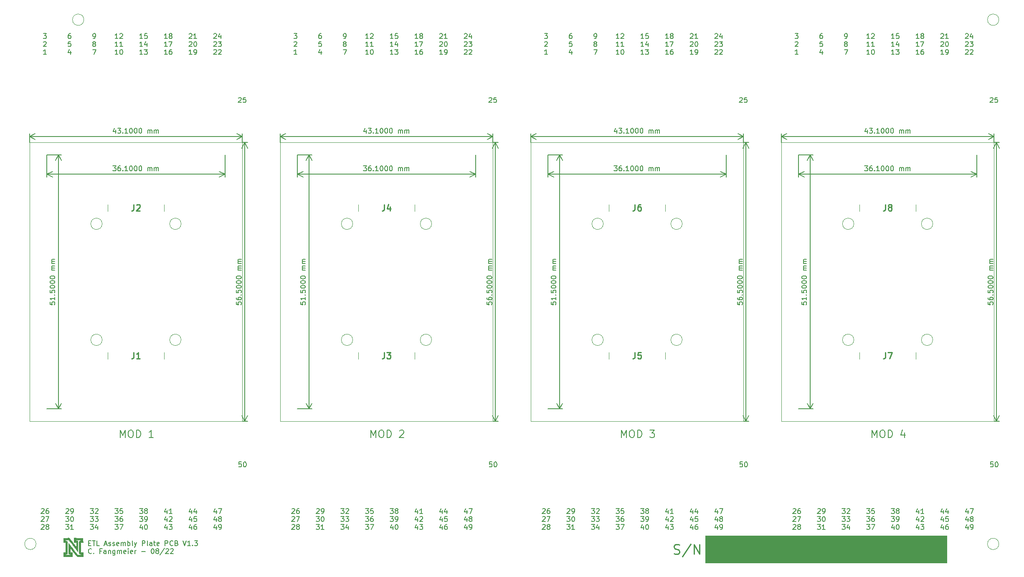
<source format=gbr>
%TF.GenerationSoftware,KiCad,Pcbnew,(6.0.6)*%
%TF.CreationDate,2022-09-06T16:14:22-05:00*%
%TF.ProjectId,etl_assembly_plate_pcb_v3,65746c5f-6173-4736-956d-626c795f706c,rev?*%
%TF.SameCoordinates,Original*%
%TF.FileFunction,Legend,Top*%
%TF.FilePolarity,Positive*%
%FSLAX46Y46*%
G04 Gerber Fmt 4.6, Leading zero omitted, Abs format (unit mm)*
G04 Created by KiCad (PCBNEW (6.0.6)) date 2022-09-06 16:14:22*
%MOMM*%
%LPD*%
G01*
G04 APERTURE LIST*
%ADD10C,0.120000*%
%ADD11C,0.100000*%
%ADD12C,0.150000*%
%ADD13C,0.200000*%
%ADD14C,0.250000*%
%ADD15C,0.127000*%
%ADD16C,0.254000*%
G04 APERTURE END LIST*
D10*
X3850000Y-28900000D02*
X3850000Y-85400000D01*
X148550000Y-28900000D02*
X148550000Y-85400000D01*
X97750000Y-28900000D02*
X97750000Y-85400000D01*
X3850000Y-85400000D02*
X46950000Y-85400000D01*
D11*
G36*
X189800000Y-114175000D02*
G01*
X140825000Y-114175000D01*
X140825000Y-108600000D01*
X189800000Y-108600000D01*
X189800000Y-114175000D01*
G37*
X189800000Y-114175000D02*
X140825000Y-114175000D01*
X140825000Y-108600000D01*
X189800000Y-108600000D01*
X189800000Y-114175000D01*
D10*
X105450000Y-85400000D02*
X148550000Y-85400000D01*
X105450000Y-28900000D02*
X148550000Y-28900000D01*
X54650000Y-28900000D02*
X97750000Y-28900000D01*
X156250000Y-28900000D02*
X199350000Y-28900000D01*
X156250000Y-85400000D02*
X199350000Y-85400000D01*
X3850000Y-28900000D02*
X46950000Y-28900000D01*
X54650000Y-85400000D02*
X97750000Y-85400000D01*
X46950000Y-28900000D02*
X46950000Y-85400000D01*
X156250000Y-28900000D02*
X156250000Y-85400000D01*
X105450000Y-28900000D02*
X105450000Y-85400000D01*
X54650000Y-28900000D02*
X54650000Y-85400000D01*
X199350000Y-28900000D02*
X199350000Y-85400000D01*
D12*
X12140476Y-6817380D02*
X11950000Y-6817380D01*
X11854761Y-6865000D01*
X11807142Y-6912619D01*
X11711904Y-7055476D01*
X11664285Y-7245952D01*
X11664285Y-7626904D01*
X11711904Y-7722142D01*
X11759523Y-7769761D01*
X11854761Y-7817380D01*
X12045238Y-7817380D01*
X12140476Y-7769761D01*
X12188095Y-7722142D01*
X12235714Y-7626904D01*
X12235714Y-7388809D01*
X12188095Y-7293571D01*
X12140476Y-7245952D01*
X12045238Y-7198333D01*
X11854761Y-7198333D01*
X11759523Y-7245952D01*
X11711904Y-7293571D01*
X11664285Y-7388809D01*
X12188095Y-8427380D02*
X11711904Y-8427380D01*
X11664285Y-8903571D01*
X11711904Y-8855952D01*
X11807142Y-8808333D01*
X12045238Y-8808333D01*
X12140476Y-8855952D01*
X12188095Y-8903571D01*
X12235714Y-8998809D01*
X12235714Y-9236904D01*
X12188095Y-9332142D01*
X12140476Y-9379761D01*
X12045238Y-9427380D01*
X11807142Y-9427380D01*
X11711904Y-9379761D01*
X11664285Y-9332142D01*
X12140476Y-10370714D02*
X12140476Y-11037380D01*
X11902380Y-9989761D02*
X11664285Y-10704047D01*
X12283333Y-10704047D01*
X16759523Y-7817380D02*
X16950000Y-7817380D01*
X17045238Y-7769761D01*
X17092857Y-7722142D01*
X17188095Y-7579285D01*
X17235714Y-7388809D01*
X17235714Y-7007857D01*
X17188095Y-6912619D01*
X17140476Y-6865000D01*
X17045238Y-6817380D01*
X16854761Y-6817380D01*
X16759523Y-6865000D01*
X16711904Y-6912619D01*
X16664285Y-7007857D01*
X16664285Y-7245952D01*
X16711904Y-7341190D01*
X16759523Y-7388809D01*
X16854761Y-7436428D01*
X17045238Y-7436428D01*
X17140476Y-7388809D01*
X17188095Y-7341190D01*
X17235714Y-7245952D01*
X16854761Y-8855952D02*
X16759523Y-8808333D01*
X16711904Y-8760714D01*
X16664285Y-8665476D01*
X16664285Y-8617857D01*
X16711904Y-8522619D01*
X16759523Y-8475000D01*
X16854761Y-8427380D01*
X17045238Y-8427380D01*
X17140476Y-8475000D01*
X17188095Y-8522619D01*
X17235714Y-8617857D01*
X17235714Y-8665476D01*
X17188095Y-8760714D01*
X17140476Y-8808333D01*
X17045238Y-8855952D01*
X16854761Y-8855952D01*
X16759523Y-8903571D01*
X16711904Y-8951190D01*
X16664285Y-9046428D01*
X16664285Y-9236904D01*
X16711904Y-9332142D01*
X16759523Y-9379761D01*
X16854761Y-9427380D01*
X17045238Y-9427380D01*
X17140476Y-9379761D01*
X17188095Y-9332142D01*
X17235714Y-9236904D01*
X17235714Y-9046428D01*
X17188095Y-8951190D01*
X17140476Y-8903571D01*
X17045238Y-8855952D01*
X16616666Y-10037380D02*
X17283333Y-10037380D01*
X16854761Y-11037380D01*
X21759523Y-7817380D02*
X21188095Y-7817380D01*
X21473809Y-7817380D02*
X21473809Y-6817380D01*
X21378571Y-6960238D01*
X21283333Y-7055476D01*
X21188095Y-7103095D01*
X22140476Y-6912619D02*
X22188095Y-6865000D01*
X22283333Y-6817380D01*
X22521428Y-6817380D01*
X22616666Y-6865000D01*
X22664285Y-6912619D01*
X22711904Y-7007857D01*
X22711904Y-7103095D01*
X22664285Y-7245952D01*
X22092857Y-7817380D01*
X22711904Y-7817380D01*
X21759523Y-9427380D02*
X21188095Y-9427380D01*
X21473809Y-9427380D02*
X21473809Y-8427380D01*
X21378571Y-8570238D01*
X21283333Y-8665476D01*
X21188095Y-8713095D01*
X22711904Y-9427380D02*
X22140476Y-9427380D01*
X22426190Y-9427380D02*
X22426190Y-8427380D01*
X22330952Y-8570238D01*
X22235714Y-8665476D01*
X22140476Y-8713095D01*
X21759523Y-11037380D02*
X21188095Y-11037380D01*
X21473809Y-11037380D02*
X21473809Y-10037380D01*
X21378571Y-10180238D01*
X21283333Y-10275476D01*
X21188095Y-10323095D01*
X22378571Y-10037380D02*
X22473809Y-10037380D01*
X22569047Y-10085000D01*
X22616666Y-10132619D01*
X22664285Y-10227857D01*
X22711904Y-10418333D01*
X22711904Y-10656428D01*
X22664285Y-10846904D01*
X22616666Y-10942142D01*
X22569047Y-10989761D01*
X22473809Y-11037380D01*
X22378571Y-11037380D01*
X22283333Y-10989761D01*
X22235714Y-10942142D01*
X22188095Y-10846904D01*
X22140476Y-10656428D01*
X22140476Y-10418333D01*
X22188095Y-10227857D01*
X22235714Y-10132619D01*
X22283333Y-10085000D01*
X22378571Y-10037380D01*
X26759523Y-7817380D02*
X26188095Y-7817380D01*
X26473809Y-7817380D02*
X26473809Y-6817380D01*
X26378571Y-6960238D01*
X26283333Y-7055476D01*
X26188095Y-7103095D01*
X27664285Y-6817380D02*
X27188095Y-6817380D01*
X27140476Y-7293571D01*
X27188095Y-7245952D01*
X27283333Y-7198333D01*
X27521428Y-7198333D01*
X27616666Y-7245952D01*
X27664285Y-7293571D01*
X27711904Y-7388809D01*
X27711904Y-7626904D01*
X27664285Y-7722142D01*
X27616666Y-7769761D01*
X27521428Y-7817380D01*
X27283333Y-7817380D01*
X27188095Y-7769761D01*
X27140476Y-7722142D01*
X26759523Y-9427380D02*
X26188095Y-9427380D01*
X26473809Y-9427380D02*
X26473809Y-8427380D01*
X26378571Y-8570238D01*
X26283333Y-8665476D01*
X26188095Y-8713095D01*
X27616666Y-8760714D02*
X27616666Y-9427380D01*
X27378571Y-8379761D02*
X27140476Y-9094047D01*
X27759523Y-9094047D01*
X26759523Y-11037380D02*
X26188095Y-11037380D01*
X26473809Y-11037380D02*
X26473809Y-10037380D01*
X26378571Y-10180238D01*
X26283333Y-10275476D01*
X26188095Y-10323095D01*
X27092857Y-10037380D02*
X27711904Y-10037380D01*
X27378571Y-10418333D01*
X27521428Y-10418333D01*
X27616666Y-10465952D01*
X27664285Y-10513571D01*
X27711904Y-10608809D01*
X27711904Y-10846904D01*
X27664285Y-10942142D01*
X27616666Y-10989761D01*
X27521428Y-11037380D01*
X27235714Y-11037380D01*
X27140476Y-10989761D01*
X27092857Y-10942142D01*
X31759523Y-7817380D02*
X31188095Y-7817380D01*
X31473809Y-7817380D02*
X31473809Y-6817380D01*
X31378571Y-6960238D01*
X31283333Y-7055476D01*
X31188095Y-7103095D01*
X32330952Y-7245952D02*
X32235714Y-7198333D01*
X32188095Y-7150714D01*
X32140476Y-7055476D01*
X32140476Y-7007857D01*
X32188095Y-6912619D01*
X32235714Y-6865000D01*
X32330952Y-6817380D01*
X32521428Y-6817380D01*
X32616666Y-6865000D01*
X32664285Y-6912619D01*
X32711904Y-7007857D01*
X32711904Y-7055476D01*
X32664285Y-7150714D01*
X32616666Y-7198333D01*
X32521428Y-7245952D01*
X32330952Y-7245952D01*
X32235714Y-7293571D01*
X32188095Y-7341190D01*
X32140476Y-7436428D01*
X32140476Y-7626904D01*
X32188095Y-7722142D01*
X32235714Y-7769761D01*
X32330952Y-7817380D01*
X32521428Y-7817380D01*
X32616666Y-7769761D01*
X32664285Y-7722142D01*
X32711904Y-7626904D01*
X32711904Y-7436428D01*
X32664285Y-7341190D01*
X32616666Y-7293571D01*
X32521428Y-7245952D01*
X31759523Y-9427380D02*
X31188095Y-9427380D01*
X31473809Y-9427380D02*
X31473809Y-8427380D01*
X31378571Y-8570238D01*
X31283333Y-8665476D01*
X31188095Y-8713095D01*
X32092857Y-8427380D02*
X32759523Y-8427380D01*
X32330952Y-9427380D01*
X31759523Y-11037380D02*
X31188095Y-11037380D01*
X31473809Y-11037380D02*
X31473809Y-10037380D01*
X31378571Y-10180238D01*
X31283333Y-10275476D01*
X31188095Y-10323095D01*
X32616666Y-10037380D02*
X32426190Y-10037380D01*
X32330952Y-10085000D01*
X32283333Y-10132619D01*
X32188095Y-10275476D01*
X32140476Y-10465952D01*
X32140476Y-10846904D01*
X32188095Y-10942142D01*
X32235714Y-10989761D01*
X32330952Y-11037380D01*
X32521428Y-11037380D01*
X32616666Y-10989761D01*
X32664285Y-10942142D01*
X32711904Y-10846904D01*
X32711904Y-10608809D01*
X32664285Y-10513571D01*
X32616666Y-10465952D01*
X32521428Y-10418333D01*
X32330952Y-10418333D01*
X32235714Y-10465952D01*
X32188095Y-10513571D01*
X32140476Y-10608809D01*
X36188095Y-6912619D02*
X36235714Y-6865000D01*
X36330952Y-6817380D01*
X36569047Y-6817380D01*
X36664285Y-6865000D01*
X36711904Y-6912619D01*
X36759523Y-7007857D01*
X36759523Y-7103095D01*
X36711904Y-7245952D01*
X36140476Y-7817380D01*
X36759523Y-7817380D01*
X37711904Y-7817380D02*
X37140476Y-7817380D01*
X37426190Y-7817380D02*
X37426190Y-6817380D01*
X37330952Y-6960238D01*
X37235714Y-7055476D01*
X37140476Y-7103095D01*
X36188095Y-8522619D02*
X36235714Y-8475000D01*
X36330952Y-8427380D01*
X36569047Y-8427380D01*
X36664285Y-8475000D01*
X36711904Y-8522619D01*
X36759523Y-8617857D01*
X36759523Y-8713095D01*
X36711904Y-8855952D01*
X36140476Y-9427380D01*
X36759523Y-9427380D01*
X37378571Y-8427380D02*
X37473809Y-8427380D01*
X37569047Y-8475000D01*
X37616666Y-8522619D01*
X37664285Y-8617857D01*
X37711904Y-8808333D01*
X37711904Y-9046428D01*
X37664285Y-9236904D01*
X37616666Y-9332142D01*
X37569047Y-9379761D01*
X37473809Y-9427380D01*
X37378571Y-9427380D01*
X37283333Y-9379761D01*
X37235714Y-9332142D01*
X37188095Y-9236904D01*
X37140476Y-9046428D01*
X37140476Y-8808333D01*
X37188095Y-8617857D01*
X37235714Y-8522619D01*
X37283333Y-8475000D01*
X37378571Y-8427380D01*
X36759523Y-11037380D02*
X36188095Y-11037380D01*
X36473809Y-11037380D02*
X36473809Y-10037380D01*
X36378571Y-10180238D01*
X36283333Y-10275476D01*
X36188095Y-10323095D01*
X37235714Y-11037380D02*
X37426190Y-11037380D01*
X37521428Y-10989761D01*
X37569047Y-10942142D01*
X37664285Y-10799285D01*
X37711904Y-10608809D01*
X37711904Y-10227857D01*
X37664285Y-10132619D01*
X37616666Y-10085000D01*
X37521428Y-10037380D01*
X37330952Y-10037380D01*
X37235714Y-10085000D01*
X37188095Y-10132619D01*
X37140476Y-10227857D01*
X37140476Y-10465952D01*
X37188095Y-10561190D01*
X37235714Y-10608809D01*
X37330952Y-10656428D01*
X37521428Y-10656428D01*
X37616666Y-10608809D01*
X37664285Y-10561190D01*
X37711904Y-10465952D01*
X41188095Y-6912619D02*
X41235714Y-6865000D01*
X41330952Y-6817380D01*
X41569047Y-6817380D01*
X41664285Y-6865000D01*
X41711904Y-6912619D01*
X41759523Y-7007857D01*
X41759523Y-7103095D01*
X41711904Y-7245952D01*
X41140476Y-7817380D01*
X41759523Y-7817380D01*
X42616666Y-7150714D02*
X42616666Y-7817380D01*
X42378571Y-6769761D02*
X42140476Y-7484047D01*
X42759523Y-7484047D01*
X41188095Y-8522619D02*
X41235714Y-8475000D01*
X41330952Y-8427380D01*
X41569047Y-8427380D01*
X41664285Y-8475000D01*
X41711904Y-8522619D01*
X41759523Y-8617857D01*
X41759523Y-8713095D01*
X41711904Y-8855952D01*
X41140476Y-9427380D01*
X41759523Y-9427380D01*
X42092857Y-8427380D02*
X42711904Y-8427380D01*
X42378571Y-8808333D01*
X42521428Y-8808333D01*
X42616666Y-8855952D01*
X42664285Y-8903571D01*
X42711904Y-8998809D01*
X42711904Y-9236904D01*
X42664285Y-9332142D01*
X42616666Y-9379761D01*
X42521428Y-9427380D01*
X42235714Y-9427380D01*
X42140476Y-9379761D01*
X42092857Y-9332142D01*
X41188095Y-10132619D02*
X41235714Y-10085000D01*
X41330952Y-10037380D01*
X41569047Y-10037380D01*
X41664285Y-10085000D01*
X41711904Y-10132619D01*
X41759523Y-10227857D01*
X41759523Y-10323095D01*
X41711904Y-10465952D01*
X41140476Y-11037380D01*
X41759523Y-11037380D01*
X42140476Y-10132619D02*
X42188095Y-10085000D01*
X42283333Y-10037380D01*
X42521428Y-10037380D01*
X42616666Y-10085000D01*
X42664285Y-10132619D01*
X42711904Y-10227857D01*
X42711904Y-10323095D01*
X42664285Y-10465952D01*
X42092857Y-11037380D01*
X42711904Y-11037380D01*
X46188095Y-19872619D02*
X46235714Y-19825000D01*
X46330952Y-19777380D01*
X46569047Y-19777380D01*
X46664285Y-19825000D01*
X46711904Y-19872619D01*
X46759523Y-19967857D01*
X46759523Y-20063095D01*
X46711904Y-20205952D01*
X46140476Y-20777380D01*
X46759523Y-20777380D01*
X47664285Y-19777380D02*
X47188095Y-19777380D01*
X47140476Y-20253571D01*
X47188095Y-20205952D01*
X47283333Y-20158333D01*
X47521428Y-20158333D01*
X47616666Y-20205952D01*
X47664285Y-20253571D01*
X47711904Y-20348809D01*
X47711904Y-20586904D01*
X47664285Y-20682142D01*
X47616666Y-20729761D01*
X47521428Y-20777380D01*
X47283333Y-20777380D01*
X47188095Y-20729761D01*
X47140476Y-20682142D01*
X6213095Y-103237619D02*
X6260714Y-103190000D01*
X6355952Y-103142380D01*
X6594047Y-103142380D01*
X6689285Y-103190000D01*
X6736904Y-103237619D01*
X6784523Y-103332857D01*
X6784523Y-103428095D01*
X6736904Y-103570952D01*
X6165476Y-104142380D01*
X6784523Y-104142380D01*
X7641666Y-103142380D02*
X7451190Y-103142380D01*
X7355952Y-103190000D01*
X7308333Y-103237619D01*
X7213095Y-103380476D01*
X7165476Y-103570952D01*
X7165476Y-103951904D01*
X7213095Y-104047142D01*
X7260714Y-104094761D01*
X7355952Y-104142380D01*
X7546428Y-104142380D01*
X7641666Y-104094761D01*
X7689285Y-104047142D01*
X7736904Y-103951904D01*
X7736904Y-103713809D01*
X7689285Y-103618571D01*
X7641666Y-103570952D01*
X7546428Y-103523333D01*
X7355952Y-103523333D01*
X7260714Y-103570952D01*
X7213095Y-103618571D01*
X7165476Y-103713809D01*
X6213095Y-104847619D02*
X6260714Y-104800000D01*
X6355952Y-104752380D01*
X6594047Y-104752380D01*
X6689285Y-104800000D01*
X6736904Y-104847619D01*
X6784523Y-104942857D01*
X6784523Y-105038095D01*
X6736904Y-105180952D01*
X6165476Y-105752380D01*
X6784523Y-105752380D01*
X7117857Y-104752380D02*
X7784523Y-104752380D01*
X7355952Y-105752380D01*
X6213095Y-106457619D02*
X6260714Y-106410000D01*
X6355952Y-106362380D01*
X6594047Y-106362380D01*
X6689285Y-106410000D01*
X6736904Y-106457619D01*
X6784523Y-106552857D01*
X6784523Y-106648095D01*
X6736904Y-106790952D01*
X6165476Y-107362380D01*
X6784523Y-107362380D01*
X7355952Y-106790952D02*
X7260714Y-106743333D01*
X7213095Y-106695714D01*
X7165476Y-106600476D01*
X7165476Y-106552857D01*
X7213095Y-106457619D01*
X7260714Y-106410000D01*
X7355952Y-106362380D01*
X7546428Y-106362380D01*
X7641666Y-106410000D01*
X7689285Y-106457619D01*
X7736904Y-106552857D01*
X7736904Y-106600476D01*
X7689285Y-106695714D01*
X7641666Y-106743333D01*
X7546428Y-106790952D01*
X7355952Y-106790952D01*
X7260714Y-106838571D01*
X7213095Y-106886190D01*
X7165476Y-106981428D01*
X7165476Y-107171904D01*
X7213095Y-107267142D01*
X7260714Y-107314761D01*
X7355952Y-107362380D01*
X7546428Y-107362380D01*
X7641666Y-107314761D01*
X7689285Y-107267142D01*
X7736904Y-107171904D01*
X7736904Y-106981428D01*
X7689285Y-106886190D01*
X7641666Y-106838571D01*
X7546428Y-106790952D01*
X11213095Y-103237619D02*
X11260714Y-103190000D01*
X11355952Y-103142380D01*
X11594047Y-103142380D01*
X11689285Y-103190000D01*
X11736904Y-103237619D01*
X11784523Y-103332857D01*
X11784523Y-103428095D01*
X11736904Y-103570952D01*
X11165476Y-104142380D01*
X11784523Y-104142380D01*
X12260714Y-104142380D02*
X12451190Y-104142380D01*
X12546428Y-104094761D01*
X12594047Y-104047142D01*
X12689285Y-103904285D01*
X12736904Y-103713809D01*
X12736904Y-103332857D01*
X12689285Y-103237619D01*
X12641666Y-103190000D01*
X12546428Y-103142380D01*
X12355952Y-103142380D01*
X12260714Y-103190000D01*
X12213095Y-103237619D01*
X12165476Y-103332857D01*
X12165476Y-103570952D01*
X12213095Y-103666190D01*
X12260714Y-103713809D01*
X12355952Y-103761428D01*
X12546428Y-103761428D01*
X12641666Y-103713809D01*
X12689285Y-103666190D01*
X12736904Y-103570952D01*
X11165476Y-104752380D02*
X11784523Y-104752380D01*
X11451190Y-105133333D01*
X11594047Y-105133333D01*
X11689285Y-105180952D01*
X11736904Y-105228571D01*
X11784523Y-105323809D01*
X11784523Y-105561904D01*
X11736904Y-105657142D01*
X11689285Y-105704761D01*
X11594047Y-105752380D01*
X11308333Y-105752380D01*
X11213095Y-105704761D01*
X11165476Y-105657142D01*
X12403571Y-104752380D02*
X12498809Y-104752380D01*
X12594047Y-104800000D01*
X12641666Y-104847619D01*
X12689285Y-104942857D01*
X12736904Y-105133333D01*
X12736904Y-105371428D01*
X12689285Y-105561904D01*
X12641666Y-105657142D01*
X12594047Y-105704761D01*
X12498809Y-105752380D01*
X12403571Y-105752380D01*
X12308333Y-105704761D01*
X12260714Y-105657142D01*
X12213095Y-105561904D01*
X12165476Y-105371428D01*
X12165476Y-105133333D01*
X12213095Y-104942857D01*
X12260714Y-104847619D01*
X12308333Y-104800000D01*
X12403571Y-104752380D01*
X11165476Y-106362380D02*
X11784523Y-106362380D01*
X11451190Y-106743333D01*
X11594047Y-106743333D01*
X11689285Y-106790952D01*
X11736904Y-106838571D01*
X11784523Y-106933809D01*
X11784523Y-107171904D01*
X11736904Y-107267142D01*
X11689285Y-107314761D01*
X11594047Y-107362380D01*
X11308333Y-107362380D01*
X11213095Y-107314761D01*
X11165476Y-107267142D01*
X12736904Y-107362380D02*
X12165476Y-107362380D01*
X12451190Y-107362380D02*
X12451190Y-106362380D01*
X12355952Y-106505238D01*
X12260714Y-106600476D01*
X12165476Y-106648095D01*
X16165476Y-103142380D02*
X16784523Y-103142380D01*
X16451190Y-103523333D01*
X16594047Y-103523333D01*
X16689285Y-103570952D01*
X16736904Y-103618571D01*
X16784523Y-103713809D01*
X16784523Y-103951904D01*
X16736904Y-104047142D01*
X16689285Y-104094761D01*
X16594047Y-104142380D01*
X16308333Y-104142380D01*
X16213095Y-104094761D01*
X16165476Y-104047142D01*
X17165476Y-103237619D02*
X17213095Y-103190000D01*
X17308333Y-103142380D01*
X17546428Y-103142380D01*
X17641666Y-103190000D01*
X17689285Y-103237619D01*
X17736904Y-103332857D01*
X17736904Y-103428095D01*
X17689285Y-103570952D01*
X17117857Y-104142380D01*
X17736904Y-104142380D01*
X16165476Y-104752380D02*
X16784523Y-104752380D01*
X16451190Y-105133333D01*
X16594047Y-105133333D01*
X16689285Y-105180952D01*
X16736904Y-105228571D01*
X16784523Y-105323809D01*
X16784523Y-105561904D01*
X16736904Y-105657142D01*
X16689285Y-105704761D01*
X16594047Y-105752380D01*
X16308333Y-105752380D01*
X16213095Y-105704761D01*
X16165476Y-105657142D01*
X17117857Y-104752380D02*
X17736904Y-104752380D01*
X17403571Y-105133333D01*
X17546428Y-105133333D01*
X17641666Y-105180952D01*
X17689285Y-105228571D01*
X17736904Y-105323809D01*
X17736904Y-105561904D01*
X17689285Y-105657142D01*
X17641666Y-105704761D01*
X17546428Y-105752380D01*
X17260714Y-105752380D01*
X17165476Y-105704761D01*
X17117857Y-105657142D01*
X16165476Y-106362380D02*
X16784523Y-106362380D01*
X16451190Y-106743333D01*
X16594047Y-106743333D01*
X16689285Y-106790952D01*
X16736904Y-106838571D01*
X16784523Y-106933809D01*
X16784523Y-107171904D01*
X16736904Y-107267142D01*
X16689285Y-107314761D01*
X16594047Y-107362380D01*
X16308333Y-107362380D01*
X16213095Y-107314761D01*
X16165476Y-107267142D01*
X17641666Y-106695714D02*
X17641666Y-107362380D01*
X17403571Y-106314761D02*
X17165476Y-107029047D01*
X17784523Y-107029047D01*
X21165476Y-103142380D02*
X21784523Y-103142380D01*
X21451190Y-103523333D01*
X21594047Y-103523333D01*
X21689285Y-103570952D01*
X21736904Y-103618571D01*
X21784523Y-103713809D01*
X21784523Y-103951904D01*
X21736904Y-104047142D01*
X21689285Y-104094761D01*
X21594047Y-104142380D01*
X21308333Y-104142380D01*
X21213095Y-104094761D01*
X21165476Y-104047142D01*
X22689285Y-103142380D02*
X22213095Y-103142380D01*
X22165476Y-103618571D01*
X22213095Y-103570952D01*
X22308333Y-103523333D01*
X22546428Y-103523333D01*
X22641666Y-103570952D01*
X22689285Y-103618571D01*
X22736904Y-103713809D01*
X22736904Y-103951904D01*
X22689285Y-104047142D01*
X22641666Y-104094761D01*
X22546428Y-104142380D01*
X22308333Y-104142380D01*
X22213095Y-104094761D01*
X22165476Y-104047142D01*
X21165476Y-104752380D02*
X21784523Y-104752380D01*
X21451190Y-105133333D01*
X21594047Y-105133333D01*
X21689285Y-105180952D01*
X21736904Y-105228571D01*
X21784523Y-105323809D01*
X21784523Y-105561904D01*
X21736904Y-105657142D01*
X21689285Y-105704761D01*
X21594047Y-105752380D01*
X21308333Y-105752380D01*
X21213095Y-105704761D01*
X21165476Y-105657142D01*
X22641666Y-104752380D02*
X22451190Y-104752380D01*
X22355952Y-104800000D01*
X22308333Y-104847619D01*
X22213095Y-104990476D01*
X22165476Y-105180952D01*
X22165476Y-105561904D01*
X22213095Y-105657142D01*
X22260714Y-105704761D01*
X22355952Y-105752380D01*
X22546428Y-105752380D01*
X22641666Y-105704761D01*
X22689285Y-105657142D01*
X22736904Y-105561904D01*
X22736904Y-105323809D01*
X22689285Y-105228571D01*
X22641666Y-105180952D01*
X22546428Y-105133333D01*
X22355952Y-105133333D01*
X22260714Y-105180952D01*
X22213095Y-105228571D01*
X22165476Y-105323809D01*
X21165476Y-106362380D02*
X21784523Y-106362380D01*
X21451190Y-106743333D01*
X21594047Y-106743333D01*
X21689285Y-106790952D01*
X21736904Y-106838571D01*
X21784523Y-106933809D01*
X21784523Y-107171904D01*
X21736904Y-107267142D01*
X21689285Y-107314761D01*
X21594047Y-107362380D01*
X21308333Y-107362380D01*
X21213095Y-107314761D01*
X21165476Y-107267142D01*
X22117857Y-106362380D02*
X22784523Y-106362380D01*
X22355952Y-107362380D01*
X26165476Y-103142380D02*
X26784523Y-103142380D01*
X26451190Y-103523333D01*
X26594047Y-103523333D01*
X26689285Y-103570952D01*
X26736904Y-103618571D01*
X26784523Y-103713809D01*
X26784523Y-103951904D01*
X26736904Y-104047142D01*
X26689285Y-104094761D01*
X26594047Y-104142380D01*
X26308333Y-104142380D01*
X26213095Y-104094761D01*
X26165476Y-104047142D01*
X27355952Y-103570952D02*
X27260714Y-103523333D01*
X27213095Y-103475714D01*
X27165476Y-103380476D01*
X27165476Y-103332857D01*
X27213095Y-103237619D01*
X27260714Y-103190000D01*
X27355952Y-103142380D01*
X27546428Y-103142380D01*
X27641666Y-103190000D01*
X27689285Y-103237619D01*
X27736904Y-103332857D01*
X27736904Y-103380476D01*
X27689285Y-103475714D01*
X27641666Y-103523333D01*
X27546428Y-103570952D01*
X27355952Y-103570952D01*
X27260714Y-103618571D01*
X27213095Y-103666190D01*
X27165476Y-103761428D01*
X27165476Y-103951904D01*
X27213095Y-104047142D01*
X27260714Y-104094761D01*
X27355952Y-104142380D01*
X27546428Y-104142380D01*
X27641666Y-104094761D01*
X27689285Y-104047142D01*
X27736904Y-103951904D01*
X27736904Y-103761428D01*
X27689285Y-103666190D01*
X27641666Y-103618571D01*
X27546428Y-103570952D01*
X26165476Y-104752380D02*
X26784523Y-104752380D01*
X26451190Y-105133333D01*
X26594047Y-105133333D01*
X26689285Y-105180952D01*
X26736904Y-105228571D01*
X26784523Y-105323809D01*
X26784523Y-105561904D01*
X26736904Y-105657142D01*
X26689285Y-105704761D01*
X26594047Y-105752380D01*
X26308333Y-105752380D01*
X26213095Y-105704761D01*
X26165476Y-105657142D01*
X27260714Y-105752380D02*
X27451190Y-105752380D01*
X27546428Y-105704761D01*
X27594047Y-105657142D01*
X27689285Y-105514285D01*
X27736904Y-105323809D01*
X27736904Y-104942857D01*
X27689285Y-104847619D01*
X27641666Y-104800000D01*
X27546428Y-104752380D01*
X27355952Y-104752380D01*
X27260714Y-104800000D01*
X27213095Y-104847619D01*
X27165476Y-104942857D01*
X27165476Y-105180952D01*
X27213095Y-105276190D01*
X27260714Y-105323809D01*
X27355952Y-105371428D01*
X27546428Y-105371428D01*
X27641666Y-105323809D01*
X27689285Y-105276190D01*
X27736904Y-105180952D01*
X26689285Y-106695714D02*
X26689285Y-107362380D01*
X26451190Y-106314761D02*
X26213095Y-107029047D01*
X26832142Y-107029047D01*
X27403571Y-106362380D02*
X27498809Y-106362380D01*
X27594047Y-106410000D01*
X27641666Y-106457619D01*
X27689285Y-106552857D01*
X27736904Y-106743333D01*
X27736904Y-106981428D01*
X27689285Y-107171904D01*
X27641666Y-107267142D01*
X27594047Y-107314761D01*
X27498809Y-107362380D01*
X27403571Y-107362380D01*
X27308333Y-107314761D01*
X27260714Y-107267142D01*
X27213095Y-107171904D01*
X27165476Y-106981428D01*
X27165476Y-106743333D01*
X27213095Y-106552857D01*
X27260714Y-106457619D01*
X27308333Y-106410000D01*
X27403571Y-106362380D01*
X31689285Y-103475714D02*
X31689285Y-104142380D01*
X31451190Y-103094761D02*
X31213095Y-103809047D01*
X31832142Y-103809047D01*
X32736904Y-104142380D02*
X32165476Y-104142380D01*
X32451190Y-104142380D02*
X32451190Y-103142380D01*
X32355952Y-103285238D01*
X32260714Y-103380476D01*
X32165476Y-103428095D01*
X31689285Y-105085714D02*
X31689285Y-105752380D01*
X31451190Y-104704761D02*
X31213095Y-105419047D01*
X31832142Y-105419047D01*
X32165476Y-104847619D02*
X32213095Y-104800000D01*
X32308333Y-104752380D01*
X32546428Y-104752380D01*
X32641666Y-104800000D01*
X32689285Y-104847619D01*
X32736904Y-104942857D01*
X32736904Y-105038095D01*
X32689285Y-105180952D01*
X32117857Y-105752380D01*
X32736904Y-105752380D01*
X31689285Y-106695714D02*
X31689285Y-107362380D01*
X31451190Y-106314761D02*
X31213095Y-107029047D01*
X31832142Y-107029047D01*
X32117857Y-106362380D02*
X32736904Y-106362380D01*
X32403571Y-106743333D01*
X32546428Y-106743333D01*
X32641666Y-106790952D01*
X32689285Y-106838571D01*
X32736904Y-106933809D01*
X32736904Y-107171904D01*
X32689285Y-107267142D01*
X32641666Y-107314761D01*
X32546428Y-107362380D01*
X32260714Y-107362380D01*
X32165476Y-107314761D01*
X32117857Y-107267142D01*
X36689285Y-103475714D02*
X36689285Y-104142380D01*
X36451190Y-103094761D02*
X36213095Y-103809047D01*
X36832142Y-103809047D01*
X37641666Y-103475714D02*
X37641666Y-104142380D01*
X37403571Y-103094761D02*
X37165476Y-103809047D01*
X37784523Y-103809047D01*
X36689285Y-105085714D02*
X36689285Y-105752380D01*
X36451190Y-104704761D02*
X36213095Y-105419047D01*
X36832142Y-105419047D01*
X37689285Y-104752380D02*
X37213095Y-104752380D01*
X37165476Y-105228571D01*
X37213095Y-105180952D01*
X37308333Y-105133333D01*
X37546428Y-105133333D01*
X37641666Y-105180952D01*
X37689285Y-105228571D01*
X37736904Y-105323809D01*
X37736904Y-105561904D01*
X37689285Y-105657142D01*
X37641666Y-105704761D01*
X37546428Y-105752380D01*
X37308333Y-105752380D01*
X37213095Y-105704761D01*
X37165476Y-105657142D01*
X36689285Y-106695714D02*
X36689285Y-107362380D01*
X36451190Y-106314761D02*
X36213095Y-107029047D01*
X36832142Y-107029047D01*
X37641666Y-106362380D02*
X37451190Y-106362380D01*
X37355952Y-106410000D01*
X37308333Y-106457619D01*
X37213095Y-106600476D01*
X37165476Y-106790952D01*
X37165476Y-107171904D01*
X37213095Y-107267142D01*
X37260714Y-107314761D01*
X37355952Y-107362380D01*
X37546428Y-107362380D01*
X37641666Y-107314761D01*
X37689285Y-107267142D01*
X37736904Y-107171904D01*
X37736904Y-106933809D01*
X37689285Y-106838571D01*
X37641666Y-106790952D01*
X37546428Y-106743333D01*
X37355952Y-106743333D01*
X37260714Y-106790952D01*
X37213095Y-106838571D01*
X37165476Y-106933809D01*
X41689285Y-103475714D02*
X41689285Y-104142380D01*
X41451190Y-103094761D02*
X41213095Y-103809047D01*
X41832142Y-103809047D01*
X42117857Y-103142380D02*
X42784523Y-103142380D01*
X42355952Y-104142380D01*
X41689285Y-105085714D02*
X41689285Y-105752380D01*
X41451190Y-104704761D02*
X41213095Y-105419047D01*
X41832142Y-105419047D01*
X42355952Y-105180952D02*
X42260714Y-105133333D01*
X42213095Y-105085714D01*
X42165476Y-104990476D01*
X42165476Y-104942857D01*
X42213095Y-104847619D01*
X42260714Y-104800000D01*
X42355952Y-104752380D01*
X42546428Y-104752380D01*
X42641666Y-104800000D01*
X42689285Y-104847619D01*
X42736904Y-104942857D01*
X42736904Y-104990476D01*
X42689285Y-105085714D01*
X42641666Y-105133333D01*
X42546428Y-105180952D01*
X42355952Y-105180952D01*
X42260714Y-105228571D01*
X42213095Y-105276190D01*
X42165476Y-105371428D01*
X42165476Y-105561904D01*
X42213095Y-105657142D01*
X42260714Y-105704761D01*
X42355952Y-105752380D01*
X42546428Y-105752380D01*
X42641666Y-105704761D01*
X42689285Y-105657142D01*
X42736904Y-105561904D01*
X42736904Y-105371428D01*
X42689285Y-105276190D01*
X42641666Y-105228571D01*
X42546428Y-105180952D01*
X41689285Y-106695714D02*
X41689285Y-107362380D01*
X41451190Y-106314761D02*
X41213095Y-107029047D01*
X41832142Y-107029047D01*
X42260714Y-107362380D02*
X42451190Y-107362380D01*
X42546428Y-107314761D01*
X42594047Y-107267142D01*
X42689285Y-107124285D01*
X42736904Y-106933809D01*
X42736904Y-106552857D01*
X42689285Y-106457619D01*
X42641666Y-106410000D01*
X42546428Y-106362380D01*
X42355952Y-106362380D01*
X42260714Y-106410000D01*
X42213095Y-106457619D01*
X42165476Y-106552857D01*
X42165476Y-106790952D01*
X42213095Y-106886190D01*
X42260714Y-106933809D01*
X42355952Y-106981428D01*
X42546428Y-106981428D01*
X42641666Y-106933809D01*
X42689285Y-106886190D01*
X42736904Y-106790952D01*
X46761904Y-93677380D02*
X46285714Y-93677380D01*
X46238095Y-94153571D01*
X46285714Y-94105952D01*
X46380952Y-94058333D01*
X46619047Y-94058333D01*
X46714285Y-94105952D01*
X46761904Y-94153571D01*
X46809523Y-94248809D01*
X46809523Y-94486904D01*
X46761904Y-94582142D01*
X46714285Y-94629761D01*
X46619047Y-94677380D01*
X46380952Y-94677380D01*
X46285714Y-94629761D01*
X46238095Y-94582142D01*
X47428571Y-93677380D02*
X47523809Y-93677380D01*
X47619047Y-93725000D01*
X47666666Y-93772619D01*
X47714285Y-93867857D01*
X47761904Y-94058333D01*
X47761904Y-94296428D01*
X47714285Y-94486904D01*
X47666666Y-94582142D01*
X47619047Y-94629761D01*
X47523809Y-94677380D01*
X47428571Y-94677380D01*
X47333333Y-94629761D01*
X47285714Y-94582142D01*
X47238095Y-94486904D01*
X47190476Y-94296428D01*
X47190476Y-94058333D01*
X47238095Y-93867857D01*
X47285714Y-93772619D01*
X47333333Y-93725000D01*
X47428571Y-93677380D01*
D13*
X73028571Y-88728571D02*
X73028571Y-87228571D01*
X73528571Y-88300000D01*
X74028571Y-87228571D01*
X74028571Y-88728571D01*
X75028571Y-87228571D02*
X75314285Y-87228571D01*
X75457142Y-87300000D01*
X75600000Y-87442857D01*
X75671428Y-87728571D01*
X75671428Y-88228571D01*
X75600000Y-88514285D01*
X75457142Y-88657142D01*
X75314285Y-88728571D01*
X75028571Y-88728571D01*
X74885714Y-88657142D01*
X74742857Y-88514285D01*
X74671428Y-88228571D01*
X74671428Y-87728571D01*
X74742857Y-87442857D01*
X74885714Y-87300000D01*
X75028571Y-87228571D01*
X76314285Y-88728571D02*
X76314285Y-87228571D01*
X76671428Y-87228571D01*
X76885714Y-87300000D01*
X77028571Y-87442857D01*
X77100000Y-87585714D01*
X77171428Y-87871428D01*
X77171428Y-88085714D01*
X77100000Y-88371428D01*
X77028571Y-88514285D01*
X76885714Y-88657142D01*
X76671428Y-88728571D01*
X76314285Y-88728571D01*
X78885714Y-87371428D02*
X78957142Y-87300000D01*
X79100000Y-87228571D01*
X79457142Y-87228571D01*
X79600000Y-87300000D01*
X79671428Y-87371428D01*
X79742857Y-87514285D01*
X79742857Y-87657142D01*
X79671428Y-87871428D01*
X78814285Y-88728571D01*
X79742857Y-88728571D01*
X123828571Y-88728571D02*
X123828571Y-87228571D01*
X124328571Y-88300000D01*
X124828571Y-87228571D01*
X124828571Y-88728571D01*
X125828571Y-87228571D02*
X126114285Y-87228571D01*
X126257142Y-87300000D01*
X126400000Y-87442857D01*
X126471428Y-87728571D01*
X126471428Y-88228571D01*
X126400000Y-88514285D01*
X126257142Y-88657142D01*
X126114285Y-88728571D01*
X125828571Y-88728571D01*
X125685714Y-88657142D01*
X125542857Y-88514285D01*
X125471428Y-88228571D01*
X125471428Y-87728571D01*
X125542857Y-87442857D01*
X125685714Y-87300000D01*
X125828571Y-87228571D01*
X127114285Y-88728571D02*
X127114285Y-87228571D01*
X127471428Y-87228571D01*
X127685714Y-87300000D01*
X127828571Y-87442857D01*
X127900000Y-87585714D01*
X127971428Y-87871428D01*
X127971428Y-88085714D01*
X127900000Y-88371428D01*
X127828571Y-88514285D01*
X127685714Y-88657142D01*
X127471428Y-88728571D01*
X127114285Y-88728571D01*
X129614285Y-87228571D02*
X130542857Y-87228571D01*
X130042857Y-87800000D01*
X130257142Y-87800000D01*
X130400000Y-87871428D01*
X130471428Y-87942857D01*
X130542857Y-88085714D01*
X130542857Y-88442857D01*
X130471428Y-88585714D01*
X130400000Y-88657142D01*
X130257142Y-88728571D01*
X129828571Y-88728571D01*
X129685714Y-88657142D01*
X129614285Y-88585714D01*
X174628571Y-88728571D02*
X174628571Y-87228571D01*
X175128571Y-88300000D01*
X175628571Y-87228571D01*
X175628571Y-88728571D01*
X176628571Y-87228571D02*
X176914285Y-87228571D01*
X177057142Y-87300000D01*
X177200000Y-87442857D01*
X177271428Y-87728571D01*
X177271428Y-88228571D01*
X177200000Y-88514285D01*
X177057142Y-88657142D01*
X176914285Y-88728571D01*
X176628571Y-88728571D01*
X176485714Y-88657142D01*
X176342857Y-88514285D01*
X176271428Y-88228571D01*
X176271428Y-87728571D01*
X176342857Y-87442857D01*
X176485714Y-87300000D01*
X176628571Y-87228571D01*
X177914285Y-88728571D02*
X177914285Y-87228571D01*
X178271428Y-87228571D01*
X178485714Y-87300000D01*
X178628571Y-87442857D01*
X178700000Y-87585714D01*
X178771428Y-87871428D01*
X178771428Y-88085714D01*
X178700000Y-88371428D01*
X178628571Y-88514285D01*
X178485714Y-88657142D01*
X178271428Y-88728571D01*
X177914285Y-88728571D01*
X181200000Y-87728571D02*
X181200000Y-88728571D01*
X180842857Y-87157142D02*
X180485714Y-88228571D01*
X181414285Y-88228571D01*
D12*
X188588095Y-6912619D02*
X188635714Y-6865000D01*
X188730952Y-6817380D01*
X188969047Y-6817380D01*
X189064285Y-6865000D01*
X189111904Y-6912619D01*
X189159523Y-7007857D01*
X189159523Y-7103095D01*
X189111904Y-7245952D01*
X188540476Y-7817380D01*
X189159523Y-7817380D01*
X190111904Y-7817380D02*
X189540476Y-7817380D01*
X189826190Y-7817380D02*
X189826190Y-6817380D01*
X189730952Y-6960238D01*
X189635714Y-7055476D01*
X189540476Y-7103095D01*
X188588095Y-8522619D02*
X188635714Y-8475000D01*
X188730952Y-8427380D01*
X188969047Y-8427380D01*
X189064285Y-8475000D01*
X189111904Y-8522619D01*
X189159523Y-8617857D01*
X189159523Y-8713095D01*
X189111904Y-8855952D01*
X188540476Y-9427380D01*
X189159523Y-9427380D01*
X189778571Y-8427380D02*
X189873809Y-8427380D01*
X189969047Y-8475000D01*
X190016666Y-8522619D01*
X190064285Y-8617857D01*
X190111904Y-8808333D01*
X190111904Y-9046428D01*
X190064285Y-9236904D01*
X190016666Y-9332142D01*
X189969047Y-9379761D01*
X189873809Y-9427380D01*
X189778571Y-9427380D01*
X189683333Y-9379761D01*
X189635714Y-9332142D01*
X189588095Y-9236904D01*
X189540476Y-9046428D01*
X189540476Y-8808333D01*
X189588095Y-8617857D01*
X189635714Y-8522619D01*
X189683333Y-8475000D01*
X189778571Y-8427380D01*
X189159523Y-11037380D02*
X188588095Y-11037380D01*
X188873809Y-11037380D02*
X188873809Y-10037380D01*
X188778571Y-10180238D01*
X188683333Y-10275476D01*
X188588095Y-10323095D01*
X189635714Y-11037380D02*
X189826190Y-11037380D01*
X189921428Y-10989761D01*
X189969047Y-10942142D01*
X190064285Y-10799285D01*
X190111904Y-10608809D01*
X190111904Y-10227857D01*
X190064285Y-10132619D01*
X190016666Y-10085000D01*
X189921428Y-10037380D01*
X189730952Y-10037380D01*
X189635714Y-10085000D01*
X189588095Y-10132619D01*
X189540476Y-10227857D01*
X189540476Y-10465952D01*
X189588095Y-10561190D01*
X189635714Y-10608809D01*
X189730952Y-10656428D01*
X189921428Y-10656428D01*
X190016666Y-10608809D01*
X190064285Y-10561190D01*
X190111904Y-10465952D01*
X142788095Y-6912619D02*
X142835714Y-6865000D01*
X142930952Y-6817380D01*
X143169047Y-6817380D01*
X143264285Y-6865000D01*
X143311904Y-6912619D01*
X143359523Y-7007857D01*
X143359523Y-7103095D01*
X143311904Y-7245952D01*
X142740476Y-7817380D01*
X143359523Y-7817380D01*
X144216666Y-7150714D02*
X144216666Y-7817380D01*
X143978571Y-6769761D02*
X143740476Y-7484047D01*
X144359523Y-7484047D01*
X142788095Y-8522619D02*
X142835714Y-8475000D01*
X142930952Y-8427380D01*
X143169047Y-8427380D01*
X143264285Y-8475000D01*
X143311904Y-8522619D01*
X143359523Y-8617857D01*
X143359523Y-8713095D01*
X143311904Y-8855952D01*
X142740476Y-9427380D01*
X143359523Y-9427380D01*
X143692857Y-8427380D02*
X144311904Y-8427380D01*
X143978571Y-8808333D01*
X144121428Y-8808333D01*
X144216666Y-8855952D01*
X144264285Y-8903571D01*
X144311904Y-8998809D01*
X144311904Y-9236904D01*
X144264285Y-9332142D01*
X144216666Y-9379761D01*
X144121428Y-9427380D01*
X143835714Y-9427380D01*
X143740476Y-9379761D01*
X143692857Y-9332142D01*
X142788095Y-10132619D02*
X142835714Y-10085000D01*
X142930952Y-10037380D01*
X143169047Y-10037380D01*
X143264285Y-10085000D01*
X143311904Y-10132619D01*
X143359523Y-10227857D01*
X143359523Y-10323095D01*
X143311904Y-10465952D01*
X142740476Y-11037380D01*
X143359523Y-11037380D01*
X143740476Y-10132619D02*
X143788095Y-10085000D01*
X143883333Y-10037380D01*
X144121428Y-10037380D01*
X144216666Y-10085000D01*
X144264285Y-10132619D01*
X144311904Y-10227857D01*
X144311904Y-10323095D01*
X144264285Y-10465952D01*
X143692857Y-11037380D01*
X144311904Y-11037380D01*
X87489285Y-103475714D02*
X87489285Y-104142380D01*
X87251190Y-103094761D02*
X87013095Y-103809047D01*
X87632142Y-103809047D01*
X88441666Y-103475714D02*
X88441666Y-104142380D01*
X88203571Y-103094761D02*
X87965476Y-103809047D01*
X88584523Y-103809047D01*
X87489285Y-105085714D02*
X87489285Y-105752380D01*
X87251190Y-104704761D02*
X87013095Y-105419047D01*
X87632142Y-105419047D01*
X88489285Y-104752380D02*
X88013095Y-104752380D01*
X87965476Y-105228571D01*
X88013095Y-105180952D01*
X88108333Y-105133333D01*
X88346428Y-105133333D01*
X88441666Y-105180952D01*
X88489285Y-105228571D01*
X88536904Y-105323809D01*
X88536904Y-105561904D01*
X88489285Y-105657142D01*
X88441666Y-105704761D01*
X88346428Y-105752380D01*
X88108333Y-105752380D01*
X88013095Y-105704761D01*
X87965476Y-105657142D01*
X87489285Y-106695714D02*
X87489285Y-107362380D01*
X87251190Y-106314761D02*
X87013095Y-107029047D01*
X87632142Y-107029047D01*
X88441666Y-106362380D02*
X88251190Y-106362380D01*
X88155952Y-106410000D01*
X88108333Y-106457619D01*
X88013095Y-106600476D01*
X87965476Y-106790952D01*
X87965476Y-107171904D01*
X88013095Y-107267142D01*
X88060714Y-107314761D01*
X88155952Y-107362380D01*
X88346428Y-107362380D01*
X88441666Y-107314761D01*
X88489285Y-107267142D01*
X88536904Y-107171904D01*
X88536904Y-106933809D01*
X88489285Y-106838571D01*
X88441666Y-106790952D01*
X88346428Y-106743333D01*
X88155952Y-106743333D01*
X88060714Y-106790952D01*
X88013095Y-106838571D01*
X87965476Y-106933809D01*
X96988095Y-19872619D02*
X97035714Y-19825000D01*
X97130952Y-19777380D01*
X97369047Y-19777380D01*
X97464285Y-19825000D01*
X97511904Y-19872619D01*
X97559523Y-19967857D01*
X97559523Y-20063095D01*
X97511904Y-20205952D01*
X96940476Y-20777380D01*
X97559523Y-20777380D01*
X98464285Y-19777380D02*
X97988095Y-19777380D01*
X97940476Y-20253571D01*
X97988095Y-20205952D01*
X98083333Y-20158333D01*
X98321428Y-20158333D01*
X98416666Y-20205952D01*
X98464285Y-20253571D01*
X98511904Y-20348809D01*
X98511904Y-20586904D01*
X98464285Y-20682142D01*
X98416666Y-20729761D01*
X98321428Y-20777380D01*
X98083333Y-20777380D01*
X97988095Y-20729761D01*
X97940476Y-20682142D01*
X133359523Y-7817380D02*
X132788095Y-7817380D01*
X133073809Y-7817380D02*
X133073809Y-6817380D01*
X132978571Y-6960238D01*
X132883333Y-7055476D01*
X132788095Y-7103095D01*
X133930952Y-7245952D02*
X133835714Y-7198333D01*
X133788095Y-7150714D01*
X133740476Y-7055476D01*
X133740476Y-7007857D01*
X133788095Y-6912619D01*
X133835714Y-6865000D01*
X133930952Y-6817380D01*
X134121428Y-6817380D01*
X134216666Y-6865000D01*
X134264285Y-6912619D01*
X134311904Y-7007857D01*
X134311904Y-7055476D01*
X134264285Y-7150714D01*
X134216666Y-7198333D01*
X134121428Y-7245952D01*
X133930952Y-7245952D01*
X133835714Y-7293571D01*
X133788095Y-7341190D01*
X133740476Y-7436428D01*
X133740476Y-7626904D01*
X133788095Y-7722142D01*
X133835714Y-7769761D01*
X133930952Y-7817380D01*
X134121428Y-7817380D01*
X134216666Y-7769761D01*
X134264285Y-7722142D01*
X134311904Y-7626904D01*
X134311904Y-7436428D01*
X134264285Y-7341190D01*
X134216666Y-7293571D01*
X134121428Y-7245952D01*
X133359523Y-9427380D02*
X132788095Y-9427380D01*
X133073809Y-9427380D02*
X133073809Y-8427380D01*
X132978571Y-8570238D01*
X132883333Y-8665476D01*
X132788095Y-8713095D01*
X133692857Y-8427380D02*
X134359523Y-8427380D01*
X133930952Y-9427380D01*
X133359523Y-11037380D02*
X132788095Y-11037380D01*
X133073809Y-11037380D02*
X133073809Y-10037380D01*
X132978571Y-10180238D01*
X132883333Y-10275476D01*
X132788095Y-10323095D01*
X134216666Y-10037380D02*
X134026190Y-10037380D01*
X133930952Y-10085000D01*
X133883333Y-10132619D01*
X133788095Y-10275476D01*
X133740476Y-10465952D01*
X133740476Y-10846904D01*
X133788095Y-10942142D01*
X133835714Y-10989761D01*
X133930952Y-11037380D01*
X134121428Y-11037380D01*
X134216666Y-10989761D01*
X134264285Y-10942142D01*
X134311904Y-10846904D01*
X134311904Y-10608809D01*
X134264285Y-10513571D01*
X134216666Y-10465952D01*
X134121428Y-10418333D01*
X133930952Y-10418333D01*
X133835714Y-10465952D01*
X133788095Y-10513571D01*
X133740476Y-10608809D01*
X198588095Y-19872619D02*
X198635714Y-19825000D01*
X198730952Y-19777380D01*
X198969047Y-19777380D01*
X199064285Y-19825000D01*
X199111904Y-19872619D01*
X199159523Y-19967857D01*
X199159523Y-20063095D01*
X199111904Y-20205952D01*
X198540476Y-20777380D01*
X199159523Y-20777380D01*
X200064285Y-19777380D02*
X199588095Y-19777380D01*
X199540476Y-20253571D01*
X199588095Y-20205952D01*
X199683333Y-20158333D01*
X199921428Y-20158333D01*
X200016666Y-20205952D01*
X200064285Y-20253571D01*
X200111904Y-20348809D01*
X200111904Y-20586904D01*
X200064285Y-20682142D01*
X200016666Y-20729761D01*
X199921428Y-20777380D01*
X199683333Y-20777380D01*
X199588095Y-20729761D01*
X199540476Y-20682142D01*
X184159523Y-7817380D02*
X183588095Y-7817380D01*
X183873809Y-7817380D02*
X183873809Y-6817380D01*
X183778571Y-6960238D01*
X183683333Y-7055476D01*
X183588095Y-7103095D01*
X184730952Y-7245952D02*
X184635714Y-7198333D01*
X184588095Y-7150714D01*
X184540476Y-7055476D01*
X184540476Y-7007857D01*
X184588095Y-6912619D01*
X184635714Y-6865000D01*
X184730952Y-6817380D01*
X184921428Y-6817380D01*
X185016666Y-6865000D01*
X185064285Y-6912619D01*
X185111904Y-7007857D01*
X185111904Y-7055476D01*
X185064285Y-7150714D01*
X185016666Y-7198333D01*
X184921428Y-7245952D01*
X184730952Y-7245952D01*
X184635714Y-7293571D01*
X184588095Y-7341190D01*
X184540476Y-7436428D01*
X184540476Y-7626904D01*
X184588095Y-7722142D01*
X184635714Y-7769761D01*
X184730952Y-7817380D01*
X184921428Y-7817380D01*
X185016666Y-7769761D01*
X185064285Y-7722142D01*
X185111904Y-7626904D01*
X185111904Y-7436428D01*
X185064285Y-7341190D01*
X185016666Y-7293571D01*
X184921428Y-7245952D01*
X184159523Y-9427380D02*
X183588095Y-9427380D01*
X183873809Y-9427380D02*
X183873809Y-8427380D01*
X183778571Y-8570238D01*
X183683333Y-8665476D01*
X183588095Y-8713095D01*
X184492857Y-8427380D02*
X185159523Y-8427380D01*
X184730952Y-9427380D01*
X184159523Y-11037380D02*
X183588095Y-11037380D01*
X183873809Y-11037380D02*
X183873809Y-10037380D01*
X183778571Y-10180238D01*
X183683333Y-10275476D01*
X183588095Y-10323095D01*
X185016666Y-10037380D02*
X184826190Y-10037380D01*
X184730952Y-10085000D01*
X184683333Y-10132619D01*
X184588095Y-10275476D01*
X184540476Y-10465952D01*
X184540476Y-10846904D01*
X184588095Y-10942142D01*
X184635714Y-10989761D01*
X184730952Y-11037380D01*
X184921428Y-11037380D01*
X185016666Y-10989761D01*
X185064285Y-10942142D01*
X185111904Y-10846904D01*
X185111904Y-10608809D01*
X185064285Y-10513571D01*
X185016666Y-10465952D01*
X184921428Y-10418333D01*
X184730952Y-10418333D01*
X184635714Y-10465952D01*
X184588095Y-10513571D01*
X184540476Y-10608809D01*
D13*
X22228571Y-88728571D02*
X22228571Y-87228571D01*
X22728571Y-88300000D01*
X23228571Y-87228571D01*
X23228571Y-88728571D01*
X24228571Y-87228571D02*
X24514285Y-87228571D01*
X24657142Y-87300000D01*
X24800000Y-87442857D01*
X24871428Y-87728571D01*
X24871428Y-88228571D01*
X24800000Y-88514285D01*
X24657142Y-88657142D01*
X24514285Y-88728571D01*
X24228571Y-88728571D01*
X24085714Y-88657142D01*
X23942857Y-88514285D01*
X23871428Y-88228571D01*
X23871428Y-87728571D01*
X23942857Y-87442857D01*
X24085714Y-87300000D01*
X24228571Y-87228571D01*
X25514285Y-88728571D02*
X25514285Y-87228571D01*
X25871428Y-87228571D01*
X26085714Y-87300000D01*
X26228571Y-87442857D01*
X26300000Y-87585714D01*
X26371428Y-87871428D01*
X26371428Y-88085714D01*
X26300000Y-88371428D01*
X26228571Y-88514285D01*
X26085714Y-88657142D01*
X25871428Y-88728571D01*
X25514285Y-88728571D01*
X28942857Y-88728571D02*
X28085714Y-88728571D01*
X28514285Y-88728571D02*
X28514285Y-87228571D01*
X28371428Y-87442857D01*
X28228571Y-87585714D01*
X28085714Y-87657142D01*
D12*
X92489285Y-103475714D02*
X92489285Y-104142380D01*
X92251190Y-103094761D02*
X92013095Y-103809047D01*
X92632142Y-103809047D01*
X92917857Y-103142380D02*
X93584523Y-103142380D01*
X93155952Y-104142380D01*
X92489285Y-105085714D02*
X92489285Y-105752380D01*
X92251190Y-104704761D02*
X92013095Y-105419047D01*
X92632142Y-105419047D01*
X93155952Y-105180952D02*
X93060714Y-105133333D01*
X93013095Y-105085714D01*
X92965476Y-104990476D01*
X92965476Y-104942857D01*
X93013095Y-104847619D01*
X93060714Y-104800000D01*
X93155952Y-104752380D01*
X93346428Y-104752380D01*
X93441666Y-104800000D01*
X93489285Y-104847619D01*
X93536904Y-104942857D01*
X93536904Y-104990476D01*
X93489285Y-105085714D01*
X93441666Y-105133333D01*
X93346428Y-105180952D01*
X93155952Y-105180952D01*
X93060714Y-105228571D01*
X93013095Y-105276190D01*
X92965476Y-105371428D01*
X92965476Y-105561904D01*
X93013095Y-105657142D01*
X93060714Y-105704761D01*
X93155952Y-105752380D01*
X93346428Y-105752380D01*
X93441666Y-105704761D01*
X93489285Y-105657142D01*
X93536904Y-105561904D01*
X93536904Y-105371428D01*
X93489285Y-105276190D01*
X93441666Y-105228571D01*
X93346428Y-105180952D01*
X92489285Y-106695714D02*
X92489285Y-107362380D01*
X92251190Y-106314761D02*
X92013095Y-107029047D01*
X92632142Y-107029047D01*
X93060714Y-107362380D02*
X93251190Y-107362380D01*
X93346428Y-107314761D01*
X93394047Y-107267142D01*
X93489285Y-107124285D01*
X93536904Y-106933809D01*
X93536904Y-106552857D01*
X93489285Y-106457619D01*
X93441666Y-106410000D01*
X93346428Y-106362380D01*
X93155952Y-106362380D01*
X93060714Y-106410000D01*
X93013095Y-106457619D01*
X92965476Y-106552857D01*
X92965476Y-106790952D01*
X93013095Y-106886190D01*
X93060714Y-106933809D01*
X93155952Y-106981428D01*
X93346428Y-106981428D01*
X93441666Y-106933809D01*
X93489285Y-106886190D01*
X93536904Y-106790952D01*
X143289285Y-103475714D02*
X143289285Y-104142380D01*
X143051190Y-103094761D02*
X142813095Y-103809047D01*
X143432142Y-103809047D01*
X143717857Y-103142380D02*
X144384523Y-103142380D01*
X143955952Y-104142380D01*
X143289285Y-105085714D02*
X143289285Y-105752380D01*
X143051190Y-104704761D02*
X142813095Y-105419047D01*
X143432142Y-105419047D01*
X143955952Y-105180952D02*
X143860714Y-105133333D01*
X143813095Y-105085714D01*
X143765476Y-104990476D01*
X143765476Y-104942857D01*
X143813095Y-104847619D01*
X143860714Y-104800000D01*
X143955952Y-104752380D01*
X144146428Y-104752380D01*
X144241666Y-104800000D01*
X144289285Y-104847619D01*
X144336904Y-104942857D01*
X144336904Y-104990476D01*
X144289285Y-105085714D01*
X144241666Y-105133333D01*
X144146428Y-105180952D01*
X143955952Y-105180952D01*
X143860714Y-105228571D01*
X143813095Y-105276190D01*
X143765476Y-105371428D01*
X143765476Y-105561904D01*
X143813095Y-105657142D01*
X143860714Y-105704761D01*
X143955952Y-105752380D01*
X144146428Y-105752380D01*
X144241666Y-105704761D01*
X144289285Y-105657142D01*
X144336904Y-105561904D01*
X144336904Y-105371428D01*
X144289285Y-105276190D01*
X144241666Y-105228571D01*
X144146428Y-105180952D01*
X143289285Y-106695714D02*
X143289285Y-107362380D01*
X143051190Y-106314761D02*
X142813095Y-107029047D01*
X143432142Y-107029047D01*
X143860714Y-107362380D02*
X144051190Y-107362380D01*
X144146428Y-107314761D01*
X144194047Y-107267142D01*
X144289285Y-107124285D01*
X144336904Y-106933809D01*
X144336904Y-106552857D01*
X144289285Y-106457619D01*
X144241666Y-106410000D01*
X144146428Y-106362380D01*
X143955952Y-106362380D01*
X143860714Y-106410000D01*
X143813095Y-106457619D01*
X143765476Y-106552857D01*
X143765476Y-106790952D01*
X143813095Y-106886190D01*
X143860714Y-106933809D01*
X143955952Y-106981428D01*
X144146428Y-106981428D01*
X144241666Y-106933809D01*
X144289285Y-106886190D01*
X144336904Y-106790952D01*
X179159523Y-7817380D02*
X178588095Y-7817380D01*
X178873809Y-7817380D02*
X178873809Y-6817380D01*
X178778571Y-6960238D01*
X178683333Y-7055476D01*
X178588095Y-7103095D01*
X180064285Y-6817380D02*
X179588095Y-6817380D01*
X179540476Y-7293571D01*
X179588095Y-7245952D01*
X179683333Y-7198333D01*
X179921428Y-7198333D01*
X180016666Y-7245952D01*
X180064285Y-7293571D01*
X180111904Y-7388809D01*
X180111904Y-7626904D01*
X180064285Y-7722142D01*
X180016666Y-7769761D01*
X179921428Y-7817380D01*
X179683333Y-7817380D01*
X179588095Y-7769761D01*
X179540476Y-7722142D01*
X179159523Y-9427380D02*
X178588095Y-9427380D01*
X178873809Y-9427380D02*
X178873809Y-8427380D01*
X178778571Y-8570238D01*
X178683333Y-8665476D01*
X178588095Y-8713095D01*
X180016666Y-8760714D02*
X180016666Y-9427380D01*
X179778571Y-8379761D02*
X179540476Y-9094047D01*
X180159523Y-9094047D01*
X179159523Y-11037380D02*
X178588095Y-11037380D01*
X178873809Y-11037380D02*
X178873809Y-10037380D01*
X178778571Y-10180238D01*
X178683333Y-10275476D01*
X178588095Y-10323095D01*
X179492857Y-10037380D02*
X180111904Y-10037380D01*
X179778571Y-10418333D01*
X179921428Y-10418333D01*
X180016666Y-10465952D01*
X180064285Y-10513571D01*
X180111904Y-10608809D01*
X180111904Y-10846904D01*
X180064285Y-10942142D01*
X180016666Y-10989761D01*
X179921428Y-11037380D01*
X179635714Y-11037380D01*
X179540476Y-10989761D01*
X179492857Y-10942142D01*
X66965476Y-103142380D02*
X67584523Y-103142380D01*
X67251190Y-103523333D01*
X67394047Y-103523333D01*
X67489285Y-103570952D01*
X67536904Y-103618571D01*
X67584523Y-103713809D01*
X67584523Y-103951904D01*
X67536904Y-104047142D01*
X67489285Y-104094761D01*
X67394047Y-104142380D01*
X67108333Y-104142380D01*
X67013095Y-104094761D01*
X66965476Y-104047142D01*
X67965476Y-103237619D02*
X68013095Y-103190000D01*
X68108333Y-103142380D01*
X68346428Y-103142380D01*
X68441666Y-103190000D01*
X68489285Y-103237619D01*
X68536904Y-103332857D01*
X68536904Y-103428095D01*
X68489285Y-103570952D01*
X67917857Y-104142380D01*
X68536904Y-104142380D01*
X66965476Y-104752380D02*
X67584523Y-104752380D01*
X67251190Y-105133333D01*
X67394047Y-105133333D01*
X67489285Y-105180952D01*
X67536904Y-105228571D01*
X67584523Y-105323809D01*
X67584523Y-105561904D01*
X67536904Y-105657142D01*
X67489285Y-105704761D01*
X67394047Y-105752380D01*
X67108333Y-105752380D01*
X67013095Y-105704761D01*
X66965476Y-105657142D01*
X67917857Y-104752380D02*
X68536904Y-104752380D01*
X68203571Y-105133333D01*
X68346428Y-105133333D01*
X68441666Y-105180952D01*
X68489285Y-105228571D01*
X68536904Y-105323809D01*
X68536904Y-105561904D01*
X68489285Y-105657142D01*
X68441666Y-105704761D01*
X68346428Y-105752380D01*
X68060714Y-105752380D01*
X67965476Y-105704761D01*
X67917857Y-105657142D01*
X66965476Y-106362380D02*
X67584523Y-106362380D01*
X67251190Y-106743333D01*
X67394047Y-106743333D01*
X67489285Y-106790952D01*
X67536904Y-106838571D01*
X67584523Y-106933809D01*
X67584523Y-107171904D01*
X67536904Y-107267142D01*
X67489285Y-107314761D01*
X67394047Y-107362380D01*
X67108333Y-107362380D01*
X67013095Y-107314761D01*
X66965476Y-107267142D01*
X68441666Y-106695714D02*
X68441666Y-107362380D01*
X68203571Y-106314761D02*
X67965476Y-107029047D01*
X68584523Y-107029047D01*
X62940476Y-6817380D02*
X62750000Y-6817380D01*
X62654761Y-6865000D01*
X62607142Y-6912619D01*
X62511904Y-7055476D01*
X62464285Y-7245952D01*
X62464285Y-7626904D01*
X62511904Y-7722142D01*
X62559523Y-7769761D01*
X62654761Y-7817380D01*
X62845238Y-7817380D01*
X62940476Y-7769761D01*
X62988095Y-7722142D01*
X63035714Y-7626904D01*
X63035714Y-7388809D01*
X62988095Y-7293571D01*
X62940476Y-7245952D01*
X62845238Y-7198333D01*
X62654761Y-7198333D01*
X62559523Y-7245952D01*
X62511904Y-7293571D01*
X62464285Y-7388809D01*
X62988095Y-8427380D02*
X62511904Y-8427380D01*
X62464285Y-8903571D01*
X62511904Y-8855952D01*
X62607142Y-8808333D01*
X62845238Y-8808333D01*
X62940476Y-8855952D01*
X62988095Y-8903571D01*
X63035714Y-8998809D01*
X63035714Y-9236904D01*
X62988095Y-9332142D01*
X62940476Y-9379761D01*
X62845238Y-9427380D01*
X62607142Y-9427380D01*
X62511904Y-9379761D01*
X62464285Y-9332142D01*
X62940476Y-10370714D02*
X62940476Y-11037380D01*
X62702380Y-9989761D02*
X62464285Y-10704047D01*
X63083333Y-10704047D01*
X164540476Y-6817380D02*
X164350000Y-6817380D01*
X164254761Y-6865000D01*
X164207142Y-6912619D01*
X164111904Y-7055476D01*
X164064285Y-7245952D01*
X164064285Y-7626904D01*
X164111904Y-7722142D01*
X164159523Y-7769761D01*
X164254761Y-7817380D01*
X164445238Y-7817380D01*
X164540476Y-7769761D01*
X164588095Y-7722142D01*
X164635714Y-7626904D01*
X164635714Y-7388809D01*
X164588095Y-7293571D01*
X164540476Y-7245952D01*
X164445238Y-7198333D01*
X164254761Y-7198333D01*
X164159523Y-7245952D01*
X164111904Y-7293571D01*
X164064285Y-7388809D01*
X164588095Y-8427380D02*
X164111904Y-8427380D01*
X164064285Y-8903571D01*
X164111904Y-8855952D01*
X164207142Y-8808333D01*
X164445238Y-8808333D01*
X164540476Y-8855952D01*
X164588095Y-8903571D01*
X164635714Y-8998809D01*
X164635714Y-9236904D01*
X164588095Y-9332142D01*
X164540476Y-9379761D01*
X164445238Y-9427380D01*
X164207142Y-9427380D01*
X164111904Y-9379761D01*
X164064285Y-9332142D01*
X164540476Y-10370714D02*
X164540476Y-11037380D01*
X164302380Y-9989761D02*
X164064285Y-10704047D01*
X164683333Y-10704047D01*
X127765476Y-103142380D02*
X128384523Y-103142380D01*
X128051190Y-103523333D01*
X128194047Y-103523333D01*
X128289285Y-103570952D01*
X128336904Y-103618571D01*
X128384523Y-103713809D01*
X128384523Y-103951904D01*
X128336904Y-104047142D01*
X128289285Y-104094761D01*
X128194047Y-104142380D01*
X127908333Y-104142380D01*
X127813095Y-104094761D01*
X127765476Y-104047142D01*
X128955952Y-103570952D02*
X128860714Y-103523333D01*
X128813095Y-103475714D01*
X128765476Y-103380476D01*
X128765476Y-103332857D01*
X128813095Y-103237619D01*
X128860714Y-103190000D01*
X128955952Y-103142380D01*
X129146428Y-103142380D01*
X129241666Y-103190000D01*
X129289285Y-103237619D01*
X129336904Y-103332857D01*
X129336904Y-103380476D01*
X129289285Y-103475714D01*
X129241666Y-103523333D01*
X129146428Y-103570952D01*
X128955952Y-103570952D01*
X128860714Y-103618571D01*
X128813095Y-103666190D01*
X128765476Y-103761428D01*
X128765476Y-103951904D01*
X128813095Y-104047142D01*
X128860714Y-104094761D01*
X128955952Y-104142380D01*
X129146428Y-104142380D01*
X129241666Y-104094761D01*
X129289285Y-104047142D01*
X129336904Y-103951904D01*
X129336904Y-103761428D01*
X129289285Y-103666190D01*
X129241666Y-103618571D01*
X129146428Y-103570952D01*
X127765476Y-104752380D02*
X128384523Y-104752380D01*
X128051190Y-105133333D01*
X128194047Y-105133333D01*
X128289285Y-105180952D01*
X128336904Y-105228571D01*
X128384523Y-105323809D01*
X128384523Y-105561904D01*
X128336904Y-105657142D01*
X128289285Y-105704761D01*
X128194047Y-105752380D01*
X127908333Y-105752380D01*
X127813095Y-105704761D01*
X127765476Y-105657142D01*
X128860714Y-105752380D02*
X129051190Y-105752380D01*
X129146428Y-105704761D01*
X129194047Y-105657142D01*
X129289285Y-105514285D01*
X129336904Y-105323809D01*
X129336904Y-104942857D01*
X129289285Y-104847619D01*
X129241666Y-104800000D01*
X129146428Y-104752380D01*
X128955952Y-104752380D01*
X128860714Y-104800000D01*
X128813095Y-104847619D01*
X128765476Y-104942857D01*
X128765476Y-105180952D01*
X128813095Y-105276190D01*
X128860714Y-105323809D01*
X128955952Y-105371428D01*
X129146428Y-105371428D01*
X129241666Y-105323809D01*
X129289285Y-105276190D01*
X129336904Y-105180952D01*
X128289285Y-106695714D02*
X128289285Y-107362380D01*
X128051190Y-106314761D02*
X127813095Y-107029047D01*
X128432142Y-107029047D01*
X129003571Y-106362380D02*
X129098809Y-106362380D01*
X129194047Y-106410000D01*
X129241666Y-106457619D01*
X129289285Y-106552857D01*
X129336904Y-106743333D01*
X129336904Y-106981428D01*
X129289285Y-107171904D01*
X129241666Y-107267142D01*
X129194047Y-107314761D01*
X129098809Y-107362380D01*
X129003571Y-107362380D01*
X128908333Y-107314761D01*
X128860714Y-107267142D01*
X128813095Y-107171904D01*
X128765476Y-106981428D01*
X128765476Y-106743333D01*
X128813095Y-106552857D01*
X128860714Y-106457619D01*
X128908333Y-106410000D01*
X129003571Y-106362380D01*
X108216666Y-6817380D02*
X108835714Y-6817380D01*
X108502380Y-7198333D01*
X108645238Y-7198333D01*
X108740476Y-7245952D01*
X108788095Y-7293571D01*
X108835714Y-7388809D01*
X108835714Y-7626904D01*
X108788095Y-7722142D01*
X108740476Y-7769761D01*
X108645238Y-7817380D01*
X108359523Y-7817380D01*
X108264285Y-7769761D01*
X108216666Y-7722142D01*
X108264285Y-8522619D02*
X108311904Y-8475000D01*
X108407142Y-8427380D01*
X108645238Y-8427380D01*
X108740476Y-8475000D01*
X108788095Y-8522619D01*
X108835714Y-8617857D01*
X108835714Y-8713095D01*
X108788095Y-8855952D01*
X108216666Y-9427380D01*
X108835714Y-9427380D01*
X108835714Y-11037380D02*
X108264285Y-11037380D01*
X108550000Y-11037380D02*
X108550000Y-10037380D01*
X108454761Y-10180238D01*
X108359523Y-10275476D01*
X108264285Y-10323095D01*
X173565476Y-103142380D02*
X174184523Y-103142380D01*
X173851190Y-103523333D01*
X173994047Y-103523333D01*
X174089285Y-103570952D01*
X174136904Y-103618571D01*
X174184523Y-103713809D01*
X174184523Y-103951904D01*
X174136904Y-104047142D01*
X174089285Y-104094761D01*
X173994047Y-104142380D01*
X173708333Y-104142380D01*
X173613095Y-104094761D01*
X173565476Y-104047142D01*
X175089285Y-103142380D02*
X174613095Y-103142380D01*
X174565476Y-103618571D01*
X174613095Y-103570952D01*
X174708333Y-103523333D01*
X174946428Y-103523333D01*
X175041666Y-103570952D01*
X175089285Y-103618571D01*
X175136904Y-103713809D01*
X175136904Y-103951904D01*
X175089285Y-104047142D01*
X175041666Y-104094761D01*
X174946428Y-104142380D01*
X174708333Y-104142380D01*
X174613095Y-104094761D01*
X174565476Y-104047142D01*
X173565476Y-104752380D02*
X174184523Y-104752380D01*
X173851190Y-105133333D01*
X173994047Y-105133333D01*
X174089285Y-105180952D01*
X174136904Y-105228571D01*
X174184523Y-105323809D01*
X174184523Y-105561904D01*
X174136904Y-105657142D01*
X174089285Y-105704761D01*
X173994047Y-105752380D01*
X173708333Y-105752380D01*
X173613095Y-105704761D01*
X173565476Y-105657142D01*
X175041666Y-104752380D02*
X174851190Y-104752380D01*
X174755952Y-104800000D01*
X174708333Y-104847619D01*
X174613095Y-104990476D01*
X174565476Y-105180952D01*
X174565476Y-105561904D01*
X174613095Y-105657142D01*
X174660714Y-105704761D01*
X174755952Y-105752380D01*
X174946428Y-105752380D01*
X175041666Y-105704761D01*
X175089285Y-105657142D01*
X175136904Y-105561904D01*
X175136904Y-105323809D01*
X175089285Y-105228571D01*
X175041666Y-105180952D01*
X174946428Y-105133333D01*
X174755952Y-105133333D01*
X174660714Y-105180952D01*
X174613095Y-105228571D01*
X174565476Y-105323809D01*
X173565476Y-106362380D02*
X174184523Y-106362380D01*
X173851190Y-106743333D01*
X173994047Y-106743333D01*
X174089285Y-106790952D01*
X174136904Y-106838571D01*
X174184523Y-106933809D01*
X174184523Y-107171904D01*
X174136904Y-107267142D01*
X174089285Y-107314761D01*
X173994047Y-107362380D01*
X173708333Y-107362380D01*
X173613095Y-107314761D01*
X173565476Y-107267142D01*
X174517857Y-106362380D02*
X175184523Y-106362380D01*
X174755952Y-107362380D01*
X91988095Y-6912619D02*
X92035714Y-6865000D01*
X92130952Y-6817380D01*
X92369047Y-6817380D01*
X92464285Y-6865000D01*
X92511904Y-6912619D01*
X92559523Y-7007857D01*
X92559523Y-7103095D01*
X92511904Y-7245952D01*
X91940476Y-7817380D01*
X92559523Y-7817380D01*
X93416666Y-7150714D02*
X93416666Y-7817380D01*
X93178571Y-6769761D02*
X92940476Y-7484047D01*
X93559523Y-7484047D01*
X91988095Y-8522619D02*
X92035714Y-8475000D01*
X92130952Y-8427380D01*
X92369047Y-8427380D01*
X92464285Y-8475000D01*
X92511904Y-8522619D01*
X92559523Y-8617857D01*
X92559523Y-8713095D01*
X92511904Y-8855952D01*
X91940476Y-9427380D01*
X92559523Y-9427380D01*
X92892857Y-8427380D02*
X93511904Y-8427380D01*
X93178571Y-8808333D01*
X93321428Y-8808333D01*
X93416666Y-8855952D01*
X93464285Y-8903571D01*
X93511904Y-8998809D01*
X93511904Y-9236904D01*
X93464285Y-9332142D01*
X93416666Y-9379761D01*
X93321428Y-9427380D01*
X93035714Y-9427380D01*
X92940476Y-9379761D01*
X92892857Y-9332142D01*
X91988095Y-10132619D02*
X92035714Y-10085000D01*
X92130952Y-10037380D01*
X92369047Y-10037380D01*
X92464285Y-10085000D01*
X92511904Y-10132619D01*
X92559523Y-10227857D01*
X92559523Y-10323095D01*
X92511904Y-10465952D01*
X91940476Y-11037380D01*
X92559523Y-11037380D01*
X92940476Y-10132619D02*
X92988095Y-10085000D01*
X93083333Y-10037380D01*
X93321428Y-10037380D01*
X93416666Y-10085000D01*
X93464285Y-10132619D01*
X93511904Y-10227857D01*
X93511904Y-10323095D01*
X93464285Y-10465952D01*
X92892857Y-11037380D01*
X93511904Y-11037380D01*
X137788095Y-6912619D02*
X137835714Y-6865000D01*
X137930952Y-6817380D01*
X138169047Y-6817380D01*
X138264285Y-6865000D01*
X138311904Y-6912619D01*
X138359523Y-7007857D01*
X138359523Y-7103095D01*
X138311904Y-7245952D01*
X137740476Y-7817380D01*
X138359523Y-7817380D01*
X139311904Y-7817380D02*
X138740476Y-7817380D01*
X139026190Y-7817380D02*
X139026190Y-6817380D01*
X138930952Y-6960238D01*
X138835714Y-7055476D01*
X138740476Y-7103095D01*
X137788095Y-8522619D02*
X137835714Y-8475000D01*
X137930952Y-8427380D01*
X138169047Y-8427380D01*
X138264285Y-8475000D01*
X138311904Y-8522619D01*
X138359523Y-8617857D01*
X138359523Y-8713095D01*
X138311904Y-8855952D01*
X137740476Y-9427380D01*
X138359523Y-9427380D01*
X138978571Y-8427380D02*
X139073809Y-8427380D01*
X139169047Y-8475000D01*
X139216666Y-8522619D01*
X139264285Y-8617857D01*
X139311904Y-8808333D01*
X139311904Y-9046428D01*
X139264285Y-9236904D01*
X139216666Y-9332142D01*
X139169047Y-9379761D01*
X139073809Y-9427380D01*
X138978571Y-9427380D01*
X138883333Y-9379761D01*
X138835714Y-9332142D01*
X138788095Y-9236904D01*
X138740476Y-9046428D01*
X138740476Y-8808333D01*
X138788095Y-8617857D01*
X138835714Y-8522619D01*
X138883333Y-8475000D01*
X138978571Y-8427380D01*
X138359523Y-11037380D02*
X137788095Y-11037380D01*
X138073809Y-11037380D02*
X138073809Y-10037380D01*
X137978571Y-10180238D01*
X137883333Y-10275476D01*
X137788095Y-10323095D01*
X138835714Y-11037380D02*
X139026190Y-11037380D01*
X139121428Y-10989761D01*
X139169047Y-10942142D01*
X139264285Y-10799285D01*
X139311904Y-10608809D01*
X139311904Y-10227857D01*
X139264285Y-10132619D01*
X139216666Y-10085000D01*
X139121428Y-10037380D01*
X138930952Y-10037380D01*
X138835714Y-10085000D01*
X138788095Y-10132619D01*
X138740476Y-10227857D01*
X138740476Y-10465952D01*
X138788095Y-10561190D01*
X138835714Y-10608809D01*
X138930952Y-10656428D01*
X139121428Y-10656428D01*
X139216666Y-10608809D01*
X139264285Y-10561190D01*
X139311904Y-10465952D01*
X194089285Y-103475714D02*
X194089285Y-104142380D01*
X193851190Y-103094761D02*
X193613095Y-103809047D01*
X194232142Y-103809047D01*
X194517857Y-103142380D02*
X195184523Y-103142380D01*
X194755952Y-104142380D01*
X194089285Y-105085714D02*
X194089285Y-105752380D01*
X193851190Y-104704761D02*
X193613095Y-105419047D01*
X194232142Y-105419047D01*
X194755952Y-105180952D02*
X194660714Y-105133333D01*
X194613095Y-105085714D01*
X194565476Y-104990476D01*
X194565476Y-104942857D01*
X194613095Y-104847619D01*
X194660714Y-104800000D01*
X194755952Y-104752380D01*
X194946428Y-104752380D01*
X195041666Y-104800000D01*
X195089285Y-104847619D01*
X195136904Y-104942857D01*
X195136904Y-104990476D01*
X195089285Y-105085714D01*
X195041666Y-105133333D01*
X194946428Y-105180952D01*
X194755952Y-105180952D01*
X194660714Y-105228571D01*
X194613095Y-105276190D01*
X194565476Y-105371428D01*
X194565476Y-105561904D01*
X194613095Y-105657142D01*
X194660714Y-105704761D01*
X194755952Y-105752380D01*
X194946428Y-105752380D01*
X195041666Y-105704761D01*
X195089285Y-105657142D01*
X195136904Y-105561904D01*
X195136904Y-105371428D01*
X195089285Y-105276190D01*
X195041666Y-105228571D01*
X194946428Y-105180952D01*
X194089285Y-106695714D02*
X194089285Y-107362380D01*
X193851190Y-106314761D02*
X193613095Y-107029047D01*
X194232142Y-107029047D01*
X194660714Y-107362380D02*
X194851190Y-107362380D01*
X194946428Y-107314761D01*
X194994047Y-107267142D01*
X195089285Y-107124285D01*
X195136904Y-106933809D01*
X195136904Y-106552857D01*
X195089285Y-106457619D01*
X195041666Y-106410000D01*
X194946428Y-106362380D01*
X194755952Y-106362380D01*
X194660714Y-106410000D01*
X194613095Y-106457619D01*
X194565476Y-106552857D01*
X194565476Y-106790952D01*
X194613095Y-106886190D01*
X194660714Y-106933809D01*
X194755952Y-106981428D01*
X194946428Y-106981428D01*
X195041666Y-106933809D01*
X195089285Y-106886190D01*
X195136904Y-106790952D01*
X168565476Y-103142380D02*
X169184523Y-103142380D01*
X168851190Y-103523333D01*
X168994047Y-103523333D01*
X169089285Y-103570952D01*
X169136904Y-103618571D01*
X169184523Y-103713809D01*
X169184523Y-103951904D01*
X169136904Y-104047142D01*
X169089285Y-104094761D01*
X168994047Y-104142380D01*
X168708333Y-104142380D01*
X168613095Y-104094761D01*
X168565476Y-104047142D01*
X169565476Y-103237619D02*
X169613095Y-103190000D01*
X169708333Y-103142380D01*
X169946428Y-103142380D01*
X170041666Y-103190000D01*
X170089285Y-103237619D01*
X170136904Y-103332857D01*
X170136904Y-103428095D01*
X170089285Y-103570952D01*
X169517857Y-104142380D01*
X170136904Y-104142380D01*
X168565476Y-104752380D02*
X169184523Y-104752380D01*
X168851190Y-105133333D01*
X168994047Y-105133333D01*
X169089285Y-105180952D01*
X169136904Y-105228571D01*
X169184523Y-105323809D01*
X169184523Y-105561904D01*
X169136904Y-105657142D01*
X169089285Y-105704761D01*
X168994047Y-105752380D01*
X168708333Y-105752380D01*
X168613095Y-105704761D01*
X168565476Y-105657142D01*
X169517857Y-104752380D02*
X170136904Y-104752380D01*
X169803571Y-105133333D01*
X169946428Y-105133333D01*
X170041666Y-105180952D01*
X170089285Y-105228571D01*
X170136904Y-105323809D01*
X170136904Y-105561904D01*
X170089285Y-105657142D01*
X170041666Y-105704761D01*
X169946428Y-105752380D01*
X169660714Y-105752380D01*
X169565476Y-105704761D01*
X169517857Y-105657142D01*
X168565476Y-106362380D02*
X169184523Y-106362380D01*
X168851190Y-106743333D01*
X168994047Y-106743333D01*
X169089285Y-106790952D01*
X169136904Y-106838571D01*
X169184523Y-106933809D01*
X169184523Y-107171904D01*
X169136904Y-107267142D01*
X169089285Y-107314761D01*
X168994047Y-107362380D01*
X168708333Y-107362380D01*
X168613095Y-107314761D01*
X168565476Y-107267142D01*
X170041666Y-106695714D02*
X170041666Y-107362380D01*
X169803571Y-106314761D02*
X169565476Y-107029047D01*
X170184523Y-107029047D01*
X76965476Y-103142380D02*
X77584523Y-103142380D01*
X77251190Y-103523333D01*
X77394047Y-103523333D01*
X77489285Y-103570952D01*
X77536904Y-103618571D01*
X77584523Y-103713809D01*
X77584523Y-103951904D01*
X77536904Y-104047142D01*
X77489285Y-104094761D01*
X77394047Y-104142380D01*
X77108333Y-104142380D01*
X77013095Y-104094761D01*
X76965476Y-104047142D01*
X78155952Y-103570952D02*
X78060714Y-103523333D01*
X78013095Y-103475714D01*
X77965476Y-103380476D01*
X77965476Y-103332857D01*
X78013095Y-103237619D01*
X78060714Y-103190000D01*
X78155952Y-103142380D01*
X78346428Y-103142380D01*
X78441666Y-103190000D01*
X78489285Y-103237619D01*
X78536904Y-103332857D01*
X78536904Y-103380476D01*
X78489285Y-103475714D01*
X78441666Y-103523333D01*
X78346428Y-103570952D01*
X78155952Y-103570952D01*
X78060714Y-103618571D01*
X78013095Y-103666190D01*
X77965476Y-103761428D01*
X77965476Y-103951904D01*
X78013095Y-104047142D01*
X78060714Y-104094761D01*
X78155952Y-104142380D01*
X78346428Y-104142380D01*
X78441666Y-104094761D01*
X78489285Y-104047142D01*
X78536904Y-103951904D01*
X78536904Y-103761428D01*
X78489285Y-103666190D01*
X78441666Y-103618571D01*
X78346428Y-103570952D01*
X76965476Y-104752380D02*
X77584523Y-104752380D01*
X77251190Y-105133333D01*
X77394047Y-105133333D01*
X77489285Y-105180952D01*
X77536904Y-105228571D01*
X77584523Y-105323809D01*
X77584523Y-105561904D01*
X77536904Y-105657142D01*
X77489285Y-105704761D01*
X77394047Y-105752380D01*
X77108333Y-105752380D01*
X77013095Y-105704761D01*
X76965476Y-105657142D01*
X78060714Y-105752380D02*
X78251190Y-105752380D01*
X78346428Y-105704761D01*
X78394047Y-105657142D01*
X78489285Y-105514285D01*
X78536904Y-105323809D01*
X78536904Y-104942857D01*
X78489285Y-104847619D01*
X78441666Y-104800000D01*
X78346428Y-104752380D01*
X78155952Y-104752380D01*
X78060714Y-104800000D01*
X78013095Y-104847619D01*
X77965476Y-104942857D01*
X77965476Y-105180952D01*
X78013095Y-105276190D01*
X78060714Y-105323809D01*
X78155952Y-105371428D01*
X78346428Y-105371428D01*
X78441666Y-105323809D01*
X78489285Y-105276190D01*
X78536904Y-105180952D01*
X77489285Y-106695714D02*
X77489285Y-107362380D01*
X77251190Y-106314761D02*
X77013095Y-107029047D01*
X77632142Y-107029047D01*
X78203571Y-106362380D02*
X78298809Y-106362380D01*
X78394047Y-106410000D01*
X78441666Y-106457619D01*
X78489285Y-106552857D01*
X78536904Y-106743333D01*
X78536904Y-106981428D01*
X78489285Y-107171904D01*
X78441666Y-107267142D01*
X78394047Y-107314761D01*
X78298809Y-107362380D01*
X78203571Y-107362380D01*
X78108333Y-107314761D01*
X78060714Y-107267142D01*
X78013095Y-107171904D01*
X77965476Y-106981428D01*
X77965476Y-106743333D01*
X78013095Y-106552857D01*
X78060714Y-106457619D01*
X78108333Y-106410000D01*
X78203571Y-106362380D01*
X6616666Y-6817380D02*
X7235714Y-6817380D01*
X6902380Y-7198333D01*
X7045238Y-7198333D01*
X7140476Y-7245952D01*
X7188095Y-7293571D01*
X7235714Y-7388809D01*
X7235714Y-7626904D01*
X7188095Y-7722142D01*
X7140476Y-7769761D01*
X7045238Y-7817380D01*
X6759523Y-7817380D01*
X6664285Y-7769761D01*
X6616666Y-7722142D01*
X6664285Y-8522619D02*
X6711904Y-8475000D01*
X6807142Y-8427380D01*
X7045238Y-8427380D01*
X7140476Y-8475000D01*
X7188095Y-8522619D01*
X7235714Y-8617857D01*
X7235714Y-8713095D01*
X7188095Y-8855952D01*
X6616666Y-9427380D01*
X7235714Y-9427380D01*
X7235714Y-11037380D02*
X6664285Y-11037380D01*
X6950000Y-11037380D02*
X6950000Y-10037380D01*
X6854761Y-10180238D01*
X6759523Y-10275476D01*
X6664285Y-10323095D01*
X123359523Y-7817380D02*
X122788095Y-7817380D01*
X123073809Y-7817380D02*
X123073809Y-6817380D01*
X122978571Y-6960238D01*
X122883333Y-7055476D01*
X122788095Y-7103095D01*
X123740476Y-6912619D02*
X123788095Y-6865000D01*
X123883333Y-6817380D01*
X124121428Y-6817380D01*
X124216666Y-6865000D01*
X124264285Y-6912619D01*
X124311904Y-7007857D01*
X124311904Y-7103095D01*
X124264285Y-7245952D01*
X123692857Y-7817380D01*
X124311904Y-7817380D01*
X123359523Y-9427380D02*
X122788095Y-9427380D01*
X123073809Y-9427380D02*
X123073809Y-8427380D01*
X122978571Y-8570238D01*
X122883333Y-8665476D01*
X122788095Y-8713095D01*
X124311904Y-9427380D02*
X123740476Y-9427380D01*
X124026190Y-9427380D02*
X124026190Y-8427380D01*
X123930952Y-8570238D01*
X123835714Y-8665476D01*
X123740476Y-8713095D01*
X123359523Y-11037380D02*
X122788095Y-11037380D01*
X123073809Y-11037380D02*
X123073809Y-10037380D01*
X122978571Y-10180238D01*
X122883333Y-10275476D01*
X122788095Y-10323095D01*
X123978571Y-10037380D02*
X124073809Y-10037380D01*
X124169047Y-10085000D01*
X124216666Y-10132619D01*
X124264285Y-10227857D01*
X124311904Y-10418333D01*
X124311904Y-10656428D01*
X124264285Y-10846904D01*
X124216666Y-10942142D01*
X124169047Y-10989761D01*
X124073809Y-11037380D01*
X123978571Y-11037380D01*
X123883333Y-10989761D01*
X123835714Y-10942142D01*
X123788095Y-10846904D01*
X123740476Y-10656428D01*
X123740476Y-10418333D01*
X123788095Y-10227857D01*
X123835714Y-10132619D01*
X123883333Y-10085000D01*
X123978571Y-10037380D01*
X57416666Y-6817380D02*
X58035714Y-6817380D01*
X57702380Y-7198333D01*
X57845238Y-7198333D01*
X57940476Y-7245952D01*
X57988095Y-7293571D01*
X58035714Y-7388809D01*
X58035714Y-7626904D01*
X57988095Y-7722142D01*
X57940476Y-7769761D01*
X57845238Y-7817380D01*
X57559523Y-7817380D01*
X57464285Y-7769761D01*
X57416666Y-7722142D01*
X57464285Y-8522619D02*
X57511904Y-8475000D01*
X57607142Y-8427380D01*
X57845238Y-8427380D01*
X57940476Y-8475000D01*
X57988095Y-8522619D01*
X58035714Y-8617857D01*
X58035714Y-8713095D01*
X57988095Y-8855952D01*
X57416666Y-9427380D01*
X58035714Y-9427380D01*
X58035714Y-11037380D02*
X57464285Y-11037380D01*
X57750000Y-11037380D02*
X57750000Y-10037380D01*
X57654761Y-10180238D01*
X57559523Y-10275476D01*
X57464285Y-10323095D01*
X97561904Y-93677380D02*
X97085714Y-93677380D01*
X97038095Y-94153571D01*
X97085714Y-94105952D01*
X97180952Y-94058333D01*
X97419047Y-94058333D01*
X97514285Y-94105952D01*
X97561904Y-94153571D01*
X97609523Y-94248809D01*
X97609523Y-94486904D01*
X97561904Y-94582142D01*
X97514285Y-94629761D01*
X97419047Y-94677380D01*
X97180952Y-94677380D01*
X97085714Y-94629761D01*
X97038095Y-94582142D01*
X98228571Y-93677380D02*
X98323809Y-93677380D01*
X98419047Y-93725000D01*
X98466666Y-93772619D01*
X98514285Y-93867857D01*
X98561904Y-94058333D01*
X98561904Y-94296428D01*
X98514285Y-94486904D01*
X98466666Y-94582142D01*
X98419047Y-94629761D01*
X98323809Y-94677380D01*
X98228571Y-94677380D01*
X98133333Y-94629761D01*
X98085714Y-94582142D01*
X98038095Y-94486904D01*
X97990476Y-94296428D01*
X97990476Y-94058333D01*
X98038095Y-93867857D01*
X98085714Y-93772619D01*
X98133333Y-93725000D01*
X98228571Y-93677380D01*
X163613095Y-103237619D02*
X163660714Y-103190000D01*
X163755952Y-103142380D01*
X163994047Y-103142380D01*
X164089285Y-103190000D01*
X164136904Y-103237619D01*
X164184523Y-103332857D01*
X164184523Y-103428095D01*
X164136904Y-103570952D01*
X163565476Y-104142380D01*
X164184523Y-104142380D01*
X164660714Y-104142380D02*
X164851190Y-104142380D01*
X164946428Y-104094761D01*
X164994047Y-104047142D01*
X165089285Y-103904285D01*
X165136904Y-103713809D01*
X165136904Y-103332857D01*
X165089285Y-103237619D01*
X165041666Y-103190000D01*
X164946428Y-103142380D01*
X164755952Y-103142380D01*
X164660714Y-103190000D01*
X164613095Y-103237619D01*
X164565476Y-103332857D01*
X164565476Y-103570952D01*
X164613095Y-103666190D01*
X164660714Y-103713809D01*
X164755952Y-103761428D01*
X164946428Y-103761428D01*
X165041666Y-103713809D01*
X165089285Y-103666190D01*
X165136904Y-103570952D01*
X163565476Y-104752380D02*
X164184523Y-104752380D01*
X163851190Y-105133333D01*
X163994047Y-105133333D01*
X164089285Y-105180952D01*
X164136904Y-105228571D01*
X164184523Y-105323809D01*
X164184523Y-105561904D01*
X164136904Y-105657142D01*
X164089285Y-105704761D01*
X163994047Y-105752380D01*
X163708333Y-105752380D01*
X163613095Y-105704761D01*
X163565476Y-105657142D01*
X164803571Y-104752380D02*
X164898809Y-104752380D01*
X164994047Y-104800000D01*
X165041666Y-104847619D01*
X165089285Y-104942857D01*
X165136904Y-105133333D01*
X165136904Y-105371428D01*
X165089285Y-105561904D01*
X165041666Y-105657142D01*
X164994047Y-105704761D01*
X164898809Y-105752380D01*
X164803571Y-105752380D01*
X164708333Y-105704761D01*
X164660714Y-105657142D01*
X164613095Y-105561904D01*
X164565476Y-105371428D01*
X164565476Y-105133333D01*
X164613095Y-104942857D01*
X164660714Y-104847619D01*
X164708333Y-104800000D01*
X164803571Y-104752380D01*
X163565476Y-106362380D02*
X164184523Y-106362380D01*
X163851190Y-106743333D01*
X163994047Y-106743333D01*
X164089285Y-106790952D01*
X164136904Y-106838571D01*
X164184523Y-106933809D01*
X164184523Y-107171904D01*
X164136904Y-107267142D01*
X164089285Y-107314761D01*
X163994047Y-107362380D01*
X163708333Y-107362380D01*
X163613095Y-107314761D01*
X163565476Y-107267142D01*
X165136904Y-107362380D02*
X164565476Y-107362380D01*
X164851190Y-107362380D02*
X164851190Y-106362380D01*
X164755952Y-106505238D01*
X164660714Y-106600476D01*
X164565476Y-106648095D01*
X112813095Y-103237619D02*
X112860714Y-103190000D01*
X112955952Y-103142380D01*
X113194047Y-103142380D01*
X113289285Y-103190000D01*
X113336904Y-103237619D01*
X113384523Y-103332857D01*
X113384523Y-103428095D01*
X113336904Y-103570952D01*
X112765476Y-104142380D01*
X113384523Y-104142380D01*
X113860714Y-104142380D02*
X114051190Y-104142380D01*
X114146428Y-104094761D01*
X114194047Y-104047142D01*
X114289285Y-103904285D01*
X114336904Y-103713809D01*
X114336904Y-103332857D01*
X114289285Y-103237619D01*
X114241666Y-103190000D01*
X114146428Y-103142380D01*
X113955952Y-103142380D01*
X113860714Y-103190000D01*
X113813095Y-103237619D01*
X113765476Y-103332857D01*
X113765476Y-103570952D01*
X113813095Y-103666190D01*
X113860714Y-103713809D01*
X113955952Y-103761428D01*
X114146428Y-103761428D01*
X114241666Y-103713809D01*
X114289285Y-103666190D01*
X114336904Y-103570952D01*
X112765476Y-104752380D02*
X113384523Y-104752380D01*
X113051190Y-105133333D01*
X113194047Y-105133333D01*
X113289285Y-105180952D01*
X113336904Y-105228571D01*
X113384523Y-105323809D01*
X113384523Y-105561904D01*
X113336904Y-105657142D01*
X113289285Y-105704761D01*
X113194047Y-105752380D01*
X112908333Y-105752380D01*
X112813095Y-105704761D01*
X112765476Y-105657142D01*
X114003571Y-104752380D02*
X114098809Y-104752380D01*
X114194047Y-104800000D01*
X114241666Y-104847619D01*
X114289285Y-104942857D01*
X114336904Y-105133333D01*
X114336904Y-105371428D01*
X114289285Y-105561904D01*
X114241666Y-105657142D01*
X114194047Y-105704761D01*
X114098809Y-105752380D01*
X114003571Y-105752380D01*
X113908333Y-105704761D01*
X113860714Y-105657142D01*
X113813095Y-105561904D01*
X113765476Y-105371428D01*
X113765476Y-105133333D01*
X113813095Y-104942857D01*
X113860714Y-104847619D01*
X113908333Y-104800000D01*
X114003571Y-104752380D01*
X112765476Y-106362380D02*
X113384523Y-106362380D01*
X113051190Y-106743333D01*
X113194047Y-106743333D01*
X113289285Y-106790952D01*
X113336904Y-106838571D01*
X113384523Y-106933809D01*
X113384523Y-107171904D01*
X113336904Y-107267142D01*
X113289285Y-107314761D01*
X113194047Y-107362380D01*
X112908333Y-107362380D01*
X112813095Y-107314761D01*
X112765476Y-107267142D01*
X114336904Y-107362380D02*
X113765476Y-107362380D01*
X114051190Y-107362380D02*
X114051190Y-106362380D01*
X113955952Y-106505238D01*
X113860714Y-106600476D01*
X113765476Y-106648095D01*
X189089285Y-103475714D02*
X189089285Y-104142380D01*
X188851190Y-103094761D02*
X188613095Y-103809047D01*
X189232142Y-103809047D01*
X190041666Y-103475714D02*
X190041666Y-104142380D01*
X189803571Y-103094761D02*
X189565476Y-103809047D01*
X190184523Y-103809047D01*
X189089285Y-105085714D02*
X189089285Y-105752380D01*
X188851190Y-104704761D02*
X188613095Y-105419047D01*
X189232142Y-105419047D01*
X190089285Y-104752380D02*
X189613095Y-104752380D01*
X189565476Y-105228571D01*
X189613095Y-105180952D01*
X189708333Y-105133333D01*
X189946428Y-105133333D01*
X190041666Y-105180952D01*
X190089285Y-105228571D01*
X190136904Y-105323809D01*
X190136904Y-105561904D01*
X190089285Y-105657142D01*
X190041666Y-105704761D01*
X189946428Y-105752380D01*
X189708333Y-105752380D01*
X189613095Y-105704761D01*
X189565476Y-105657142D01*
X189089285Y-106695714D02*
X189089285Y-107362380D01*
X188851190Y-106314761D02*
X188613095Y-107029047D01*
X189232142Y-107029047D01*
X190041666Y-106362380D02*
X189851190Y-106362380D01*
X189755952Y-106410000D01*
X189708333Y-106457619D01*
X189613095Y-106600476D01*
X189565476Y-106790952D01*
X189565476Y-107171904D01*
X189613095Y-107267142D01*
X189660714Y-107314761D01*
X189755952Y-107362380D01*
X189946428Y-107362380D01*
X190041666Y-107314761D01*
X190089285Y-107267142D01*
X190136904Y-107171904D01*
X190136904Y-106933809D01*
X190089285Y-106838571D01*
X190041666Y-106790952D01*
X189946428Y-106743333D01*
X189755952Y-106743333D01*
X189660714Y-106790952D01*
X189613095Y-106838571D01*
X189565476Y-106933809D01*
X72559523Y-7817380D02*
X71988095Y-7817380D01*
X72273809Y-7817380D02*
X72273809Y-6817380D01*
X72178571Y-6960238D01*
X72083333Y-7055476D01*
X71988095Y-7103095D01*
X72940476Y-6912619D02*
X72988095Y-6865000D01*
X73083333Y-6817380D01*
X73321428Y-6817380D01*
X73416666Y-6865000D01*
X73464285Y-6912619D01*
X73511904Y-7007857D01*
X73511904Y-7103095D01*
X73464285Y-7245952D01*
X72892857Y-7817380D01*
X73511904Y-7817380D01*
X72559523Y-9427380D02*
X71988095Y-9427380D01*
X72273809Y-9427380D02*
X72273809Y-8427380D01*
X72178571Y-8570238D01*
X72083333Y-8665476D01*
X71988095Y-8713095D01*
X73511904Y-9427380D02*
X72940476Y-9427380D01*
X73226190Y-9427380D02*
X73226190Y-8427380D01*
X73130952Y-8570238D01*
X73035714Y-8665476D01*
X72940476Y-8713095D01*
X72559523Y-11037380D02*
X71988095Y-11037380D01*
X72273809Y-11037380D02*
X72273809Y-10037380D01*
X72178571Y-10180238D01*
X72083333Y-10275476D01*
X71988095Y-10323095D01*
X73178571Y-10037380D02*
X73273809Y-10037380D01*
X73369047Y-10085000D01*
X73416666Y-10132619D01*
X73464285Y-10227857D01*
X73511904Y-10418333D01*
X73511904Y-10656428D01*
X73464285Y-10846904D01*
X73416666Y-10942142D01*
X73369047Y-10989761D01*
X73273809Y-11037380D01*
X73178571Y-11037380D01*
X73083333Y-10989761D01*
X73035714Y-10942142D01*
X72988095Y-10846904D01*
X72940476Y-10656428D01*
X72940476Y-10418333D01*
X72988095Y-10227857D01*
X73035714Y-10132619D01*
X73083333Y-10085000D01*
X73178571Y-10037380D01*
X193588095Y-6912619D02*
X193635714Y-6865000D01*
X193730952Y-6817380D01*
X193969047Y-6817380D01*
X194064285Y-6865000D01*
X194111904Y-6912619D01*
X194159523Y-7007857D01*
X194159523Y-7103095D01*
X194111904Y-7245952D01*
X193540476Y-7817380D01*
X194159523Y-7817380D01*
X195016666Y-7150714D02*
X195016666Y-7817380D01*
X194778571Y-6769761D02*
X194540476Y-7484047D01*
X195159523Y-7484047D01*
X193588095Y-8522619D02*
X193635714Y-8475000D01*
X193730952Y-8427380D01*
X193969047Y-8427380D01*
X194064285Y-8475000D01*
X194111904Y-8522619D01*
X194159523Y-8617857D01*
X194159523Y-8713095D01*
X194111904Y-8855952D01*
X193540476Y-9427380D01*
X194159523Y-9427380D01*
X194492857Y-8427380D02*
X195111904Y-8427380D01*
X194778571Y-8808333D01*
X194921428Y-8808333D01*
X195016666Y-8855952D01*
X195064285Y-8903571D01*
X195111904Y-8998809D01*
X195111904Y-9236904D01*
X195064285Y-9332142D01*
X195016666Y-9379761D01*
X194921428Y-9427380D01*
X194635714Y-9427380D01*
X194540476Y-9379761D01*
X194492857Y-9332142D01*
X193588095Y-10132619D02*
X193635714Y-10085000D01*
X193730952Y-10037380D01*
X193969047Y-10037380D01*
X194064285Y-10085000D01*
X194111904Y-10132619D01*
X194159523Y-10227857D01*
X194159523Y-10323095D01*
X194111904Y-10465952D01*
X193540476Y-11037380D01*
X194159523Y-11037380D01*
X194540476Y-10132619D02*
X194588095Y-10085000D01*
X194683333Y-10037380D01*
X194921428Y-10037380D01*
X195016666Y-10085000D01*
X195064285Y-10132619D01*
X195111904Y-10227857D01*
X195111904Y-10323095D01*
X195064285Y-10465952D01*
X194492857Y-11037380D01*
X195111904Y-11037380D01*
X77559523Y-7817380D02*
X76988095Y-7817380D01*
X77273809Y-7817380D02*
X77273809Y-6817380D01*
X77178571Y-6960238D01*
X77083333Y-7055476D01*
X76988095Y-7103095D01*
X78464285Y-6817380D02*
X77988095Y-6817380D01*
X77940476Y-7293571D01*
X77988095Y-7245952D01*
X78083333Y-7198333D01*
X78321428Y-7198333D01*
X78416666Y-7245952D01*
X78464285Y-7293571D01*
X78511904Y-7388809D01*
X78511904Y-7626904D01*
X78464285Y-7722142D01*
X78416666Y-7769761D01*
X78321428Y-7817380D01*
X78083333Y-7817380D01*
X77988095Y-7769761D01*
X77940476Y-7722142D01*
X77559523Y-9427380D02*
X76988095Y-9427380D01*
X77273809Y-9427380D02*
X77273809Y-8427380D01*
X77178571Y-8570238D01*
X77083333Y-8665476D01*
X76988095Y-8713095D01*
X78416666Y-8760714D02*
X78416666Y-9427380D01*
X78178571Y-8379761D02*
X77940476Y-9094047D01*
X78559523Y-9094047D01*
X77559523Y-11037380D02*
X76988095Y-11037380D01*
X77273809Y-11037380D02*
X77273809Y-10037380D01*
X77178571Y-10180238D01*
X77083333Y-10275476D01*
X76988095Y-10323095D01*
X77892857Y-10037380D02*
X78511904Y-10037380D01*
X78178571Y-10418333D01*
X78321428Y-10418333D01*
X78416666Y-10465952D01*
X78464285Y-10513571D01*
X78511904Y-10608809D01*
X78511904Y-10846904D01*
X78464285Y-10942142D01*
X78416666Y-10989761D01*
X78321428Y-11037380D01*
X78035714Y-11037380D01*
X77940476Y-10989761D01*
X77892857Y-10942142D01*
X107813095Y-103237619D02*
X107860714Y-103190000D01*
X107955952Y-103142380D01*
X108194047Y-103142380D01*
X108289285Y-103190000D01*
X108336904Y-103237619D01*
X108384523Y-103332857D01*
X108384523Y-103428095D01*
X108336904Y-103570952D01*
X107765476Y-104142380D01*
X108384523Y-104142380D01*
X109241666Y-103142380D02*
X109051190Y-103142380D01*
X108955952Y-103190000D01*
X108908333Y-103237619D01*
X108813095Y-103380476D01*
X108765476Y-103570952D01*
X108765476Y-103951904D01*
X108813095Y-104047142D01*
X108860714Y-104094761D01*
X108955952Y-104142380D01*
X109146428Y-104142380D01*
X109241666Y-104094761D01*
X109289285Y-104047142D01*
X109336904Y-103951904D01*
X109336904Y-103713809D01*
X109289285Y-103618571D01*
X109241666Y-103570952D01*
X109146428Y-103523333D01*
X108955952Y-103523333D01*
X108860714Y-103570952D01*
X108813095Y-103618571D01*
X108765476Y-103713809D01*
X107813095Y-104847619D02*
X107860714Y-104800000D01*
X107955952Y-104752380D01*
X108194047Y-104752380D01*
X108289285Y-104800000D01*
X108336904Y-104847619D01*
X108384523Y-104942857D01*
X108384523Y-105038095D01*
X108336904Y-105180952D01*
X107765476Y-105752380D01*
X108384523Y-105752380D01*
X108717857Y-104752380D02*
X109384523Y-104752380D01*
X108955952Y-105752380D01*
X107813095Y-106457619D02*
X107860714Y-106410000D01*
X107955952Y-106362380D01*
X108194047Y-106362380D01*
X108289285Y-106410000D01*
X108336904Y-106457619D01*
X108384523Y-106552857D01*
X108384523Y-106648095D01*
X108336904Y-106790952D01*
X107765476Y-107362380D01*
X108384523Y-107362380D01*
X108955952Y-106790952D02*
X108860714Y-106743333D01*
X108813095Y-106695714D01*
X108765476Y-106600476D01*
X108765476Y-106552857D01*
X108813095Y-106457619D01*
X108860714Y-106410000D01*
X108955952Y-106362380D01*
X109146428Y-106362380D01*
X109241666Y-106410000D01*
X109289285Y-106457619D01*
X109336904Y-106552857D01*
X109336904Y-106600476D01*
X109289285Y-106695714D01*
X109241666Y-106743333D01*
X109146428Y-106790952D01*
X108955952Y-106790952D01*
X108860714Y-106838571D01*
X108813095Y-106886190D01*
X108765476Y-106981428D01*
X108765476Y-107171904D01*
X108813095Y-107267142D01*
X108860714Y-107314761D01*
X108955952Y-107362380D01*
X109146428Y-107362380D01*
X109241666Y-107314761D01*
X109289285Y-107267142D01*
X109336904Y-107171904D01*
X109336904Y-106981428D01*
X109289285Y-106886190D01*
X109241666Y-106838571D01*
X109146428Y-106790952D01*
X71965476Y-103142380D02*
X72584523Y-103142380D01*
X72251190Y-103523333D01*
X72394047Y-103523333D01*
X72489285Y-103570952D01*
X72536904Y-103618571D01*
X72584523Y-103713809D01*
X72584523Y-103951904D01*
X72536904Y-104047142D01*
X72489285Y-104094761D01*
X72394047Y-104142380D01*
X72108333Y-104142380D01*
X72013095Y-104094761D01*
X71965476Y-104047142D01*
X73489285Y-103142380D02*
X73013095Y-103142380D01*
X72965476Y-103618571D01*
X73013095Y-103570952D01*
X73108333Y-103523333D01*
X73346428Y-103523333D01*
X73441666Y-103570952D01*
X73489285Y-103618571D01*
X73536904Y-103713809D01*
X73536904Y-103951904D01*
X73489285Y-104047142D01*
X73441666Y-104094761D01*
X73346428Y-104142380D01*
X73108333Y-104142380D01*
X73013095Y-104094761D01*
X72965476Y-104047142D01*
X71965476Y-104752380D02*
X72584523Y-104752380D01*
X72251190Y-105133333D01*
X72394047Y-105133333D01*
X72489285Y-105180952D01*
X72536904Y-105228571D01*
X72584523Y-105323809D01*
X72584523Y-105561904D01*
X72536904Y-105657142D01*
X72489285Y-105704761D01*
X72394047Y-105752380D01*
X72108333Y-105752380D01*
X72013095Y-105704761D01*
X71965476Y-105657142D01*
X73441666Y-104752380D02*
X73251190Y-104752380D01*
X73155952Y-104800000D01*
X73108333Y-104847619D01*
X73013095Y-104990476D01*
X72965476Y-105180952D01*
X72965476Y-105561904D01*
X73013095Y-105657142D01*
X73060714Y-105704761D01*
X73155952Y-105752380D01*
X73346428Y-105752380D01*
X73441666Y-105704761D01*
X73489285Y-105657142D01*
X73536904Y-105561904D01*
X73536904Y-105323809D01*
X73489285Y-105228571D01*
X73441666Y-105180952D01*
X73346428Y-105133333D01*
X73155952Y-105133333D01*
X73060714Y-105180952D01*
X73013095Y-105228571D01*
X72965476Y-105323809D01*
X71965476Y-106362380D02*
X72584523Y-106362380D01*
X72251190Y-106743333D01*
X72394047Y-106743333D01*
X72489285Y-106790952D01*
X72536904Y-106838571D01*
X72584523Y-106933809D01*
X72584523Y-107171904D01*
X72536904Y-107267142D01*
X72489285Y-107314761D01*
X72394047Y-107362380D01*
X72108333Y-107362380D01*
X72013095Y-107314761D01*
X71965476Y-107267142D01*
X72917857Y-106362380D02*
X73584523Y-106362380D01*
X73155952Y-107362380D01*
X86988095Y-6912619D02*
X87035714Y-6865000D01*
X87130952Y-6817380D01*
X87369047Y-6817380D01*
X87464285Y-6865000D01*
X87511904Y-6912619D01*
X87559523Y-7007857D01*
X87559523Y-7103095D01*
X87511904Y-7245952D01*
X86940476Y-7817380D01*
X87559523Y-7817380D01*
X88511904Y-7817380D02*
X87940476Y-7817380D01*
X88226190Y-7817380D02*
X88226190Y-6817380D01*
X88130952Y-6960238D01*
X88035714Y-7055476D01*
X87940476Y-7103095D01*
X86988095Y-8522619D02*
X87035714Y-8475000D01*
X87130952Y-8427380D01*
X87369047Y-8427380D01*
X87464285Y-8475000D01*
X87511904Y-8522619D01*
X87559523Y-8617857D01*
X87559523Y-8713095D01*
X87511904Y-8855952D01*
X86940476Y-9427380D01*
X87559523Y-9427380D01*
X88178571Y-8427380D02*
X88273809Y-8427380D01*
X88369047Y-8475000D01*
X88416666Y-8522619D01*
X88464285Y-8617857D01*
X88511904Y-8808333D01*
X88511904Y-9046428D01*
X88464285Y-9236904D01*
X88416666Y-9332142D01*
X88369047Y-9379761D01*
X88273809Y-9427380D01*
X88178571Y-9427380D01*
X88083333Y-9379761D01*
X88035714Y-9332142D01*
X87988095Y-9236904D01*
X87940476Y-9046428D01*
X87940476Y-8808333D01*
X87988095Y-8617857D01*
X88035714Y-8522619D01*
X88083333Y-8475000D01*
X88178571Y-8427380D01*
X87559523Y-11037380D02*
X86988095Y-11037380D01*
X87273809Y-11037380D02*
X87273809Y-10037380D01*
X87178571Y-10180238D01*
X87083333Y-10275476D01*
X86988095Y-10323095D01*
X88035714Y-11037380D02*
X88226190Y-11037380D01*
X88321428Y-10989761D01*
X88369047Y-10942142D01*
X88464285Y-10799285D01*
X88511904Y-10608809D01*
X88511904Y-10227857D01*
X88464285Y-10132619D01*
X88416666Y-10085000D01*
X88321428Y-10037380D01*
X88130952Y-10037380D01*
X88035714Y-10085000D01*
X87988095Y-10132619D01*
X87940476Y-10227857D01*
X87940476Y-10465952D01*
X87988095Y-10561190D01*
X88035714Y-10608809D01*
X88130952Y-10656428D01*
X88321428Y-10656428D01*
X88416666Y-10608809D01*
X88464285Y-10561190D01*
X88511904Y-10465952D01*
X15835595Y-110123571D02*
X16168928Y-110123571D01*
X16311785Y-110647380D02*
X15835595Y-110647380D01*
X15835595Y-109647380D01*
X16311785Y-109647380D01*
X16597500Y-109647380D02*
X17168928Y-109647380D01*
X16883214Y-110647380D02*
X16883214Y-109647380D01*
X17978452Y-110647380D02*
X17502261Y-110647380D01*
X17502261Y-109647380D01*
X19026071Y-110361666D02*
X19502261Y-110361666D01*
X18930833Y-110647380D02*
X19264166Y-109647380D01*
X19597500Y-110647380D01*
X19883214Y-110599761D02*
X19978452Y-110647380D01*
X20168928Y-110647380D01*
X20264166Y-110599761D01*
X20311785Y-110504523D01*
X20311785Y-110456904D01*
X20264166Y-110361666D01*
X20168928Y-110314047D01*
X20026071Y-110314047D01*
X19930833Y-110266428D01*
X19883214Y-110171190D01*
X19883214Y-110123571D01*
X19930833Y-110028333D01*
X20026071Y-109980714D01*
X20168928Y-109980714D01*
X20264166Y-110028333D01*
X20692738Y-110599761D02*
X20787976Y-110647380D01*
X20978452Y-110647380D01*
X21073690Y-110599761D01*
X21121309Y-110504523D01*
X21121309Y-110456904D01*
X21073690Y-110361666D01*
X20978452Y-110314047D01*
X20835595Y-110314047D01*
X20740357Y-110266428D01*
X20692738Y-110171190D01*
X20692738Y-110123571D01*
X20740357Y-110028333D01*
X20835595Y-109980714D01*
X20978452Y-109980714D01*
X21073690Y-110028333D01*
X21930833Y-110599761D02*
X21835595Y-110647380D01*
X21645119Y-110647380D01*
X21549880Y-110599761D01*
X21502261Y-110504523D01*
X21502261Y-110123571D01*
X21549880Y-110028333D01*
X21645119Y-109980714D01*
X21835595Y-109980714D01*
X21930833Y-110028333D01*
X21978452Y-110123571D01*
X21978452Y-110218809D01*
X21502261Y-110314047D01*
X22407023Y-110647380D02*
X22407023Y-109980714D01*
X22407023Y-110075952D02*
X22454642Y-110028333D01*
X22549880Y-109980714D01*
X22692738Y-109980714D01*
X22787976Y-110028333D01*
X22835595Y-110123571D01*
X22835595Y-110647380D01*
X22835595Y-110123571D02*
X22883214Y-110028333D01*
X22978452Y-109980714D01*
X23121309Y-109980714D01*
X23216547Y-110028333D01*
X23264166Y-110123571D01*
X23264166Y-110647380D01*
X23740357Y-110647380D02*
X23740357Y-109647380D01*
X23740357Y-110028333D02*
X23835595Y-109980714D01*
X24026071Y-109980714D01*
X24121309Y-110028333D01*
X24168928Y-110075952D01*
X24216547Y-110171190D01*
X24216547Y-110456904D01*
X24168928Y-110552142D01*
X24121309Y-110599761D01*
X24026071Y-110647380D01*
X23835595Y-110647380D01*
X23740357Y-110599761D01*
X24787976Y-110647380D02*
X24692738Y-110599761D01*
X24645119Y-110504523D01*
X24645119Y-109647380D01*
X25073690Y-109980714D02*
X25311785Y-110647380D01*
X25549880Y-109980714D02*
X25311785Y-110647380D01*
X25216547Y-110885476D01*
X25168928Y-110933095D01*
X25073690Y-110980714D01*
X26692738Y-110647380D02*
X26692738Y-109647380D01*
X27073690Y-109647380D01*
X27168928Y-109695000D01*
X27216547Y-109742619D01*
X27264166Y-109837857D01*
X27264166Y-109980714D01*
X27216547Y-110075952D01*
X27168928Y-110123571D01*
X27073690Y-110171190D01*
X26692738Y-110171190D01*
X27835595Y-110647380D02*
X27740357Y-110599761D01*
X27692738Y-110504523D01*
X27692738Y-109647380D01*
X28645119Y-110647380D02*
X28645119Y-110123571D01*
X28597500Y-110028333D01*
X28502261Y-109980714D01*
X28311785Y-109980714D01*
X28216547Y-110028333D01*
X28645119Y-110599761D02*
X28549880Y-110647380D01*
X28311785Y-110647380D01*
X28216547Y-110599761D01*
X28168928Y-110504523D01*
X28168928Y-110409285D01*
X28216547Y-110314047D01*
X28311785Y-110266428D01*
X28549880Y-110266428D01*
X28645119Y-110218809D01*
X28978452Y-109980714D02*
X29359404Y-109980714D01*
X29121309Y-109647380D02*
X29121309Y-110504523D01*
X29168928Y-110599761D01*
X29264166Y-110647380D01*
X29359404Y-110647380D01*
X30073690Y-110599761D02*
X29978452Y-110647380D01*
X29787976Y-110647380D01*
X29692738Y-110599761D01*
X29645119Y-110504523D01*
X29645119Y-110123571D01*
X29692738Y-110028333D01*
X29787976Y-109980714D01*
X29978452Y-109980714D01*
X30073690Y-110028333D01*
X30121309Y-110123571D01*
X30121309Y-110218809D01*
X29645119Y-110314047D01*
X31311785Y-110647380D02*
X31311785Y-109647380D01*
X31692738Y-109647380D01*
X31787976Y-109695000D01*
X31835595Y-109742619D01*
X31883214Y-109837857D01*
X31883214Y-109980714D01*
X31835595Y-110075952D01*
X31787976Y-110123571D01*
X31692738Y-110171190D01*
X31311785Y-110171190D01*
X32883214Y-110552142D02*
X32835595Y-110599761D01*
X32692738Y-110647380D01*
X32597499Y-110647380D01*
X32454642Y-110599761D01*
X32359404Y-110504523D01*
X32311785Y-110409285D01*
X32264166Y-110218809D01*
X32264166Y-110075952D01*
X32311785Y-109885476D01*
X32359404Y-109790238D01*
X32454642Y-109695000D01*
X32597499Y-109647380D01*
X32692738Y-109647380D01*
X32835595Y-109695000D01*
X32883214Y-109742619D01*
X33645119Y-110123571D02*
X33787976Y-110171190D01*
X33835595Y-110218809D01*
X33883214Y-110314047D01*
X33883214Y-110456904D01*
X33835595Y-110552142D01*
X33787976Y-110599761D01*
X33692738Y-110647380D01*
X33311785Y-110647380D01*
X33311785Y-109647380D01*
X33645119Y-109647380D01*
X33740357Y-109695000D01*
X33787976Y-109742619D01*
X33835595Y-109837857D01*
X33835595Y-109933095D01*
X33787976Y-110028333D01*
X33740357Y-110075952D01*
X33645119Y-110123571D01*
X33311785Y-110123571D01*
X34930833Y-109647380D02*
X35264166Y-110647380D01*
X35597500Y-109647380D01*
X36454642Y-110647380D02*
X35883214Y-110647380D01*
X36168928Y-110647380D02*
X36168928Y-109647380D01*
X36073690Y-109790238D01*
X35978452Y-109885476D01*
X35883214Y-109933095D01*
X36883214Y-110552142D02*
X36930833Y-110599761D01*
X36883214Y-110647380D01*
X36835595Y-110599761D01*
X36883214Y-110552142D01*
X36883214Y-110647380D01*
X37264166Y-109647380D02*
X37883214Y-109647380D01*
X37549880Y-110028333D01*
X37692738Y-110028333D01*
X37787976Y-110075952D01*
X37835595Y-110123571D01*
X37883214Y-110218809D01*
X37883214Y-110456904D01*
X37835595Y-110552142D01*
X37787976Y-110599761D01*
X37692738Y-110647380D01*
X37407023Y-110647380D01*
X37311785Y-110599761D01*
X37264166Y-110552142D01*
X16407023Y-112162142D02*
X16359404Y-112209761D01*
X16216547Y-112257380D01*
X16121309Y-112257380D01*
X15978452Y-112209761D01*
X15883214Y-112114523D01*
X15835595Y-112019285D01*
X15787976Y-111828809D01*
X15787976Y-111685952D01*
X15835595Y-111495476D01*
X15883214Y-111400238D01*
X15978452Y-111305000D01*
X16121309Y-111257380D01*
X16216547Y-111257380D01*
X16359404Y-111305000D01*
X16407023Y-111352619D01*
X16835595Y-112162142D02*
X16883214Y-112209761D01*
X16835595Y-112257380D01*
X16787976Y-112209761D01*
X16835595Y-112162142D01*
X16835595Y-112257380D01*
X18407023Y-111733571D02*
X18073690Y-111733571D01*
X18073690Y-112257380D02*
X18073690Y-111257380D01*
X18549880Y-111257380D01*
X19359404Y-112257380D02*
X19359404Y-111733571D01*
X19311785Y-111638333D01*
X19216547Y-111590714D01*
X19026071Y-111590714D01*
X18930833Y-111638333D01*
X19359404Y-112209761D02*
X19264166Y-112257380D01*
X19026071Y-112257380D01*
X18930833Y-112209761D01*
X18883214Y-112114523D01*
X18883214Y-112019285D01*
X18930833Y-111924047D01*
X19026071Y-111876428D01*
X19264166Y-111876428D01*
X19359404Y-111828809D01*
X19835595Y-111590714D02*
X19835595Y-112257380D01*
X19835595Y-111685952D02*
X19883214Y-111638333D01*
X19978452Y-111590714D01*
X20121309Y-111590714D01*
X20216547Y-111638333D01*
X20264166Y-111733571D01*
X20264166Y-112257380D01*
X21168928Y-111590714D02*
X21168928Y-112400238D01*
X21121309Y-112495476D01*
X21073690Y-112543095D01*
X20978452Y-112590714D01*
X20835595Y-112590714D01*
X20740357Y-112543095D01*
X21168928Y-112209761D02*
X21073690Y-112257380D01*
X20883214Y-112257380D01*
X20787976Y-112209761D01*
X20740357Y-112162142D01*
X20692738Y-112066904D01*
X20692738Y-111781190D01*
X20740357Y-111685952D01*
X20787976Y-111638333D01*
X20883214Y-111590714D01*
X21073690Y-111590714D01*
X21168928Y-111638333D01*
X21645119Y-112257380D02*
X21645119Y-111590714D01*
X21645119Y-111685952D02*
X21692738Y-111638333D01*
X21787976Y-111590714D01*
X21930833Y-111590714D01*
X22026071Y-111638333D01*
X22073690Y-111733571D01*
X22073690Y-112257380D01*
X22073690Y-111733571D02*
X22121309Y-111638333D01*
X22216547Y-111590714D01*
X22359404Y-111590714D01*
X22454642Y-111638333D01*
X22502261Y-111733571D01*
X22502261Y-112257380D01*
X23359404Y-112209761D02*
X23264166Y-112257380D01*
X23073690Y-112257380D01*
X22978452Y-112209761D01*
X22930833Y-112114523D01*
X22930833Y-111733571D01*
X22978452Y-111638333D01*
X23073690Y-111590714D01*
X23264166Y-111590714D01*
X23359404Y-111638333D01*
X23407023Y-111733571D01*
X23407023Y-111828809D01*
X22930833Y-111924047D01*
X23835595Y-112257380D02*
X23835595Y-111590714D01*
X23835595Y-111257380D02*
X23787976Y-111305000D01*
X23835595Y-111352619D01*
X23883214Y-111305000D01*
X23835595Y-111257380D01*
X23835595Y-111352619D01*
X24692738Y-112209761D02*
X24597500Y-112257380D01*
X24407023Y-112257380D01*
X24311785Y-112209761D01*
X24264166Y-112114523D01*
X24264166Y-111733571D01*
X24311785Y-111638333D01*
X24407023Y-111590714D01*
X24597500Y-111590714D01*
X24692738Y-111638333D01*
X24740357Y-111733571D01*
X24740357Y-111828809D01*
X24264166Y-111924047D01*
X25168928Y-112257380D02*
X25168928Y-111590714D01*
X25168928Y-111781190D02*
X25216547Y-111685952D01*
X25264166Y-111638333D01*
X25359404Y-111590714D01*
X25454642Y-111590714D01*
X26549880Y-111876428D02*
X27311785Y-111876428D01*
X28740357Y-111257380D02*
X28835595Y-111257380D01*
X28930833Y-111305000D01*
X28978452Y-111352619D01*
X29026071Y-111447857D01*
X29073690Y-111638333D01*
X29073690Y-111876428D01*
X29026071Y-112066904D01*
X28978452Y-112162142D01*
X28930833Y-112209761D01*
X28835595Y-112257380D01*
X28740357Y-112257380D01*
X28645119Y-112209761D01*
X28597500Y-112162142D01*
X28549880Y-112066904D01*
X28502261Y-111876428D01*
X28502261Y-111638333D01*
X28549880Y-111447857D01*
X28597500Y-111352619D01*
X28645119Y-111305000D01*
X28740357Y-111257380D01*
X29645119Y-111685952D02*
X29549880Y-111638333D01*
X29502261Y-111590714D01*
X29454642Y-111495476D01*
X29454642Y-111447857D01*
X29502261Y-111352619D01*
X29549880Y-111305000D01*
X29645119Y-111257380D01*
X29835595Y-111257380D01*
X29930833Y-111305000D01*
X29978452Y-111352619D01*
X30026071Y-111447857D01*
X30026071Y-111495476D01*
X29978452Y-111590714D01*
X29930833Y-111638333D01*
X29835595Y-111685952D01*
X29645119Y-111685952D01*
X29549880Y-111733571D01*
X29502261Y-111781190D01*
X29454642Y-111876428D01*
X29454642Y-112066904D01*
X29502261Y-112162142D01*
X29549880Y-112209761D01*
X29645119Y-112257380D01*
X29835595Y-112257380D01*
X29930833Y-112209761D01*
X29978452Y-112162142D01*
X30026071Y-112066904D01*
X30026071Y-111876428D01*
X29978452Y-111781190D01*
X29930833Y-111733571D01*
X29835595Y-111685952D01*
X31168928Y-111209761D02*
X30311785Y-112495476D01*
X31454642Y-111352619D02*
X31502261Y-111305000D01*
X31597499Y-111257380D01*
X31835595Y-111257380D01*
X31930833Y-111305000D01*
X31978452Y-111352619D01*
X32026071Y-111447857D01*
X32026071Y-111543095D01*
X31978452Y-111685952D01*
X31407023Y-112257380D01*
X32026071Y-112257380D01*
X32407023Y-111352619D02*
X32454642Y-111305000D01*
X32549880Y-111257380D01*
X32787976Y-111257380D01*
X32883214Y-111305000D01*
X32930833Y-111352619D01*
X32978452Y-111447857D01*
X32978452Y-111543095D01*
X32930833Y-111685952D01*
X32359404Y-112257380D01*
X32978452Y-112257380D01*
X133289285Y-103475714D02*
X133289285Y-104142380D01*
X133051190Y-103094761D02*
X132813095Y-103809047D01*
X133432142Y-103809047D01*
X134336904Y-104142380D02*
X133765476Y-104142380D01*
X134051190Y-104142380D02*
X134051190Y-103142380D01*
X133955952Y-103285238D01*
X133860714Y-103380476D01*
X133765476Y-103428095D01*
X133289285Y-105085714D02*
X133289285Y-105752380D01*
X133051190Y-104704761D02*
X132813095Y-105419047D01*
X133432142Y-105419047D01*
X133765476Y-104847619D02*
X133813095Y-104800000D01*
X133908333Y-104752380D01*
X134146428Y-104752380D01*
X134241666Y-104800000D01*
X134289285Y-104847619D01*
X134336904Y-104942857D01*
X134336904Y-105038095D01*
X134289285Y-105180952D01*
X133717857Y-105752380D01*
X134336904Y-105752380D01*
X133289285Y-106695714D02*
X133289285Y-107362380D01*
X133051190Y-106314761D02*
X132813095Y-107029047D01*
X133432142Y-107029047D01*
X133717857Y-106362380D02*
X134336904Y-106362380D01*
X134003571Y-106743333D01*
X134146428Y-106743333D01*
X134241666Y-106790952D01*
X134289285Y-106838571D01*
X134336904Y-106933809D01*
X134336904Y-107171904D01*
X134289285Y-107267142D01*
X134241666Y-107314761D01*
X134146428Y-107362380D01*
X133860714Y-107362380D01*
X133765476Y-107314761D01*
X133717857Y-107267142D01*
X159016666Y-6817380D02*
X159635714Y-6817380D01*
X159302380Y-7198333D01*
X159445238Y-7198333D01*
X159540476Y-7245952D01*
X159588095Y-7293571D01*
X159635714Y-7388809D01*
X159635714Y-7626904D01*
X159588095Y-7722142D01*
X159540476Y-7769761D01*
X159445238Y-7817380D01*
X159159523Y-7817380D01*
X159064285Y-7769761D01*
X159016666Y-7722142D01*
X159064285Y-8522619D02*
X159111904Y-8475000D01*
X159207142Y-8427380D01*
X159445238Y-8427380D01*
X159540476Y-8475000D01*
X159588095Y-8522619D01*
X159635714Y-8617857D01*
X159635714Y-8713095D01*
X159588095Y-8855952D01*
X159016666Y-9427380D01*
X159635714Y-9427380D01*
X159635714Y-11037380D02*
X159064285Y-11037380D01*
X159350000Y-11037380D02*
X159350000Y-10037380D01*
X159254761Y-10180238D01*
X159159523Y-10275476D01*
X159064285Y-10323095D01*
D14*
X134463333Y-112289523D02*
X134749047Y-112384761D01*
X135225238Y-112384761D01*
X135415714Y-112289523D01*
X135510952Y-112194285D01*
X135606190Y-112003809D01*
X135606190Y-111813333D01*
X135510952Y-111622857D01*
X135415714Y-111527619D01*
X135225238Y-111432380D01*
X134844285Y-111337142D01*
X134653809Y-111241904D01*
X134558571Y-111146666D01*
X134463333Y-110956190D01*
X134463333Y-110765714D01*
X134558571Y-110575238D01*
X134653809Y-110480000D01*
X134844285Y-110384761D01*
X135320476Y-110384761D01*
X135606190Y-110480000D01*
X137891904Y-110289523D02*
X136177619Y-112860952D01*
X138558571Y-112384761D02*
X138558571Y-110384761D01*
X139701428Y-112384761D01*
X139701428Y-110384761D01*
D12*
X113740476Y-6817380D02*
X113550000Y-6817380D01*
X113454761Y-6865000D01*
X113407142Y-6912619D01*
X113311904Y-7055476D01*
X113264285Y-7245952D01*
X113264285Y-7626904D01*
X113311904Y-7722142D01*
X113359523Y-7769761D01*
X113454761Y-7817380D01*
X113645238Y-7817380D01*
X113740476Y-7769761D01*
X113788095Y-7722142D01*
X113835714Y-7626904D01*
X113835714Y-7388809D01*
X113788095Y-7293571D01*
X113740476Y-7245952D01*
X113645238Y-7198333D01*
X113454761Y-7198333D01*
X113359523Y-7245952D01*
X113311904Y-7293571D01*
X113264285Y-7388809D01*
X113788095Y-8427380D02*
X113311904Y-8427380D01*
X113264285Y-8903571D01*
X113311904Y-8855952D01*
X113407142Y-8808333D01*
X113645238Y-8808333D01*
X113740476Y-8855952D01*
X113788095Y-8903571D01*
X113835714Y-8998809D01*
X113835714Y-9236904D01*
X113788095Y-9332142D01*
X113740476Y-9379761D01*
X113645238Y-9427380D01*
X113407142Y-9427380D01*
X113311904Y-9379761D01*
X113264285Y-9332142D01*
X113740476Y-10370714D02*
X113740476Y-11037380D01*
X113502380Y-9989761D02*
X113264285Y-10704047D01*
X113883333Y-10704047D01*
X148361904Y-93677380D02*
X147885714Y-93677380D01*
X147838095Y-94153571D01*
X147885714Y-94105952D01*
X147980952Y-94058333D01*
X148219047Y-94058333D01*
X148314285Y-94105952D01*
X148361904Y-94153571D01*
X148409523Y-94248809D01*
X148409523Y-94486904D01*
X148361904Y-94582142D01*
X148314285Y-94629761D01*
X148219047Y-94677380D01*
X147980952Y-94677380D01*
X147885714Y-94629761D01*
X147838095Y-94582142D01*
X149028571Y-93677380D02*
X149123809Y-93677380D01*
X149219047Y-93725000D01*
X149266666Y-93772619D01*
X149314285Y-93867857D01*
X149361904Y-94058333D01*
X149361904Y-94296428D01*
X149314285Y-94486904D01*
X149266666Y-94582142D01*
X149219047Y-94629761D01*
X149123809Y-94677380D01*
X149028571Y-94677380D01*
X148933333Y-94629761D01*
X148885714Y-94582142D01*
X148838095Y-94486904D01*
X148790476Y-94296428D01*
X148790476Y-94058333D01*
X148838095Y-93867857D01*
X148885714Y-93772619D01*
X148933333Y-93725000D01*
X149028571Y-93677380D01*
X174159523Y-7817380D02*
X173588095Y-7817380D01*
X173873809Y-7817380D02*
X173873809Y-6817380D01*
X173778571Y-6960238D01*
X173683333Y-7055476D01*
X173588095Y-7103095D01*
X174540476Y-6912619D02*
X174588095Y-6865000D01*
X174683333Y-6817380D01*
X174921428Y-6817380D01*
X175016666Y-6865000D01*
X175064285Y-6912619D01*
X175111904Y-7007857D01*
X175111904Y-7103095D01*
X175064285Y-7245952D01*
X174492857Y-7817380D01*
X175111904Y-7817380D01*
X174159523Y-9427380D02*
X173588095Y-9427380D01*
X173873809Y-9427380D02*
X173873809Y-8427380D01*
X173778571Y-8570238D01*
X173683333Y-8665476D01*
X173588095Y-8713095D01*
X175111904Y-9427380D02*
X174540476Y-9427380D01*
X174826190Y-9427380D02*
X174826190Y-8427380D01*
X174730952Y-8570238D01*
X174635714Y-8665476D01*
X174540476Y-8713095D01*
X174159523Y-11037380D02*
X173588095Y-11037380D01*
X173873809Y-11037380D02*
X173873809Y-10037380D01*
X173778571Y-10180238D01*
X173683333Y-10275476D01*
X173588095Y-10323095D01*
X174778571Y-10037380D02*
X174873809Y-10037380D01*
X174969047Y-10085000D01*
X175016666Y-10132619D01*
X175064285Y-10227857D01*
X175111904Y-10418333D01*
X175111904Y-10656428D01*
X175064285Y-10846904D01*
X175016666Y-10942142D01*
X174969047Y-10989761D01*
X174873809Y-11037380D01*
X174778571Y-11037380D01*
X174683333Y-10989761D01*
X174635714Y-10942142D01*
X174588095Y-10846904D01*
X174540476Y-10656428D01*
X174540476Y-10418333D01*
X174588095Y-10227857D01*
X174635714Y-10132619D01*
X174683333Y-10085000D01*
X174778571Y-10037380D01*
X117765476Y-103142380D02*
X118384523Y-103142380D01*
X118051190Y-103523333D01*
X118194047Y-103523333D01*
X118289285Y-103570952D01*
X118336904Y-103618571D01*
X118384523Y-103713809D01*
X118384523Y-103951904D01*
X118336904Y-104047142D01*
X118289285Y-104094761D01*
X118194047Y-104142380D01*
X117908333Y-104142380D01*
X117813095Y-104094761D01*
X117765476Y-104047142D01*
X118765476Y-103237619D02*
X118813095Y-103190000D01*
X118908333Y-103142380D01*
X119146428Y-103142380D01*
X119241666Y-103190000D01*
X119289285Y-103237619D01*
X119336904Y-103332857D01*
X119336904Y-103428095D01*
X119289285Y-103570952D01*
X118717857Y-104142380D01*
X119336904Y-104142380D01*
X117765476Y-104752380D02*
X118384523Y-104752380D01*
X118051190Y-105133333D01*
X118194047Y-105133333D01*
X118289285Y-105180952D01*
X118336904Y-105228571D01*
X118384523Y-105323809D01*
X118384523Y-105561904D01*
X118336904Y-105657142D01*
X118289285Y-105704761D01*
X118194047Y-105752380D01*
X117908333Y-105752380D01*
X117813095Y-105704761D01*
X117765476Y-105657142D01*
X118717857Y-104752380D02*
X119336904Y-104752380D01*
X119003571Y-105133333D01*
X119146428Y-105133333D01*
X119241666Y-105180952D01*
X119289285Y-105228571D01*
X119336904Y-105323809D01*
X119336904Y-105561904D01*
X119289285Y-105657142D01*
X119241666Y-105704761D01*
X119146428Y-105752380D01*
X118860714Y-105752380D01*
X118765476Y-105704761D01*
X118717857Y-105657142D01*
X117765476Y-106362380D02*
X118384523Y-106362380D01*
X118051190Y-106743333D01*
X118194047Y-106743333D01*
X118289285Y-106790952D01*
X118336904Y-106838571D01*
X118384523Y-106933809D01*
X118384523Y-107171904D01*
X118336904Y-107267142D01*
X118289285Y-107314761D01*
X118194047Y-107362380D01*
X117908333Y-107362380D01*
X117813095Y-107314761D01*
X117765476Y-107267142D01*
X119241666Y-106695714D02*
X119241666Y-107362380D01*
X119003571Y-106314761D02*
X118765476Y-107029047D01*
X119384523Y-107029047D01*
X82489285Y-103475714D02*
X82489285Y-104142380D01*
X82251190Y-103094761D02*
X82013095Y-103809047D01*
X82632142Y-103809047D01*
X83536904Y-104142380D02*
X82965476Y-104142380D01*
X83251190Y-104142380D02*
X83251190Y-103142380D01*
X83155952Y-103285238D01*
X83060714Y-103380476D01*
X82965476Y-103428095D01*
X82489285Y-105085714D02*
X82489285Y-105752380D01*
X82251190Y-104704761D02*
X82013095Y-105419047D01*
X82632142Y-105419047D01*
X82965476Y-104847619D02*
X83013095Y-104800000D01*
X83108333Y-104752380D01*
X83346428Y-104752380D01*
X83441666Y-104800000D01*
X83489285Y-104847619D01*
X83536904Y-104942857D01*
X83536904Y-105038095D01*
X83489285Y-105180952D01*
X82917857Y-105752380D01*
X83536904Y-105752380D01*
X82489285Y-106695714D02*
X82489285Y-107362380D01*
X82251190Y-106314761D02*
X82013095Y-107029047D01*
X82632142Y-107029047D01*
X82917857Y-106362380D02*
X83536904Y-106362380D01*
X83203571Y-106743333D01*
X83346428Y-106743333D01*
X83441666Y-106790952D01*
X83489285Y-106838571D01*
X83536904Y-106933809D01*
X83536904Y-107171904D01*
X83489285Y-107267142D01*
X83441666Y-107314761D01*
X83346428Y-107362380D01*
X83060714Y-107362380D01*
X82965476Y-107314761D01*
X82917857Y-107267142D01*
X199161904Y-93677380D02*
X198685714Y-93677380D01*
X198638095Y-94153571D01*
X198685714Y-94105952D01*
X198780952Y-94058333D01*
X199019047Y-94058333D01*
X199114285Y-94105952D01*
X199161904Y-94153571D01*
X199209523Y-94248809D01*
X199209523Y-94486904D01*
X199161904Y-94582142D01*
X199114285Y-94629761D01*
X199019047Y-94677380D01*
X198780952Y-94677380D01*
X198685714Y-94629761D01*
X198638095Y-94582142D01*
X199828571Y-93677380D02*
X199923809Y-93677380D01*
X200019047Y-93725000D01*
X200066666Y-93772619D01*
X200114285Y-93867857D01*
X200161904Y-94058333D01*
X200161904Y-94296428D01*
X200114285Y-94486904D01*
X200066666Y-94582142D01*
X200019047Y-94629761D01*
X199923809Y-94677380D01*
X199828571Y-94677380D01*
X199733333Y-94629761D01*
X199685714Y-94582142D01*
X199638095Y-94486904D01*
X199590476Y-94296428D01*
X199590476Y-94058333D01*
X199638095Y-93867857D01*
X199685714Y-93772619D01*
X199733333Y-93725000D01*
X199828571Y-93677380D01*
X82559523Y-7817380D02*
X81988095Y-7817380D01*
X82273809Y-7817380D02*
X82273809Y-6817380D01*
X82178571Y-6960238D01*
X82083333Y-7055476D01*
X81988095Y-7103095D01*
X83130952Y-7245952D02*
X83035714Y-7198333D01*
X82988095Y-7150714D01*
X82940476Y-7055476D01*
X82940476Y-7007857D01*
X82988095Y-6912619D01*
X83035714Y-6865000D01*
X83130952Y-6817380D01*
X83321428Y-6817380D01*
X83416666Y-6865000D01*
X83464285Y-6912619D01*
X83511904Y-7007857D01*
X83511904Y-7055476D01*
X83464285Y-7150714D01*
X83416666Y-7198333D01*
X83321428Y-7245952D01*
X83130952Y-7245952D01*
X83035714Y-7293571D01*
X82988095Y-7341190D01*
X82940476Y-7436428D01*
X82940476Y-7626904D01*
X82988095Y-7722142D01*
X83035714Y-7769761D01*
X83130952Y-7817380D01*
X83321428Y-7817380D01*
X83416666Y-7769761D01*
X83464285Y-7722142D01*
X83511904Y-7626904D01*
X83511904Y-7436428D01*
X83464285Y-7341190D01*
X83416666Y-7293571D01*
X83321428Y-7245952D01*
X82559523Y-9427380D02*
X81988095Y-9427380D01*
X82273809Y-9427380D02*
X82273809Y-8427380D01*
X82178571Y-8570238D01*
X82083333Y-8665476D01*
X81988095Y-8713095D01*
X82892857Y-8427380D02*
X83559523Y-8427380D01*
X83130952Y-9427380D01*
X82559523Y-11037380D02*
X81988095Y-11037380D01*
X82273809Y-11037380D02*
X82273809Y-10037380D01*
X82178571Y-10180238D01*
X82083333Y-10275476D01*
X81988095Y-10323095D01*
X83416666Y-10037380D02*
X83226190Y-10037380D01*
X83130952Y-10085000D01*
X83083333Y-10132619D01*
X82988095Y-10275476D01*
X82940476Y-10465952D01*
X82940476Y-10846904D01*
X82988095Y-10942142D01*
X83035714Y-10989761D01*
X83130952Y-11037380D01*
X83321428Y-11037380D01*
X83416666Y-10989761D01*
X83464285Y-10942142D01*
X83511904Y-10846904D01*
X83511904Y-10608809D01*
X83464285Y-10513571D01*
X83416666Y-10465952D01*
X83321428Y-10418333D01*
X83130952Y-10418333D01*
X83035714Y-10465952D01*
X82988095Y-10513571D01*
X82940476Y-10608809D01*
X138289285Y-103475714D02*
X138289285Y-104142380D01*
X138051190Y-103094761D02*
X137813095Y-103809047D01*
X138432142Y-103809047D01*
X139241666Y-103475714D02*
X139241666Y-104142380D01*
X139003571Y-103094761D02*
X138765476Y-103809047D01*
X139384523Y-103809047D01*
X138289285Y-105085714D02*
X138289285Y-105752380D01*
X138051190Y-104704761D02*
X137813095Y-105419047D01*
X138432142Y-105419047D01*
X139289285Y-104752380D02*
X138813095Y-104752380D01*
X138765476Y-105228571D01*
X138813095Y-105180952D01*
X138908333Y-105133333D01*
X139146428Y-105133333D01*
X139241666Y-105180952D01*
X139289285Y-105228571D01*
X139336904Y-105323809D01*
X139336904Y-105561904D01*
X139289285Y-105657142D01*
X139241666Y-105704761D01*
X139146428Y-105752380D01*
X138908333Y-105752380D01*
X138813095Y-105704761D01*
X138765476Y-105657142D01*
X138289285Y-106695714D02*
X138289285Y-107362380D01*
X138051190Y-106314761D02*
X137813095Y-107029047D01*
X138432142Y-107029047D01*
X139241666Y-106362380D02*
X139051190Y-106362380D01*
X138955952Y-106410000D01*
X138908333Y-106457619D01*
X138813095Y-106600476D01*
X138765476Y-106790952D01*
X138765476Y-107171904D01*
X138813095Y-107267142D01*
X138860714Y-107314761D01*
X138955952Y-107362380D01*
X139146428Y-107362380D01*
X139241666Y-107314761D01*
X139289285Y-107267142D01*
X139336904Y-107171904D01*
X139336904Y-106933809D01*
X139289285Y-106838571D01*
X139241666Y-106790952D01*
X139146428Y-106743333D01*
X138955952Y-106743333D01*
X138860714Y-106790952D01*
X138813095Y-106838571D01*
X138765476Y-106933809D01*
X118359523Y-7817380D02*
X118550000Y-7817380D01*
X118645238Y-7769761D01*
X118692857Y-7722142D01*
X118788095Y-7579285D01*
X118835714Y-7388809D01*
X118835714Y-7007857D01*
X118788095Y-6912619D01*
X118740476Y-6865000D01*
X118645238Y-6817380D01*
X118454761Y-6817380D01*
X118359523Y-6865000D01*
X118311904Y-6912619D01*
X118264285Y-7007857D01*
X118264285Y-7245952D01*
X118311904Y-7341190D01*
X118359523Y-7388809D01*
X118454761Y-7436428D01*
X118645238Y-7436428D01*
X118740476Y-7388809D01*
X118788095Y-7341190D01*
X118835714Y-7245952D01*
X118454761Y-8855952D02*
X118359523Y-8808333D01*
X118311904Y-8760714D01*
X118264285Y-8665476D01*
X118264285Y-8617857D01*
X118311904Y-8522619D01*
X118359523Y-8475000D01*
X118454761Y-8427380D01*
X118645238Y-8427380D01*
X118740476Y-8475000D01*
X118788095Y-8522619D01*
X118835714Y-8617857D01*
X118835714Y-8665476D01*
X118788095Y-8760714D01*
X118740476Y-8808333D01*
X118645238Y-8855952D01*
X118454761Y-8855952D01*
X118359523Y-8903571D01*
X118311904Y-8951190D01*
X118264285Y-9046428D01*
X118264285Y-9236904D01*
X118311904Y-9332142D01*
X118359523Y-9379761D01*
X118454761Y-9427380D01*
X118645238Y-9427380D01*
X118740476Y-9379761D01*
X118788095Y-9332142D01*
X118835714Y-9236904D01*
X118835714Y-9046428D01*
X118788095Y-8951190D01*
X118740476Y-8903571D01*
X118645238Y-8855952D01*
X118216666Y-10037380D02*
X118883333Y-10037380D01*
X118454761Y-11037380D01*
X147788095Y-19872619D02*
X147835714Y-19825000D01*
X147930952Y-19777380D01*
X148169047Y-19777380D01*
X148264285Y-19825000D01*
X148311904Y-19872619D01*
X148359523Y-19967857D01*
X148359523Y-20063095D01*
X148311904Y-20205952D01*
X147740476Y-20777380D01*
X148359523Y-20777380D01*
X149264285Y-19777380D02*
X148788095Y-19777380D01*
X148740476Y-20253571D01*
X148788095Y-20205952D01*
X148883333Y-20158333D01*
X149121428Y-20158333D01*
X149216666Y-20205952D01*
X149264285Y-20253571D01*
X149311904Y-20348809D01*
X149311904Y-20586904D01*
X149264285Y-20682142D01*
X149216666Y-20729761D01*
X149121428Y-20777380D01*
X148883333Y-20777380D01*
X148788095Y-20729761D01*
X148740476Y-20682142D01*
X178565476Y-103142380D02*
X179184523Y-103142380D01*
X178851190Y-103523333D01*
X178994047Y-103523333D01*
X179089285Y-103570952D01*
X179136904Y-103618571D01*
X179184523Y-103713809D01*
X179184523Y-103951904D01*
X179136904Y-104047142D01*
X179089285Y-104094761D01*
X178994047Y-104142380D01*
X178708333Y-104142380D01*
X178613095Y-104094761D01*
X178565476Y-104047142D01*
X179755952Y-103570952D02*
X179660714Y-103523333D01*
X179613095Y-103475714D01*
X179565476Y-103380476D01*
X179565476Y-103332857D01*
X179613095Y-103237619D01*
X179660714Y-103190000D01*
X179755952Y-103142380D01*
X179946428Y-103142380D01*
X180041666Y-103190000D01*
X180089285Y-103237619D01*
X180136904Y-103332857D01*
X180136904Y-103380476D01*
X180089285Y-103475714D01*
X180041666Y-103523333D01*
X179946428Y-103570952D01*
X179755952Y-103570952D01*
X179660714Y-103618571D01*
X179613095Y-103666190D01*
X179565476Y-103761428D01*
X179565476Y-103951904D01*
X179613095Y-104047142D01*
X179660714Y-104094761D01*
X179755952Y-104142380D01*
X179946428Y-104142380D01*
X180041666Y-104094761D01*
X180089285Y-104047142D01*
X180136904Y-103951904D01*
X180136904Y-103761428D01*
X180089285Y-103666190D01*
X180041666Y-103618571D01*
X179946428Y-103570952D01*
X178565476Y-104752380D02*
X179184523Y-104752380D01*
X178851190Y-105133333D01*
X178994047Y-105133333D01*
X179089285Y-105180952D01*
X179136904Y-105228571D01*
X179184523Y-105323809D01*
X179184523Y-105561904D01*
X179136904Y-105657142D01*
X179089285Y-105704761D01*
X178994047Y-105752380D01*
X178708333Y-105752380D01*
X178613095Y-105704761D01*
X178565476Y-105657142D01*
X179660714Y-105752380D02*
X179851190Y-105752380D01*
X179946428Y-105704761D01*
X179994047Y-105657142D01*
X180089285Y-105514285D01*
X180136904Y-105323809D01*
X180136904Y-104942857D01*
X180089285Y-104847619D01*
X180041666Y-104800000D01*
X179946428Y-104752380D01*
X179755952Y-104752380D01*
X179660714Y-104800000D01*
X179613095Y-104847619D01*
X179565476Y-104942857D01*
X179565476Y-105180952D01*
X179613095Y-105276190D01*
X179660714Y-105323809D01*
X179755952Y-105371428D01*
X179946428Y-105371428D01*
X180041666Y-105323809D01*
X180089285Y-105276190D01*
X180136904Y-105180952D01*
X179089285Y-106695714D02*
X179089285Y-107362380D01*
X178851190Y-106314761D02*
X178613095Y-107029047D01*
X179232142Y-107029047D01*
X179803571Y-106362380D02*
X179898809Y-106362380D01*
X179994047Y-106410000D01*
X180041666Y-106457619D01*
X180089285Y-106552857D01*
X180136904Y-106743333D01*
X180136904Y-106981428D01*
X180089285Y-107171904D01*
X180041666Y-107267142D01*
X179994047Y-107314761D01*
X179898809Y-107362380D01*
X179803571Y-107362380D01*
X179708333Y-107314761D01*
X179660714Y-107267142D01*
X179613095Y-107171904D01*
X179565476Y-106981428D01*
X179565476Y-106743333D01*
X179613095Y-106552857D01*
X179660714Y-106457619D01*
X179708333Y-106410000D01*
X179803571Y-106362380D01*
X67559523Y-7817380D02*
X67750000Y-7817380D01*
X67845238Y-7769761D01*
X67892857Y-7722142D01*
X67988095Y-7579285D01*
X68035714Y-7388809D01*
X68035714Y-7007857D01*
X67988095Y-6912619D01*
X67940476Y-6865000D01*
X67845238Y-6817380D01*
X67654761Y-6817380D01*
X67559523Y-6865000D01*
X67511904Y-6912619D01*
X67464285Y-7007857D01*
X67464285Y-7245952D01*
X67511904Y-7341190D01*
X67559523Y-7388809D01*
X67654761Y-7436428D01*
X67845238Y-7436428D01*
X67940476Y-7388809D01*
X67988095Y-7341190D01*
X68035714Y-7245952D01*
X67654761Y-8855952D02*
X67559523Y-8808333D01*
X67511904Y-8760714D01*
X67464285Y-8665476D01*
X67464285Y-8617857D01*
X67511904Y-8522619D01*
X67559523Y-8475000D01*
X67654761Y-8427380D01*
X67845238Y-8427380D01*
X67940476Y-8475000D01*
X67988095Y-8522619D01*
X68035714Y-8617857D01*
X68035714Y-8665476D01*
X67988095Y-8760714D01*
X67940476Y-8808333D01*
X67845238Y-8855952D01*
X67654761Y-8855952D01*
X67559523Y-8903571D01*
X67511904Y-8951190D01*
X67464285Y-9046428D01*
X67464285Y-9236904D01*
X67511904Y-9332142D01*
X67559523Y-9379761D01*
X67654761Y-9427380D01*
X67845238Y-9427380D01*
X67940476Y-9379761D01*
X67988095Y-9332142D01*
X68035714Y-9236904D01*
X68035714Y-9046428D01*
X67988095Y-8951190D01*
X67940476Y-8903571D01*
X67845238Y-8855952D01*
X67416666Y-10037380D02*
X68083333Y-10037380D01*
X67654761Y-11037380D01*
X158613095Y-103237619D02*
X158660714Y-103190000D01*
X158755952Y-103142380D01*
X158994047Y-103142380D01*
X159089285Y-103190000D01*
X159136904Y-103237619D01*
X159184523Y-103332857D01*
X159184523Y-103428095D01*
X159136904Y-103570952D01*
X158565476Y-104142380D01*
X159184523Y-104142380D01*
X160041666Y-103142380D02*
X159851190Y-103142380D01*
X159755952Y-103190000D01*
X159708333Y-103237619D01*
X159613095Y-103380476D01*
X159565476Y-103570952D01*
X159565476Y-103951904D01*
X159613095Y-104047142D01*
X159660714Y-104094761D01*
X159755952Y-104142380D01*
X159946428Y-104142380D01*
X160041666Y-104094761D01*
X160089285Y-104047142D01*
X160136904Y-103951904D01*
X160136904Y-103713809D01*
X160089285Y-103618571D01*
X160041666Y-103570952D01*
X159946428Y-103523333D01*
X159755952Y-103523333D01*
X159660714Y-103570952D01*
X159613095Y-103618571D01*
X159565476Y-103713809D01*
X158613095Y-104847619D02*
X158660714Y-104800000D01*
X158755952Y-104752380D01*
X158994047Y-104752380D01*
X159089285Y-104800000D01*
X159136904Y-104847619D01*
X159184523Y-104942857D01*
X159184523Y-105038095D01*
X159136904Y-105180952D01*
X158565476Y-105752380D01*
X159184523Y-105752380D01*
X159517857Y-104752380D02*
X160184523Y-104752380D01*
X159755952Y-105752380D01*
X158613095Y-106457619D02*
X158660714Y-106410000D01*
X158755952Y-106362380D01*
X158994047Y-106362380D01*
X159089285Y-106410000D01*
X159136904Y-106457619D01*
X159184523Y-106552857D01*
X159184523Y-106648095D01*
X159136904Y-106790952D01*
X158565476Y-107362380D01*
X159184523Y-107362380D01*
X159755952Y-106790952D02*
X159660714Y-106743333D01*
X159613095Y-106695714D01*
X159565476Y-106600476D01*
X159565476Y-106552857D01*
X159613095Y-106457619D01*
X159660714Y-106410000D01*
X159755952Y-106362380D01*
X159946428Y-106362380D01*
X160041666Y-106410000D01*
X160089285Y-106457619D01*
X160136904Y-106552857D01*
X160136904Y-106600476D01*
X160089285Y-106695714D01*
X160041666Y-106743333D01*
X159946428Y-106790952D01*
X159755952Y-106790952D01*
X159660714Y-106838571D01*
X159613095Y-106886190D01*
X159565476Y-106981428D01*
X159565476Y-107171904D01*
X159613095Y-107267142D01*
X159660714Y-107314761D01*
X159755952Y-107362380D01*
X159946428Y-107362380D01*
X160041666Y-107314761D01*
X160089285Y-107267142D01*
X160136904Y-107171904D01*
X160136904Y-106981428D01*
X160089285Y-106886190D01*
X160041666Y-106838571D01*
X159946428Y-106790952D01*
X62013095Y-103237619D02*
X62060714Y-103190000D01*
X62155952Y-103142380D01*
X62394047Y-103142380D01*
X62489285Y-103190000D01*
X62536904Y-103237619D01*
X62584523Y-103332857D01*
X62584523Y-103428095D01*
X62536904Y-103570952D01*
X61965476Y-104142380D01*
X62584523Y-104142380D01*
X63060714Y-104142380D02*
X63251190Y-104142380D01*
X63346428Y-104094761D01*
X63394047Y-104047142D01*
X63489285Y-103904285D01*
X63536904Y-103713809D01*
X63536904Y-103332857D01*
X63489285Y-103237619D01*
X63441666Y-103190000D01*
X63346428Y-103142380D01*
X63155952Y-103142380D01*
X63060714Y-103190000D01*
X63013095Y-103237619D01*
X62965476Y-103332857D01*
X62965476Y-103570952D01*
X63013095Y-103666190D01*
X63060714Y-103713809D01*
X63155952Y-103761428D01*
X63346428Y-103761428D01*
X63441666Y-103713809D01*
X63489285Y-103666190D01*
X63536904Y-103570952D01*
X61965476Y-104752380D02*
X62584523Y-104752380D01*
X62251190Y-105133333D01*
X62394047Y-105133333D01*
X62489285Y-105180952D01*
X62536904Y-105228571D01*
X62584523Y-105323809D01*
X62584523Y-105561904D01*
X62536904Y-105657142D01*
X62489285Y-105704761D01*
X62394047Y-105752380D01*
X62108333Y-105752380D01*
X62013095Y-105704761D01*
X61965476Y-105657142D01*
X63203571Y-104752380D02*
X63298809Y-104752380D01*
X63394047Y-104800000D01*
X63441666Y-104847619D01*
X63489285Y-104942857D01*
X63536904Y-105133333D01*
X63536904Y-105371428D01*
X63489285Y-105561904D01*
X63441666Y-105657142D01*
X63394047Y-105704761D01*
X63298809Y-105752380D01*
X63203571Y-105752380D01*
X63108333Y-105704761D01*
X63060714Y-105657142D01*
X63013095Y-105561904D01*
X62965476Y-105371428D01*
X62965476Y-105133333D01*
X63013095Y-104942857D01*
X63060714Y-104847619D01*
X63108333Y-104800000D01*
X63203571Y-104752380D01*
X61965476Y-106362380D02*
X62584523Y-106362380D01*
X62251190Y-106743333D01*
X62394047Y-106743333D01*
X62489285Y-106790952D01*
X62536904Y-106838571D01*
X62584523Y-106933809D01*
X62584523Y-107171904D01*
X62536904Y-107267142D01*
X62489285Y-107314761D01*
X62394047Y-107362380D01*
X62108333Y-107362380D01*
X62013095Y-107314761D01*
X61965476Y-107267142D01*
X63536904Y-107362380D02*
X62965476Y-107362380D01*
X63251190Y-107362380D02*
X63251190Y-106362380D01*
X63155952Y-106505238D01*
X63060714Y-106600476D01*
X62965476Y-106648095D01*
X57013095Y-103237619D02*
X57060714Y-103190000D01*
X57155952Y-103142380D01*
X57394047Y-103142380D01*
X57489285Y-103190000D01*
X57536904Y-103237619D01*
X57584523Y-103332857D01*
X57584523Y-103428095D01*
X57536904Y-103570952D01*
X56965476Y-104142380D01*
X57584523Y-104142380D01*
X58441666Y-103142380D02*
X58251190Y-103142380D01*
X58155952Y-103190000D01*
X58108333Y-103237619D01*
X58013095Y-103380476D01*
X57965476Y-103570952D01*
X57965476Y-103951904D01*
X58013095Y-104047142D01*
X58060714Y-104094761D01*
X58155952Y-104142380D01*
X58346428Y-104142380D01*
X58441666Y-104094761D01*
X58489285Y-104047142D01*
X58536904Y-103951904D01*
X58536904Y-103713809D01*
X58489285Y-103618571D01*
X58441666Y-103570952D01*
X58346428Y-103523333D01*
X58155952Y-103523333D01*
X58060714Y-103570952D01*
X58013095Y-103618571D01*
X57965476Y-103713809D01*
X57013095Y-104847619D02*
X57060714Y-104800000D01*
X57155952Y-104752380D01*
X57394047Y-104752380D01*
X57489285Y-104800000D01*
X57536904Y-104847619D01*
X57584523Y-104942857D01*
X57584523Y-105038095D01*
X57536904Y-105180952D01*
X56965476Y-105752380D01*
X57584523Y-105752380D01*
X57917857Y-104752380D02*
X58584523Y-104752380D01*
X58155952Y-105752380D01*
X57013095Y-106457619D02*
X57060714Y-106410000D01*
X57155952Y-106362380D01*
X57394047Y-106362380D01*
X57489285Y-106410000D01*
X57536904Y-106457619D01*
X57584523Y-106552857D01*
X57584523Y-106648095D01*
X57536904Y-106790952D01*
X56965476Y-107362380D01*
X57584523Y-107362380D01*
X58155952Y-106790952D02*
X58060714Y-106743333D01*
X58013095Y-106695714D01*
X57965476Y-106600476D01*
X57965476Y-106552857D01*
X58013095Y-106457619D01*
X58060714Y-106410000D01*
X58155952Y-106362380D01*
X58346428Y-106362380D01*
X58441666Y-106410000D01*
X58489285Y-106457619D01*
X58536904Y-106552857D01*
X58536904Y-106600476D01*
X58489285Y-106695714D01*
X58441666Y-106743333D01*
X58346428Y-106790952D01*
X58155952Y-106790952D01*
X58060714Y-106838571D01*
X58013095Y-106886190D01*
X57965476Y-106981428D01*
X57965476Y-107171904D01*
X58013095Y-107267142D01*
X58060714Y-107314761D01*
X58155952Y-107362380D01*
X58346428Y-107362380D01*
X58441666Y-107314761D01*
X58489285Y-107267142D01*
X58536904Y-107171904D01*
X58536904Y-106981428D01*
X58489285Y-106886190D01*
X58441666Y-106838571D01*
X58346428Y-106790952D01*
X122765476Y-103142380D02*
X123384523Y-103142380D01*
X123051190Y-103523333D01*
X123194047Y-103523333D01*
X123289285Y-103570952D01*
X123336904Y-103618571D01*
X123384523Y-103713809D01*
X123384523Y-103951904D01*
X123336904Y-104047142D01*
X123289285Y-104094761D01*
X123194047Y-104142380D01*
X122908333Y-104142380D01*
X122813095Y-104094761D01*
X122765476Y-104047142D01*
X124289285Y-103142380D02*
X123813095Y-103142380D01*
X123765476Y-103618571D01*
X123813095Y-103570952D01*
X123908333Y-103523333D01*
X124146428Y-103523333D01*
X124241666Y-103570952D01*
X124289285Y-103618571D01*
X124336904Y-103713809D01*
X124336904Y-103951904D01*
X124289285Y-104047142D01*
X124241666Y-104094761D01*
X124146428Y-104142380D01*
X123908333Y-104142380D01*
X123813095Y-104094761D01*
X123765476Y-104047142D01*
X122765476Y-104752380D02*
X123384523Y-104752380D01*
X123051190Y-105133333D01*
X123194047Y-105133333D01*
X123289285Y-105180952D01*
X123336904Y-105228571D01*
X123384523Y-105323809D01*
X123384523Y-105561904D01*
X123336904Y-105657142D01*
X123289285Y-105704761D01*
X123194047Y-105752380D01*
X122908333Y-105752380D01*
X122813095Y-105704761D01*
X122765476Y-105657142D01*
X124241666Y-104752380D02*
X124051190Y-104752380D01*
X123955952Y-104800000D01*
X123908333Y-104847619D01*
X123813095Y-104990476D01*
X123765476Y-105180952D01*
X123765476Y-105561904D01*
X123813095Y-105657142D01*
X123860714Y-105704761D01*
X123955952Y-105752380D01*
X124146428Y-105752380D01*
X124241666Y-105704761D01*
X124289285Y-105657142D01*
X124336904Y-105561904D01*
X124336904Y-105323809D01*
X124289285Y-105228571D01*
X124241666Y-105180952D01*
X124146428Y-105133333D01*
X123955952Y-105133333D01*
X123860714Y-105180952D01*
X123813095Y-105228571D01*
X123765476Y-105323809D01*
X122765476Y-106362380D02*
X123384523Y-106362380D01*
X123051190Y-106743333D01*
X123194047Y-106743333D01*
X123289285Y-106790952D01*
X123336904Y-106838571D01*
X123384523Y-106933809D01*
X123384523Y-107171904D01*
X123336904Y-107267142D01*
X123289285Y-107314761D01*
X123194047Y-107362380D01*
X122908333Y-107362380D01*
X122813095Y-107314761D01*
X122765476Y-107267142D01*
X123717857Y-106362380D02*
X124384523Y-106362380D01*
X123955952Y-107362380D01*
X128359523Y-7817380D02*
X127788095Y-7817380D01*
X128073809Y-7817380D02*
X128073809Y-6817380D01*
X127978571Y-6960238D01*
X127883333Y-7055476D01*
X127788095Y-7103095D01*
X129264285Y-6817380D02*
X128788095Y-6817380D01*
X128740476Y-7293571D01*
X128788095Y-7245952D01*
X128883333Y-7198333D01*
X129121428Y-7198333D01*
X129216666Y-7245952D01*
X129264285Y-7293571D01*
X129311904Y-7388809D01*
X129311904Y-7626904D01*
X129264285Y-7722142D01*
X129216666Y-7769761D01*
X129121428Y-7817380D01*
X128883333Y-7817380D01*
X128788095Y-7769761D01*
X128740476Y-7722142D01*
X128359523Y-9427380D02*
X127788095Y-9427380D01*
X128073809Y-9427380D02*
X128073809Y-8427380D01*
X127978571Y-8570238D01*
X127883333Y-8665476D01*
X127788095Y-8713095D01*
X129216666Y-8760714D02*
X129216666Y-9427380D01*
X128978571Y-8379761D02*
X128740476Y-9094047D01*
X129359523Y-9094047D01*
X128359523Y-11037380D02*
X127788095Y-11037380D01*
X128073809Y-11037380D02*
X128073809Y-10037380D01*
X127978571Y-10180238D01*
X127883333Y-10275476D01*
X127788095Y-10323095D01*
X128692857Y-10037380D02*
X129311904Y-10037380D01*
X128978571Y-10418333D01*
X129121428Y-10418333D01*
X129216666Y-10465952D01*
X129264285Y-10513571D01*
X129311904Y-10608809D01*
X129311904Y-10846904D01*
X129264285Y-10942142D01*
X129216666Y-10989761D01*
X129121428Y-11037380D01*
X128835714Y-11037380D01*
X128740476Y-10989761D01*
X128692857Y-10942142D01*
X184089285Y-103475714D02*
X184089285Y-104142380D01*
X183851190Y-103094761D02*
X183613095Y-103809047D01*
X184232142Y-103809047D01*
X185136904Y-104142380D02*
X184565476Y-104142380D01*
X184851190Y-104142380D02*
X184851190Y-103142380D01*
X184755952Y-103285238D01*
X184660714Y-103380476D01*
X184565476Y-103428095D01*
X184089285Y-105085714D02*
X184089285Y-105752380D01*
X183851190Y-104704761D02*
X183613095Y-105419047D01*
X184232142Y-105419047D01*
X184565476Y-104847619D02*
X184613095Y-104800000D01*
X184708333Y-104752380D01*
X184946428Y-104752380D01*
X185041666Y-104800000D01*
X185089285Y-104847619D01*
X185136904Y-104942857D01*
X185136904Y-105038095D01*
X185089285Y-105180952D01*
X184517857Y-105752380D01*
X185136904Y-105752380D01*
X184089285Y-106695714D02*
X184089285Y-107362380D01*
X183851190Y-106314761D02*
X183613095Y-107029047D01*
X184232142Y-107029047D01*
X184517857Y-106362380D02*
X185136904Y-106362380D01*
X184803571Y-106743333D01*
X184946428Y-106743333D01*
X185041666Y-106790952D01*
X185089285Y-106838571D01*
X185136904Y-106933809D01*
X185136904Y-107171904D01*
X185089285Y-107267142D01*
X185041666Y-107314761D01*
X184946428Y-107362380D01*
X184660714Y-107362380D01*
X184565476Y-107314761D01*
X184517857Y-107267142D01*
X169159523Y-7817380D02*
X169350000Y-7817380D01*
X169445238Y-7769761D01*
X169492857Y-7722142D01*
X169588095Y-7579285D01*
X169635714Y-7388809D01*
X169635714Y-7007857D01*
X169588095Y-6912619D01*
X169540476Y-6865000D01*
X169445238Y-6817380D01*
X169254761Y-6817380D01*
X169159523Y-6865000D01*
X169111904Y-6912619D01*
X169064285Y-7007857D01*
X169064285Y-7245952D01*
X169111904Y-7341190D01*
X169159523Y-7388809D01*
X169254761Y-7436428D01*
X169445238Y-7436428D01*
X169540476Y-7388809D01*
X169588095Y-7341190D01*
X169635714Y-7245952D01*
X169254761Y-8855952D02*
X169159523Y-8808333D01*
X169111904Y-8760714D01*
X169064285Y-8665476D01*
X169064285Y-8617857D01*
X169111904Y-8522619D01*
X169159523Y-8475000D01*
X169254761Y-8427380D01*
X169445238Y-8427380D01*
X169540476Y-8475000D01*
X169588095Y-8522619D01*
X169635714Y-8617857D01*
X169635714Y-8665476D01*
X169588095Y-8760714D01*
X169540476Y-8808333D01*
X169445238Y-8855952D01*
X169254761Y-8855952D01*
X169159523Y-8903571D01*
X169111904Y-8951190D01*
X169064285Y-9046428D01*
X169064285Y-9236904D01*
X169111904Y-9332142D01*
X169159523Y-9379761D01*
X169254761Y-9427380D01*
X169445238Y-9427380D01*
X169540476Y-9379761D01*
X169588095Y-9332142D01*
X169635714Y-9236904D01*
X169635714Y-9046428D01*
X169588095Y-8951190D01*
X169540476Y-8903571D01*
X169445238Y-8855952D01*
X169016666Y-10037380D02*
X169683333Y-10037380D01*
X169254761Y-11037380D01*
X20733333Y-33652380D02*
X21352380Y-33652380D01*
X21019047Y-34033333D01*
X21161904Y-34033333D01*
X21257142Y-34080952D01*
X21304761Y-34128571D01*
X21352380Y-34223809D01*
X21352380Y-34461904D01*
X21304761Y-34557142D01*
X21257142Y-34604761D01*
X21161904Y-34652380D01*
X20876190Y-34652380D01*
X20780952Y-34604761D01*
X20733333Y-34557142D01*
X22209523Y-33652380D02*
X22019047Y-33652380D01*
X21923809Y-33700000D01*
X21876190Y-33747619D01*
X21780952Y-33890476D01*
X21733333Y-34080952D01*
X21733333Y-34461904D01*
X21780952Y-34557142D01*
X21828571Y-34604761D01*
X21923809Y-34652380D01*
X22114285Y-34652380D01*
X22209523Y-34604761D01*
X22257142Y-34557142D01*
X22304761Y-34461904D01*
X22304761Y-34223809D01*
X22257142Y-34128571D01*
X22209523Y-34080952D01*
X22114285Y-34033333D01*
X21923809Y-34033333D01*
X21828571Y-34080952D01*
X21780952Y-34128571D01*
X21733333Y-34223809D01*
X22733333Y-34557142D02*
X22780952Y-34604761D01*
X22733333Y-34652380D01*
X22685714Y-34604761D01*
X22733333Y-34557142D01*
X22733333Y-34652380D01*
X23733333Y-34652380D02*
X23161904Y-34652380D01*
X23447619Y-34652380D02*
X23447619Y-33652380D01*
X23352380Y-33795238D01*
X23257142Y-33890476D01*
X23161904Y-33938095D01*
X24352380Y-33652380D02*
X24447619Y-33652380D01*
X24542857Y-33700000D01*
X24590476Y-33747619D01*
X24638095Y-33842857D01*
X24685714Y-34033333D01*
X24685714Y-34271428D01*
X24638095Y-34461904D01*
X24590476Y-34557142D01*
X24542857Y-34604761D01*
X24447619Y-34652380D01*
X24352380Y-34652380D01*
X24257142Y-34604761D01*
X24209523Y-34557142D01*
X24161904Y-34461904D01*
X24114285Y-34271428D01*
X24114285Y-34033333D01*
X24161904Y-33842857D01*
X24209523Y-33747619D01*
X24257142Y-33700000D01*
X24352380Y-33652380D01*
X25304761Y-33652380D02*
X25400000Y-33652380D01*
X25495238Y-33700000D01*
X25542857Y-33747619D01*
X25590476Y-33842857D01*
X25638095Y-34033333D01*
X25638095Y-34271428D01*
X25590476Y-34461904D01*
X25542857Y-34557142D01*
X25495238Y-34604761D01*
X25400000Y-34652380D01*
X25304761Y-34652380D01*
X25209523Y-34604761D01*
X25161904Y-34557142D01*
X25114285Y-34461904D01*
X25066666Y-34271428D01*
X25066666Y-34033333D01*
X25114285Y-33842857D01*
X25161904Y-33747619D01*
X25209523Y-33700000D01*
X25304761Y-33652380D01*
X26257142Y-33652380D02*
X26352380Y-33652380D01*
X26447619Y-33700000D01*
X26495238Y-33747619D01*
X26542857Y-33842857D01*
X26590476Y-34033333D01*
X26590476Y-34271428D01*
X26542857Y-34461904D01*
X26495238Y-34557142D01*
X26447619Y-34604761D01*
X26352380Y-34652380D01*
X26257142Y-34652380D01*
X26161904Y-34604761D01*
X26114285Y-34557142D01*
X26066666Y-34461904D01*
X26019047Y-34271428D01*
X26019047Y-34033333D01*
X26066666Y-33842857D01*
X26114285Y-33747619D01*
X26161904Y-33700000D01*
X26257142Y-33652380D01*
X27780952Y-34652380D02*
X27780952Y-33985714D01*
X27780952Y-34080952D02*
X27828571Y-34033333D01*
X27923809Y-33985714D01*
X28066666Y-33985714D01*
X28161904Y-34033333D01*
X28209523Y-34128571D01*
X28209523Y-34652380D01*
X28209523Y-34128571D02*
X28257142Y-34033333D01*
X28352380Y-33985714D01*
X28495238Y-33985714D01*
X28590476Y-34033333D01*
X28638095Y-34128571D01*
X28638095Y-34652380D01*
X29114285Y-34652380D02*
X29114285Y-33985714D01*
X29114285Y-34080952D02*
X29161904Y-34033333D01*
X29257142Y-33985714D01*
X29400000Y-33985714D01*
X29495238Y-34033333D01*
X29542857Y-34128571D01*
X29542857Y-34652380D01*
X29542857Y-34128571D02*
X29590476Y-34033333D01*
X29685714Y-33985714D01*
X29828571Y-33985714D01*
X29923809Y-34033333D01*
X29971428Y-34128571D01*
X29971428Y-34652380D01*
D15*
X7350000Y-31400000D02*
X7350000Y-35936420D01*
X43450000Y-31400000D02*
X43450000Y-35936420D01*
X7350000Y-35350000D02*
X43450000Y-35350000D01*
X7350000Y-35350000D02*
X43450000Y-35350000D01*
X7350000Y-35350000D02*
X8476504Y-35936421D01*
X7350000Y-35350000D02*
X8476504Y-34763579D01*
X43450000Y-35350000D02*
X42323496Y-34763579D01*
X43450000Y-35350000D02*
X42323496Y-35936421D01*
D12*
X96552380Y-61245238D02*
X96552380Y-61721428D01*
X97028571Y-61769047D01*
X96980952Y-61721428D01*
X96933333Y-61626190D01*
X96933333Y-61388095D01*
X96980952Y-61292857D01*
X97028571Y-61245238D01*
X97123809Y-61197619D01*
X97361904Y-61197619D01*
X97457142Y-61245238D01*
X97504761Y-61292857D01*
X97552380Y-61388095D01*
X97552380Y-61626190D01*
X97504761Y-61721428D01*
X97457142Y-61769047D01*
X96552380Y-60340476D02*
X96552380Y-60530952D01*
X96600000Y-60626190D01*
X96647619Y-60673809D01*
X96790476Y-60769047D01*
X96980952Y-60816666D01*
X97361904Y-60816666D01*
X97457142Y-60769047D01*
X97504761Y-60721428D01*
X97552380Y-60626190D01*
X97552380Y-60435714D01*
X97504761Y-60340476D01*
X97457142Y-60292857D01*
X97361904Y-60245238D01*
X97123809Y-60245238D01*
X97028571Y-60292857D01*
X96980952Y-60340476D01*
X96933333Y-60435714D01*
X96933333Y-60626190D01*
X96980952Y-60721428D01*
X97028571Y-60769047D01*
X97123809Y-60816666D01*
X97457142Y-59816666D02*
X97504761Y-59769047D01*
X97552380Y-59816666D01*
X97504761Y-59864285D01*
X97457142Y-59816666D01*
X97552380Y-59816666D01*
X96552380Y-58864285D02*
X96552380Y-59340476D01*
X97028571Y-59388095D01*
X96980952Y-59340476D01*
X96933333Y-59245238D01*
X96933333Y-59007142D01*
X96980952Y-58911904D01*
X97028571Y-58864285D01*
X97123809Y-58816666D01*
X97361904Y-58816666D01*
X97457142Y-58864285D01*
X97504761Y-58911904D01*
X97552380Y-59007142D01*
X97552380Y-59245238D01*
X97504761Y-59340476D01*
X97457142Y-59388095D01*
X96552380Y-58197619D02*
X96552380Y-58102380D01*
X96600000Y-58007142D01*
X96647619Y-57959523D01*
X96742857Y-57911904D01*
X96933333Y-57864285D01*
X97171428Y-57864285D01*
X97361904Y-57911904D01*
X97457142Y-57959523D01*
X97504761Y-58007142D01*
X97552380Y-58102380D01*
X97552380Y-58197619D01*
X97504761Y-58292857D01*
X97457142Y-58340476D01*
X97361904Y-58388095D01*
X97171428Y-58435714D01*
X96933333Y-58435714D01*
X96742857Y-58388095D01*
X96647619Y-58340476D01*
X96600000Y-58292857D01*
X96552380Y-58197619D01*
X96552380Y-57245238D02*
X96552380Y-57150000D01*
X96600000Y-57054761D01*
X96647619Y-57007142D01*
X96742857Y-56959523D01*
X96933333Y-56911904D01*
X97171428Y-56911904D01*
X97361904Y-56959523D01*
X97457142Y-57007142D01*
X97504761Y-57054761D01*
X97552380Y-57150000D01*
X97552380Y-57245238D01*
X97504761Y-57340476D01*
X97457142Y-57388095D01*
X97361904Y-57435714D01*
X97171428Y-57483333D01*
X96933333Y-57483333D01*
X96742857Y-57435714D01*
X96647619Y-57388095D01*
X96600000Y-57340476D01*
X96552380Y-57245238D01*
X96552380Y-56292857D02*
X96552380Y-56197619D01*
X96600000Y-56102380D01*
X96647619Y-56054761D01*
X96742857Y-56007142D01*
X96933333Y-55959523D01*
X97171428Y-55959523D01*
X97361904Y-56007142D01*
X97457142Y-56054761D01*
X97504761Y-56102380D01*
X97552380Y-56197619D01*
X97552380Y-56292857D01*
X97504761Y-56388095D01*
X97457142Y-56435714D01*
X97361904Y-56483333D01*
X97171428Y-56530952D01*
X96933333Y-56530952D01*
X96742857Y-56483333D01*
X96647619Y-56435714D01*
X96600000Y-56388095D01*
X96552380Y-56292857D01*
X97552380Y-54769047D02*
X96885714Y-54769047D01*
X96980952Y-54769047D02*
X96933333Y-54721428D01*
X96885714Y-54626190D01*
X96885714Y-54483333D01*
X96933333Y-54388095D01*
X97028571Y-54340476D01*
X97552380Y-54340476D01*
X97028571Y-54340476D02*
X96933333Y-54292857D01*
X96885714Y-54197619D01*
X96885714Y-54054761D01*
X96933333Y-53959523D01*
X97028571Y-53911904D01*
X97552380Y-53911904D01*
X97552380Y-53435714D02*
X96885714Y-53435714D01*
X96980952Y-53435714D02*
X96933333Y-53388095D01*
X96885714Y-53292857D01*
X96885714Y-53150000D01*
X96933333Y-53054761D01*
X97028571Y-53007142D01*
X97552380Y-53007142D01*
X97028571Y-53007142D02*
X96933333Y-52959523D01*
X96885714Y-52864285D01*
X96885714Y-52721428D01*
X96933333Y-52626190D01*
X97028571Y-52578571D01*
X97552380Y-52578571D01*
D15*
X97750000Y-85400000D02*
X98836420Y-85400000D01*
X97750000Y-28900000D02*
X98836420Y-28900000D01*
X98250000Y-85400000D02*
X98250000Y-28900000D01*
X98250000Y-85400000D02*
X98250000Y-28900000D01*
X98250000Y-85400000D02*
X98836421Y-84273496D01*
X98250000Y-85400000D02*
X97663579Y-84273496D01*
X98250000Y-28900000D02*
X97663579Y-30026504D01*
X98250000Y-28900000D02*
X98836421Y-30026504D01*
D12*
X198152380Y-61245238D02*
X198152380Y-61721428D01*
X198628571Y-61769047D01*
X198580952Y-61721428D01*
X198533333Y-61626190D01*
X198533333Y-61388095D01*
X198580952Y-61292857D01*
X198628571Y-61245238D01*
X198723809Y-61197619D01*
X198961904Y-61197619D01*
X199057142Y-61245238D01*
X199104761Y-61292857D01*
X199152380Y-61388095D01*
X199152380Y-61626190D01*
X199104761Y-61721428D01*
X199057142Y-61769047D01*
X198152380Y-60340476D02*
X198152380Y-60530952D01*
X198200000Y-60626190D01*
X198247619Y-60673809D01*
X198390476Y-60769047D01*
X198580952Y-60816666D01*
X198961904Y-60816666D01*
X199057142Y-60769047D01*
X199104761Y-60721428D01*
X199152380Y-60626190D01*
X199152380Y-60435714D01*
X199104761Y-60340476D01*
X199057142Y-60292857D01*
X198961904Y-60245238D01*
X198723809Y-60245238D01*
X198628571Y-60292857D01*
X198580952Y-60340476D01*
X198533333Y-60435714D01*
X198533333Y-60626190D01*
X198580952Y-60721428D01*
X198628571Y-60769047D01*
X198723809Y-60816666D01*
X199057142Y-59816666D02*
X199104761Y-59769047D01*
X199152380Y-59816666D01*
X199104761Y-59864285D01*
X199057142Y-59816666D01*
X199152380Y-59816666D01*
X198152380Y-58864285D02*
X198152380Y-59340476D01*
X198628571Y-59388095D01*
X198580952Y-59340476D01*
X198533333Y-59245238D01*
X198533333Y-59007142D01*
X198580952Y-58911904D01*
X198628571Y-58864285D01*
X198723809Y-58816666D01*
X198961904Y-58816666D01*
X199057142Y-58864285D01*
X199104761Y-58911904D01*
X199152380Y-59007142D01*
X199152380Y-59245238D01*
X199104761Y-59340476D01*
X199057142Y-59388095D01*
X198152380Y-58197619D02*
X198152380Y-58102380D01*
X198200000Y-58007142D01*
X198247619Y-57959523D01*
X198342857Y-57911904D01*
X198533333Y-57864285D01*
X198771428Y-57864285D01*
X198961904Y-57911904D01*
X199057142Y-57959523D01*
X199104761Y-58007142D01*
X199152380Y-58102380D01*
X199152380Y-58197619D01*
X199104761Y-58292857D01*
X199057142Y-58340476D01*
X198961904Y-58388095D01*
X198771428Y-58435714D01*
X198533333Y-58435714D01*
X198342857Y-58388095D01*
X198247619Y-58340476D01*
X198200000Y-58292857D01*
X198152380Y-58197619D01*
X198152380Y-57245238D02*
X198152380Y-57150000D01*
X198200000Y-57054761D01*
X198247619Y-57007142D01*
X198342857Y-56959523D01*
X198533333Y-56911904D01*
X198771428Y-56911904D01*
X198961904Y-56959523D01*
X199057142Y-57007142D01*
X199104761Y-57054761D01*
X199152380Y-57150000D01*
X199152380Y-57245238D01*
X199104761Y-57340476D01*
X199057142Y-57388095D01*
X198961904Y-57435714D01*
X198771428Y-57483333D01*
X198533333Y-57483333D01*
X198342857Y-57435714D01*
X198247619Y-57388095D01*
X198200000Y-57340476D01*
X198152380Y-57245238D01*
X198152380Y-56292857D02*
X198152380Y-56197619D01*
X198200000Y-56102380D01*
X198247619Y-56054761D01*
X198342857Y-56007142D01*
X198533333Y-55959523D01*
X198771428Y-55959523D01*
X198961904Y-56007142D01*
X199057142Y-56054761D01*
X199104761Y-56102380D01*
X199152380Y-56197619D01*
X199152380Y-56292857D01*
X199104761Y-56388095D01*
X199057142Y-56435714D01*
X198961904Y-56483333D01*
X198771428Y-56530952D01*
X198533333Y-56530952D01*
X198342857Y-56483333D01*
X198247619Y-56435714D01*
X198200000Y-56388095D01*
X198152380Y-56292857D01*
X199152380Y-54769047D02*
X198485714Y-54769047D01*
X198580952Y-54769047D02*
X198533333Y-54721428D01*
X198485714Y-54626190D01*
X198485714Y-54483333D01*
X198533333Y-54388095D01*
X198628571Y-54340476D01*
X199152380Y-54340476D01*
X198628571Y-54340476D02*
X198533333Y-54292857D01*
X198485714Y-54197619D01*
X198485714Y-54054761D01*
X198533333Y-53959523D01*
X198628571Y-53911904D01*
X199152380Y-53911904D01*
X199152380Y-53435714D02*
X198485714Y-53435714D01*
X198580952Y-53435714D02*
X198533333Y-53388095D01*
X198485714Y-53292857D01*
X198485714Y-53150000D01*
X198533333Y-53054761D01*
X198628571Y-53007142D01*
X199152380Y-53007142D01*
X198628571Y-53007142D02*
X198533333Y-52959523D01*
X198485714Y-52864285D01*
X198485714Y-52721428D01*
X198533333Y-52626190D01*
X198628571Y-52578571D01*
X199152380Y-52578571D01*
D15*
X199350000Y-85400000D02*
X200436420Y-85400000D01*
X199350000Y-28900000D02*
X200436420Y-28900000D01*
X199850000Y-85400000D02*
X199850000Y-28900000D01*
X199850000Y-85400000D02*
X199850000Y-28900000D01*
X199850000Y-85400000D02*
X200436421Y-84273496D01*
X199850000Y-85400000D02*
X199263579Y-84273496D01*
X199850000Y-28900000D02*
X199263579Y-30026504D01*
X199850000Y-28900000D02*
X200436421Y-30026504D01*
D12*
X173133333Y-33652380D02*
X173752380Y-33652380D01*
X173419047Y-34033333D01*
X173561904Y-34033333D01*
X173657142Y-34080952D01*
X173704761Y-34128571D01*
X173752380Y-34223809D01*
X173752380Y-34461904D01*
X173704761Y-34557142D01*
X173657142Y-34604761D01*
X173561904Y-34652380D01*
X173276190Y-34652380D01*
X173180952Y-34604761D01*
X173133333Y-34557142D01*
X174609523Y-33652380D02*
X174419047Y-33652380D01*
X174323809Y-33700000D01*
X174276190Y-33747619D01*
X174180952Y-33890476D01*
X174133333Y-34080952D01*
X174133333Y-34461904D01*
X174180952Y-34557142D01*
X174228571Y-34604761D01*
X174323809Y-34652380D01*
X174514285Y-34652380D01*
X174609523Y-34604761D01*
X174657142Y-34557142D01*
X174704761Y-34461904D01*
X174704761Y-34223809D01*
X174657142Y-34128571D01*
X174609523Y-34080952D01*
X174514285Y-34033333D01*
X174323809Y-34033333D01*
X174228571Y-34080952D01*
X174180952Y-34128571D01*
X174133333Y-34223809D01*
X175133333Y-34557142D02*
X175180952Y-34604761D01*
X175133333Y-34652380D01*
X175085714Y-34604761D01*
X175133333Y-34557142D01*
X175133333Y-34652380D01*
X176133333Y-34652380D02*
X175561904Y-34652380D01*
X175847619Y-34652380D02*
X175847619Y-33652380D01*
X175752380Y-33795238D01*
X175657142Y-33890476D01*
X175561904Y-33938095D01*
X176752380Y-33652380D02*
X176847619Y-33652380D01*
X176942857Y-33700000D01*
X176990476Y-33747619D01*
X177038095Y-33842857D01*
X177085714Y-34033333D01*
X177085714Y-34271428D01*
X177038095Y-34461904D01*
X176990476Y-34557142D01*
X176942857Y-34604761D01*
X176847619Y-34652380D01*
X176752380Y-34652380D01*
X176657142Y-34604761D01*
X176609523Y-34557142D01*
X176561904Y-34461904D01*
X176514285Y-34271428D01*
X176514285Y-34033333D01*
X176561904Y-33842857D01*
X176609523Y-33747619D01*
X176657142Y-33700000D01*
X176752380Y-33652380D01*
X177704761Y-33652380D02*
X177800000Y-33652380D01*
X177895238Y-33700000D01*
X177942857Y-33747619D01*
X177990476Y-33842857D01*
X178038095Y-34033333D01*
X178038095Y-34271428D01*
X177990476Y-34461904D01*
X177942857Y-34557142D01*
X177895238Y-34604761D01*
X177800000Y-34652380D01*
X177704761Y-34652380D01*
X177609523Y-34604761D01*
X177561904Y-34557142D01*
X177514285Y-34461904D01*
X177466666Y-34271428D01*
X177466666Y-34033333D01*
X177514285Y-33842857D01*
X177561904Y-33747619D01*
X177609523Y-33700000D01*
X177704761Y-33652380D01*
X178657142Y-33652380D02*
X178752380Y-33652380D01*
X178847619Y-33700000D01*
X178895238Y-33747619D01*
X178942857Y-33842857D01*
X178990476Y-34033333D01*
X178990476Y-34271428D01*
X178942857Y-34461904D01*
X178895238Y-34557142D01*
X178847619Y-34604761D01*
X178752380Y-34652380D01*
X178657142Y-34652380D01*
X178561904Y-34604761D01*
X178514285Y-34557142D01*
X178466666Y-34461904D01*
X178419047Y-34271428D01*
X178419047Y-34033333D01*
X178466666Y-33842857D01*
X178514285Y-33747619D01*
X178561904Y-33700000D01*
X178657142Y-33652380D01*
X180180952Y-34652380D02*
X180180952Y-33985714D01*
X180180952Y-34080952D02*
X180228571Y-34033333D01*
X180323809Y-33985714D01*
X180466666Y-33985714D01*
X180561904Y-34033333D01*
X180609523Y-34128571D01*
X180609523Y-34652380D01*
X180609523Y-34128571D02*
X180657142Y-34033333D01*
X180752380Y-33985714D01*
X180895238Y-33985714D01*
X180990476Y-34033333D01*
X181038095Y-34128571D01*
X181038095Y-34652380D01*
X181514285Y-34652380D02*
X181514285Y-33985714D01*
X181514285Y-34080952D02*
X181561904Y-34033333D01*
X181657142Y-33985714D01*
X181800000Y-33985714D01*
X181895238Y-34033333D01*
X181942857Y-34128571D01*
X181942857Y-34652380D01*
X181942857Y-34128571D02*
X181990476Y-34033333D01*
X182085714Y-33985714D01*
X182228571Y-33985714D01*
X182323809Y-34033333D01*
X182371428Y-34128571D01*
X182371428Y-34652380D01*
D15*
X159750000Y-31400000D02*
X159750000Y-35936420D01*
X195850000Y-31400000D02*
X195850000Y-35936420D01*
X159750000Y-35350000D02*
X195850000Y-35350000D01*
X159750000Y-35350000D02*
X195850000Y-35350000D01*
X159750000Y-35350000D02*
X160876504Y-35936421D01*
X159750000Y-35350000D02*
X160876504Y-34763579D01*
X195850000Y-35350000D02*
X194723496Y-34763579D01*
X195850000Y-35350000D02*
X194723496Y-35936421D01*
D12*
X173657142Y-26335714D02*
X173657142Y-27002380D01*
X173419047Y-25954761D02*
X173180952Y-26669047D01*
X173800000Y-26669047D01*
X174085714Y-26002380D02*
X174704761Y-26002380D01*
X174371428Y-26383333D01*
X174514285Y-26383333D01*
X174609523Y-26430952D01*
X174657142Y-26478571D01*
X174704761Y-26573809D01*
X174704761Y-26811904D01*
X174657142Y-26907142D01*
X174609523Y-26954761D01*
X174514285Y-27002380D01*
X174228571Y-27002380D01*
X174133333Y-26954761D01*
X174085714Y-26907142D01*
X175133333Y-26907142D02*
X175180952Y-26954761D01*
X175133333Y-27002380D01*
X175085714Y-26954761D01*
X175133333Y-26907142D01*
X175133333Y-27002380D01*
X176133333Y-27002380D02*
X175561904Y-27002380D01*
X175847619Y-27002380D02*
X175847619Y-26002380D01*
X175752380Y-26145238D01*
X175657142Y-26240476D01*
X175561904Y-26288095D01*
X176752380Y-26002380D02*
X176847619Y-26002380D01*
X176942857Y-26050000D01*
X176990476Y-26097619D01*
X177038095Y-26192857D01*
X177085714Y-26383333D01*
X177085714Y-26621428D01*
X177038095Y-26811904D01*
X176990476Y-26907142D01*
X176942857Y-26954761D01*
X176847619Y-27002380D01*
X176752380Y-27002380D01*
X176657142Y-26954761D01*
X176609523Y-26907142D01*
X176561904Y-26811904D01*
X176514285Y-26621428D01*
X176514285Y-26383333D01*
X176561904Y-26192857D01*
X176609523Y-26097619D01*
X176657142Y-26050000D01*
X176752380Y-26002380D01*
X177704761Y-26002380D02*
X177800000Y-26002380D01*
X177895238Y-26050000D01*
X177942857Y-26097619D01*
X177990476Y-26192857D01*
X178038095Y-26383333D01*
X178038095Y-26621428D01*
X177990476Y-26811904D01*
X177942857Y-26907142D01*
X177895238Y-26954761D01*
X177800000Y-27002380D01*
X177704761Y-27002380D01*
X177609523Y-26954761D01*
X177561904Y-26907142D01*
X177514285Y-26811904D01*
X177466666Y-26621428D01*
X177466666Y-26383333D01*
X177514285Y-26192857D01*
X177561904Y-26097619D01*
X177609523Y-26050000D01*
X177704761Y-26002380D01*
X178657142Y-26002380D02*
X178752380Y-26002380D01*
X178847619Y-26050000D01*
X178895238Y-26097619D01*
X178942857Y-26192857D01*
X178990476Y-26383333D01*
X178990476Y-26621428D01*
X178942857Y-26811904D01*
X178895238Y-26907142D01*
X178847619Y-26954761D01*
X178752380Y-27002380D01*
X178657142Y-27002380D01*
X178561904Y-26954761D01*
X178514285Y-26907142D01*
X178466666Y-26811904D01*
X178419047Y-26621428D01*
X178419047Y-26383333D01*
X178466666Y-26192857D01*
X178514285Y-26097619D01*
X178561904Y-26050000D01*
X178657142Y-26002380D01*
X180180952Y-27002380D02*
X180180952Y-26335714D01*
X180180952Y-26430952D02*
X180228571Y-26383333D01*
X180323809Y-26335714D01*
X180466666Y-26335714D01*
X180561904Y-26383333D01*
X180609523Y-26478571D01*
X180609523Y-27002380D01*
X180609523Y-26478571D02*
X180657142Y-26383333D01*
X180752380Y-26335714D01*
X180895238Y-26335714D01*
X180990476Y-26383333D01*
X181038095Y-26478571D01*
X181038095Y-27002380D01*
X181514285Y-27002380D02*
X181514285Y-26335714D01*
X181514285Y-26430952D02*
X181561904Y-26383333D01*
X181657142Y-26335714D01*
X181800000Y-26335714D01*
X181895238Y-26383333D01*
X181942857Y-26478571D01*
X181942857Y-27002380D01*
X181942857Y-26478571D02*
X181990476Y-26383333D01*
X182085714Y-26335714D01*
X182228571Y-26335714D01*
X182323809Y-26383333D01*
X182371428Y-26478571D01*
X182371428Y-27002380D01*
D15*
X199350000Y-28900000D02*
X199350000Y-27113580D01*
X156250000Y-28900000D02*
X156250000Y-27113580D01*
X199350000Y-27700000D02*
X156250000Y-27700000D01*
X199350000Y-27700000D02*
X156250000Y-27700000D01*
X199350000Y-27700000D02*
X198223496Y-27113579D01*
X199350000Y-27700000D02*
X198223496Y-28286421D01*
X156250000Y-27700000D02*
X157376504Y-28286421D01*
X156250000Y-27700000D02*
X157376504Y-27113579D01*
D12*
X58777380Y-61245238D02*
X58777380Y-61721428D01*
X59253571Y-61769047D01*
X59205952Y-61721428D01*
X59158333Y-61626190D01*
X59158333Y-61388095D01*
X59205952Y-61292857D01*
X59253571Y-61245238D01*
X59348809Y-61197619D01*
X59586904Y-61197619D01*
X59682142Y-61245238D01*
X59729761Y-61292857D01*
X59777380Y-61388095D01*
X59777380Y-61626190D01*
X59729761Y-61721428D01*
X59682142Y-61769047D01*
X59777380Y-60245238D02*
X59777380Y-60816666D01*
X59777380Y-60530952D02*
X58777380Y-60530952D01*
X58920238Y-60626190D01*
X59015476Y-60721428D01*
X59063095Y-60816666D01*
X59682142Y-59816666D02*
X59729761Y-59769047D01*
X59777380Y-59816666D01*
X59729761Y-59864285D01*
X59682142Y-59816666D01*
X59777380Y-59816666D01*
X58777380Y-58864285D02*
X58777380Y-59340476D01*
X59253571Y-59388095D01*
X59205952Y-59340476D01*
X59158333Y-59245238D01*
X59158333Y-59007142D01*
X59205952Y-58911904D01*
X59253571Y-58864285D01*
X59348809Y-58816666D01*
X59586904Y-58816666D01*
X59682142Y-58864285D01*
X59729761Y-58911904D01*
X59777380Y-59007142D01*
X59777380Y-59245238D01*
X59729761Y-59340476D01*
X59682142Y-59388095D01*
X58777380Y-58197619D02*
X58777380Y-58102380D01*
X58825000Y-58007142D01*
X58872619Y-57959523D01*
X58967857Y-57911904D01*
X59158333Y-57864285D01*
X59396428Y-57864285D01*
X59586904Y-57911904D01*
X59682142Y-57959523D01*
X59729761Y-58007142D01*
X59777380Y-58102380D01*
X59777380Y-58197619D01*
X59729761Y-58292857D01*
X59682142Y-58340476D01*
X59586904Y-58388095D01*
X59396428Y-58435714D01*
X59158333Y-58435714D01*
X58967857Y-58388095D01*
X58872619Y-58340476D01*
X58825000Y-58292857D01*
X58777380Y-58197619D01*
X58777380Y-57245238D02*
X58777380Y-57150000D01*
X58825000Y-57054761D01*
X58872619Y-57007142D01*
X58967857Y-56959523D01*
X59158333Y-56911904D01*
X59396428Y-56911904D01*
X59586904Y-56959523D01*
X59682142Y-57007142D01*
X59729761Y-57054761D01*
X59777380Y-57150000D01*
X59777380Y-57245238D01*
X59729761Y-57340476D01*
X59682142Y-57388095D01*
X59586904Y-57435714D01*
X59396428Y-57483333D01*
X59158333Y-57483333D01*
X58967857Y-57435714D01*
X58872619Y-57388095D01*
X58825000Y-57340476D01*
X58777380Y-57245238D01*
X58777380Y-56292857D02*
X58777380Y-56197619D01*
X58825000Y-56102380D01*
X58872619Y-56054761D01*
X58967857Y-56007142D01*
X59158333Y-55959523D01*
X59396428Y-55959523D01*
X59586904Y-56007142D01*
X59682142Y-56054761D01*
X59729761Y-56102380D01*
X59777380Y-56197619D01*
X59777380Y-56292857D01*
X59729761Y-56388095D01*
X59682142Y-56435714D01*
X59586904Y-56483333D01*
X59396428Y-56530952D01*
X59158333Y-56530952D01*
X58967857Y-56483333D01*
X58872619Y-56435714D01*
X58825000Y-56388095D01*
X58777380Y-56292857D01*
X59777380Y-54769047D02*
X59110714Y-54769047D01*
X59205952Y-54769047D02*
X59158333Y-54721428D01*
X59110714Y-54626190D01*
X59110714Y-54483333D01*
X59158333Y-54388095D01*
X59253571Y-54340476D01*
X59777380Y-54340476D01*
X59253571Y-54340476D02*
X59158333Y-54292857D01*
X59110714Y-54197619D01*
X59110714Y-54054761D01*
X59158333Y-53959523D01*
X59253571Y-53911904D01*
X59777380Y-53911904D01*
X59777380Y-53435714D02*
X59110714Y-53435714D01*
X59205952Y-53435714D02*
X59158333Y-53388095D01*
X59110714Y-53292857D01*
X59110714Y-53150000D01*
X59158333Y-53054761D01*
X59253571Y-53007142D01*
X59777380Y-53007142D01*
X59253571Y-53007142D02*
X59158333Y-52959523D01*
X59110714Y-52864285D01*
X59110714Y-52721428D01*
X59158333Y-52626190D01*
X59253571Y-52578571D01*
X59777380Y-52578571D01*
D15*
X58150000Y-82900000D02*
X61061420Y-82900000D01*
X58150000Y-31400000D02*
X61061420Y-31400000D01*
X60475000Y-82900000D02*
X60475000Y-31400000D01*
X60475000Y-82900000D02*
X60475000Y-31400000D01*
X60475000Y-82900000D02*
X61061421Y-81773496D01*
X60475000Y-82900000D02*
X59888579Y-81773496D01*
X60475000Y-31400000D02*
X59888579Y-32526504D01*
X60475000Y-31400000D02*
X61061421Y-32526504D01*
D12*
X160377380Y-61245238D02*
X160377380Y-61721428D01*
X160853571Y-61769047D01*
X160805952Y-61721428D01*
X160758333Y-61626190D01*
X160758333Y-61388095D01*
X160805952Y-61292857D01*
X160853571Y-61245238D01*
X160948809Y-61197619D01*
X161186904Y-61197619D01*
X161282142Y-61245238D01*
X161329761Y-61292857D01*
X161377380Y-61388095D01*
X161377380Y-61626190D01*
X161329761Y-61721428D01*
X161282142Y-61769047D01*
X161377380Y-60245238D02*
X161377380Y-60816666D01*
X161377380Y-60530952D02*
X160377380Y-60530952D01*
X160520238Y-60626190D01*
X160615476Y-60721428D01*
X160663095Y-60816666D01*
X161282142Y-59816666D02*
X161329761Y-59769047D01*
X161377380Y-59816666D01*
X161329761Y-59864285D01*
X161282142Y-59816666D01*
X161377380Y-59816666D01*
X160377380Y-58864285D02*
X160377380Y-59340476D01*
X160853571Y-59388095D01*
X160805952Y-59340476D01*
X160758333Y-59245238D01*
X160758333Y-59007142D01*
X160805952Y-58911904D01*
X160853571Y-58864285D01*
X160948809Y-58816666D01*
X161186904Y-58816666D01*
X161282142Y-58864285D01*
X161329761Y-58911904D01*
X161377380Y-59007142D01*
X161377380Y-59245238D01*
X161329761Y-59340476D01*
X161282142Y-59388095D01*
X160377380Y-58197619D02*
X160377380Y-58102380D01*
X160425000Y-58007142D01*
X160472619Y-57959523D01*
X160567857Y-57911904D01*
X160758333Y-57864285D01*
X160996428Y-57864285D01*
X161186904Y-57911904D01*
X161282142Y-57959523D01*
X161329761Y-58007142D01*
X161377380Y-58102380D01*
X161377380Y-58197619D01*
X161329761Y-58292857D01*
X161282142Y-58340476D01*
X161186904Y-58388095D01*
X160996428Y-58435714D01*
X160758333Y-58435714D01*
X160567857Y-58388095D01*
X160472619Y-58340476D01*
X160425000Y-58292857D01*
X160377380Y-58197619D01*
X160377380Y-57245238D02*
X160377380Y-57150000D01*
X160425000Y-57054761D01*
X160472619Y-57007142D01*
X160567857Y-56959523D01*
X160758333Y-56911904D01*
X160996428Y-56911904D01*
X161186904Y-56959523D01*
X161282142Y-57007142D01*
X161329761Y-57054761D01*
X161377380Y-57150000D01*
X161377380Y-57245238D01*
X161329761Y-57340476D01*
X161282142Y-57388095D01*
X161186904Y-57435714D01*
X160996428Y-57483333D01*
X160758333Y-57483333D01*
X160567857Y-57435714D01*
X160472619Y-57388095D01*
X160425000Y-57340476D01*
X160377380Y-57245238D01*
X160377380Y-56292857D02*
X160377380Y-56197619D01*
X160425000Y-56102380D01*
X160472619Y-56054761D01*
X160567857Y-56007142D01*
X160758333Y-55959523D01*
X160996428Y-55959523D01*
X161186904Y-56007142D01*
X161282142Y-56054761D01*
X161329761Y-56102380D01*
X161377380Y-56197619D01*
X161377380Y-56292857D01*
X161329761Y-56388095D01*
X161282142Y-56435714D01*
X161186904Y-56483333D01*
X160996428Y-56530952D01*
X160758333Y-56530952D01*
X160567857Y-56483333D01*
X160472619Y-56435714D01*
X160425000Y-56388095D01*
X160377380Y-56292857D01*
X161377380Y-54769047D02*
X160710714Y-54769047D01*
X160805952Y-54769047D02*
X160758333Y-54721428D01*
X160710714Y-54626190D01*
X160710714Y-54483333D01*
X160758333Y-54388095D01*
X160853571Y-54340476D01*
X161377380Y-54340476D01*
X160853571Y-54340476D02*
X160758333Y-54292857D01*
X160710714Y-54197619D01*
X160710714Y-54054761D01*
X160758333Y-53959523D01*
X160853571Y-53911904D01*
X161377380Y-53911904D01*
X161377380Y-53435714D02*
X160710714Y-53435714D01*
X160805952Y-53435714D02*
X160758333Y-53388095D01*
X160710714Y-53292857D01*
X160710714Y-53150000D01*
X160758333Y-53054761D01*
X160853571Y-53007142D01*
X161377380Y-53007142D01*
X160853571Y-53007142D02*
X160758333Y-52959523D01*
X160710714Y-52864285D01*
X160710714Y-52721428D01*
X160758333Y-52626190D01*
X160853571Y-52578571D01*
X161377380Y-52578571D01*
D15*
X159750000Y-82900000D02*
X162661420Y-82900000D01*
X159750000Y-31400000D02*
X162661420Y-31400000D01*
X162075000Y-82900000D02*
X162075000Y-31400000D01*
X162075000Y-82900000D02*
X162075000Y-31400000D01*
X162075000Y-82900000D02*
X162661421Y-81773496D01*
X162075000Y-82900000D02*
X161488579Y-81773496D01*
X162075000Y-31400000D02*
X161488579Y-32526504D01*
X162075000Y-31400000D02*
X162661421Y-32526504D01*
D12*
X122333333Y-33652380D02*
X122952380Y-33652380D01*
X122619047Y-34033333D01*
X122761904Y-34033333D01*
X122857142Y-34080952D01*
X122904761Y-34128571D01*
X122952380Y-34223809D01*
X122952380Y-34461904D01*
X122904761Y-34557142D01*
X122857142Y-34604761D01*
X122761904Y-34652380D01*
X122476190Y-34652380D01*
X122380952Y-34604761D01*
X122333333Y-34557142D01*
X123809523Y-33652380D02*
X123619047Y-33652380D01*
X123523809Y-33700000D01*
X123476190Y-33747619D01*
X123380952Y-33890476D01*
X123333333Y-34080952D01*
X123333333Y-34461904D01*
X123380952Y-34557142D01*
X123428571Y-34604761D01*
X123523809Y-34652380D01*
X123714285Y-34652380D01*
X123809523Y-34604761D01*
X123857142Y-34557142D01*
X123904761Y-34461904D01*
X123904761Y-34223809D01*
X123857142Y-34128571D01*
X123809523Y-34080952D01*
X123714285Y-34033333D01*
X123523809Y-34033333D01*
X123428571Y-34080952D01*
X123380952Y-34128571D01*
X123333333Y-34223809D01*
X124333333Y-34557142D02*
X124380952Y-34604761D01*
X124333333Y-34652380D01*
X124285714Y-34604761D01*
X124333333Y-34557142D01*
X124333333Y-34652380D01*
X125333333Y-34652380D02*
X124761904Y-34652380D01*
X125047619Y-34652380D02*
X125047619Y-33652380D01*
X124952380Y-33795238D01*
X124857142Y-33890476D01*
X124761904Y-33938095D01*
X125952380Y-33652380D02*
X126047619Y-33652380D01*
X126142857Y-33700000D01*
X126190476Y-33747619D01*
X126238095Y-33842857D01*
X126285714Y-34033333D01*
X126285714Y-34271428D01*
X126238095Y-34461904D01*
X126190476Y-34557142D01*
X126142857Y-34604761D01*
X126047619Y-34652380D01*
X125952380Y-34652380D01*
X125857142Y-34604761D01*
X125809523Y-34557142D01*
X125761904Y-34461904D01*
X125714285Y-34271428D01*
X125714285Y-34033333D01*
X125761904Y-33842857D01*
X125809523Y-33747619D01*
X125857142Y-33700000D01*
X125952380Y-33652380D01*
X126904761Y-33652380D02*
X127000000Y-33652380D01*
X127095238Y-33700000D01*
X127142857Y-33747619D01*
X127190476Y-33842857D01*
X127238095Y-34033333D01*
X127238095Y-34271428D01*
X127190476Y-34461904D01*
X127142857Y-34557142D01*
X127095238Y-34604761D01*
X127000000Y-34652380D01*
X126904761Y-34652380D01*
X126809523Y-34604761D01*
X126761904Y-34557142D01*
X126714285Y-34461904D01*
X126666666Y-34271428D01*
X126666666Y-34033333D01*
X126714285Y-33842857D01*
X126761904Y-33747619D01*
X126809523Y-33700000D01*
X126904761Y-33652380D01*
X127857142Y-33652380D02*
X127952380Y-33652380D01*
X128047619Y-33700000D01*
X128095238Y-33747619D01*
X128142857Y-33842857D01*
X128190476Y-34033333D01*
X128190476Y-34271428D01*
X128142857Y-34461904D01*
X128095238Y-34557142D01*
X128047619Y-34604761D01*
X127952380Y-34652380D01*
X127857142Y-34652380D01*
X127761904Y-34604761D01*
X127714285Y-34557142D01*
X127666666Y-34461904D01*
X127619047Y-34271428D01*
X127619047Y-34033333D01*
X127666666Y-33842857D01*
X127714285Y-33747619D01*
X127761904Y-33700000D01*
X127857142Y-33652380D01*
X129380952Y-34652380D02*
X129380952Y-33985714D01*
X129380952Y-34080952D02*
X129428571Y-34033333D01*
X129523809Y-33985714D01*
X129666666Y-33985714D01*
X129761904Y-34033333D01*
X129809523Y-34128571D01*
X129809523Y-34652380D01*
X129809523Y-34128571D02*
X129857142Y-34033333D01*
X129952380Y-33985714D01*
X130095238Y-33985714D01*
X130190476Y-34033333D01*
X130238095Y-34128571D01*
X130238095Y-34652380D01*
X130714285Y-34652380D02*
X130714285Y-33985714D01*
X130714285Y-34080952D02*
X130761904Y-34033333D01*
X130857142Y-33985714D01*
X131000000Y-33985714D01*
X131095238Y-34033333D01*
X131142857Y-34128571D01*
X131142857Y-34652380D01*
X131142857Y-34128571D02*
X131190476Y-34033333D01*
X131285714Y-33985714D01*
X131428571Y-33985714D01*
X131523809Y-34033333D01*
X131571428Y-34128571D01*
X131571428Y-34652380D01*
D15*
X108950000Y-31400000D02*
X108950000Y-35936420D01*
X145050000Y-31400000D02*
X145050000Y-35936420D01*
X108950000Y-35350000D02*
X145050000Y-35350000D01*
X108950000Y-35350000D02*
X145050000Y-35350000D01*
X108950000Y-35350000D02*
X110076504Y-35936421D01*
X108950000Y-35350000D02*
X110076504Y-34763579D01*
X145050000Y-35350000D02*
X143923496Y-34763579D01*
X145050000Y-35350000D02*
X143923496Y-35936421D01*
D12*
X147352380Y-61245238D02*
X147352380Y-61721428D01*
X147828571Y-61769047D01*
X147780952Y-61721428D01*
X147733333Y-61626190D01*
X147733333Y-61388095D01*
X147780952Y-61292857D01*
X147828571Y-61245238D01*
X147923809Y-61197619D01*
X148161904Y-61197619D01*
X148257142Y-61245238D01*
X148304761Y-61292857D01*
X148352380Y-61388095D01*
X148352380Y-61626190D01*
X148304761Y-61721428D01*
X148257142Y-61769047D01*
X147352380Y-60340476D02*
X147352380Y-60530952D01*
X147400000Y-60626190D01*
X147447619Y-60673809D01*
X147590476Y-60769047D01*
X147780952Y-60816666D01*
X148161904Y-60816666D01*
X148257142Y-60769047D01*
X148304761Y-60721428D01*
X148352380Y-60626190D01*
X148352380Y-60435714D01*
X148304761Y-60340476D01*
X148257142Y-60292857D01*
X148161904Y-60245238D01*
X147923809Y-60245238D01*
X147828571Y-60292857D01*
X147780952Y-60340476D01*
X147733333Y-60435714D01*
X147733333Y-60626190D01*
X147780952Y-60721428D01*
X147828571Y-60769047D01*
X147923809Y-60816666D01*
X148257142Y-59816666D02*
X148304761Y-59769047D01*
X148352380Y-59816666D01*
X148304761Y-59864285D01*
X148257142Y-59816666D01*
X148352380Y-59816666D01*
X147352380Y-58864285D02*
X147352380Y-59340476D01*
X147828571Y-59388095D01*
X147780952Y-59340476D01*
X147733333Y-59245238D01*
X147733333Y-59007142D01*
X147780952Y-58911904D01*
X147828571Y-58864285D01*
X147923809Y-58816666D01*
X148161904Y-58816666D01*
X148257142Y-58864285D01*
X148304761Y-58911904D01*
X148352380Y-59007142D01*
X148352380Y-59245238D01*
X148304761Y-59340476D01*
X148257142Y-59388095D01*
X147352380Y-58197619D02*
X147352380Y-58102380D01*
X147400000Y-58007142D01*
X147447619Y-57959523D01*
X147542857Y-57911904D01*
X147733333Y-57864285D01*
X147971428Y-57864285D01*
X148161904Y-57911904D01*
X148257142Y-57959523D01*
X148304761Y-58007142D01*
X148352380Y-58102380D01*
X148352380Y-58197619D01*
X148304761Y-58292857D01*
X148257142Y-58340476D01*
X148161904Y-58388095D01*
X147971428Y-58435714D01*
X147733333Y-58435714D01*
X147542857Y-58388095D01*
X147447619Y-58340476D01*
X147400000Y-58292857D01*
X147352380Y-58197619D01*
X147352380Y-57245238D02*
X147352380Y-57150000D01*
X147400000Y-57054761D01*
X147447619Y-57007142D01*
X147542857Y-56959523D01*
X147733333Y-56911904D01*
X147971428Y-56911904D01*
X148161904Y-56959523D01*
X148257142Y-57007142D01*
X148304761Y-57054761D01*
X148352380Y-57150000D01*
X148352380Y-57245238D01*
X148304761Y-57340476D01*
X148257142Y-57388095D01*
X148161904Y-57435714D01*
X147971428Y-57483333D01*
X147733333Y-57483333D01*
X147542857Y-57435714D01*
X147447619Y-57388095D01*
X147400000Y-57340476D01*
X147352380Y-57245238D01*
X147352380Y-56292857D02*
X147352380Y-56197619D01*
X147400000Y-56102380D01*
X147447619Y-56054761D01*
X147542857Y-56007142D01*
X147733333Y-55959523D01*
X147971428Y-55959523D01*
X148161904Y-56007142D01*
X148257142Y-56054761D01*
X148304761Y-56102380D01*
X148352380Y-56197619D01*
X148352380Y-56292857D01*
X148304761Y-56388095D01*
X148257142Y-56435714D01*
X148161904Y-56483333D01*
X147971428Y-56530952D01*
X147733333Y-56530952D01*
X147542857Y-56483333D01*
X147447619Y-56435714D01*
X147400000Y-56388095D01*
X147352380Y-56292857D01*
X148352380Y-54769047D02*
X147685714Y-54769047D01*
X147780952Y-54769047D02*
X147733333Y-54721428D01*
X147685714Y-54626190D01*
X147685714Y-54483333D01*
X147733333Y-54388095D01*
X147828571Y-54340476D01*
X148352380Y-54340476D01*
X147828571Y-54340476D02*
X147733333Y-54292857D01*
X147685714Y-54197619D01*
X147685714Y-54054761D01*
X147733333Y-53959523D01*
X147828571Y-53911904D01*
X148352380Y-53911904D01*
X148352380Y-53435714D02*
X147685714Y-53435714D01*
X147780952Y-53435714D02*
X147733333Y-53388095D01*
X147685714Y-53292857D01*
X147685714Y-53150000D01*
X147733333Y-53054761D01*
X147828571Y-53007142D01*
X148352380Y-53007142D01*
X147828571Y-53007142D02*
X147733333Y-52959523D01*
X147685714Y-52864285D01*
X147685714Y-52721428D01*
X147733333Y-52626190D01*
X147828571Y-52578571D01*
X148352380Y-52578571D01*
D15*
X148550000Y-85400000D02*
X149636420Y-85400000D01*
X148550000Y-28900000D02*
X149636420Y-28900000D01*
X149050000Y-85400000D02*
X149050000Y-28900000D01*
X149050000Y-85400000D02*
X149050000Y-28900000D01*
X149050000Y-85400000D02*
X149636421Y-84273496D01*
X149050000Y-85400000D02*
X148463579Y-84273496D01*
X149050000Y-28900000D02*
X148463579Y-30026504D01*
X149050000Y-28900000D02*
X149636421Y-30026504D01*
D12*
X71533333Y-33652380D02*
X72152380Y-33652380D01*
X71819047Y-34033333D01*
X71961904Y-34033333D01*
X72057142Y-34080952D01*
X72104761Y-34128571D01*
X72152380Y-34223809D01*
X72152380Y-34461904D01*
X72104761Y-34557142D01*
X72057142Y-34604761D01*
X71961904Y-34652380D01*
X71676190Y-34652380D01*
X71580952Y-34604761D01*
X71533333Y-34557142D01*
X73009523Y-33652380D02*
X72819047Y-33652380D01*
X72723809Y-33700000D01*
X72676190Y-33747619D01*
X72580952Y-33890476D01*
X72533333Y-34080952D01*
X72533333Y-34461904D01*
X72580952Y-34557142D01*
X72628571Y-34604761D01*
X72723809Y-34652380D01*
X72914285Y-34652380D01*
X73009523Y-34604761D01*
X73057142Y-34557142D01*
X73104761Y-34461904D01*
X73104761Y-34223809D01*
X73057142Y-34128571D01*
X73009523Y-34080952D01*
X72914285Y-34033333D01*
X72723809Y-34033333D01*
X72628571Y-34080952D01*
X72580952Y-34128571D01*
X72533333Y-34223809D01*
X73533333Y-34557142D02*
X73580952Y-34604761D01*
X73533333Y-34652380D01*
X73485714Y-34604761D01*
X73533333Y-34557142D01*
X73533333Y-34652380D01*
X74533333Y-34652380D02*
X73961904Y-34652380D01*
X74247619Y-34652380D02*
X74247619Y-33652380D01*
X74152380Y-33795238D01*
X74057142Y-33890476D01*
X73961904Y-33938095D01*
X75152380Y-33652380D02*
X75247619Y-33652380D01*
X75342857Y-33700000D01*
X75390476Y-33747619D01*
X75438095Y-33842857D01*
X75485714Y-34033333D01*
X75485714Y-34271428D01*
X75438095Y-34461904D01*
X75390476Y-34557142D01*
X75342857Y-34604761D01*
X75247619Y-34652380D01*
X75152380Y-34652380D01*
X75057142Y-34604761D01*
X75009523Y-34557142D01*
X74961904Y-34461904D01*
X74914285Y-34271428D01*
X74914285Y-34033333D01*
X74961904Y-33842857D01*
X75009523Y-33747619D01*
X75057142Y-33700000D01*
X75152380Y-33652380D01*
X76104761Y-33652380D02*
X76200000Y-33652380D01*
X76295238Y-33700000D01*
X76342857Y-33747619D01*
X76390476Y-33842857D01*
X76438095Y-34033333D01*
X76438095Y-34271428D01*
X76390476Y-34461904D01*
X76342857Y-34557142D01*
X76295238Y-34604761D01*
X76200000Y-34652380D01*
X76104761Y-34652380D01*
X76009523Y-34604761D01*
X75961904Y-34557142D01*
X75914285Y-34461904D01*
X75866666Y-34271428D01*
X75866666Y-34033333D01*
X75914285Y-33842857D01*
X75961904Y-33747619D01*
X76009523Y-33700000D01*
X76104761Y-33652380D01*
X77057142Y-33652380D02*
X77152380Y-33652380D01*
X77247619Y-33700000D01*
X77295238Y-33747619D01*
X77342857Y-33842857D01*
X77390476Y-34033333D01*
X77390476Y-34271428D01*
X77342857Y-34461904D01*
X77295238Y-34557142D01*
X77247619Y-34604761D01*
X77152380Y-34652380D01*
X77057142Y-34652380D01*
X76961904Y-34604761D01*
X76914285Y-34557142D01*
X76866666Y-34461904D01*
X76819047Y-34271428D01*
X76819047Y-34033333D01*
X76866666Y-33842857D01*
X76914285Y-33747619D01*
X76961904Y-33700000D01*
X77057142Y-33652380D01*
X78580952Y-34652380D02*
X78580952Y-33985714D01*
X78580952Y-34080952D02*
X78628571Y-34033333D01*
X78723809Y-33985714D01*
X78866666Y-33985714D01*
X78961904Y-34033333D01*
X79009523Y-34128571D01*
X79009523Y-34652380D01*
X79009523Y-34128571D02*
X79057142Y-34033333D01*
X79152380Y-33985714D01*
X79295238Y-33985714D01*
X79390476Y-34033333D01*
X79438095Y-34128571D01*
X79438095Y-34652380D01*
X79914285Y-34652380D02*
X79914285Y-33985714D01*
X79914285Y-34080952D02*
X79961904Y-34033333D01*
X80057142Y-33985714D01*
X80200000Y-33985714D01*
X80295238Y-34033333D01*
X80342857Y-34128571D01*
X80342857Y-34652380D01*
X80342857Y-34128571D02*
X80390476Y-34033333D01*
X80485714Y-33985714D01*
X80628571Y-33985714D01*
X80723809Y-34033333D01*
X80771428Y-34128571D01*
X80771428Y-34652380D01*
D15*
X58150000Y-31400000D02*
X58150000Y-35936420D01*
X94250000Y-31400000D02*
X94250000Y-35936420D01*
X58150000Y-35350000D02*
X94250000Y-35350000D01*
X58150000Y-35350000D02*
X94250000Y-35350000D01*
X58150000Y-35350000D02*
X59276504Y-35936421D01*
X58150000Y-35350000D02*
X59276504Y-34763579D01*
X94250000Y-35350000D02*
X93123496Y-34763579D01*
X94250000Y-35350000D02*
X93123496Y-35936421D01*
D12*
X122857142Y-26335714D02*
X122857142Y-27002380D01*
X122619047Y-25954761D02*
X122380952Y-26669047D01*
X123000000Y-26669047D01*
X123285714Y-26002380D02*
X123904761Y-26002380D01*
X123571428Y-26383333D01*
X123714285Y-26383333D01*
X123809523Y-26430952D01*
X123857142Y-26478571D01*
X123904761Y-26573809D01*
X123904761Y-26811904D01*
X123857142Y-26907142D01*
X123809523Y-26954761D01*
X123714285Y-27002380D01*
X123428571Y-27002380D01*
X123333333Y-26954761D01*
X123285714Y-26907142D01*
X124333333Y-26907142D02*
X124380952Y-26954761D01*
X124333333Y-27002380D01*
X124285714Y-26954761D01*
X124333333Y-26907142D01*
X124333333Y-27002380D01*
X125333333Y-27002380D02*
X124761904Y-27002380D01*
X125047619Y-27002380D02*
X125047619Y-26002380D01*
X124952380Y-26145238D01*
X124857142Y-26240476D01*
X124761904Y-26288095D01*
X125952380Y-26002380D02*
X126047619Y-26002380D01*
X126142857Y-26050000D01*
X126190476Y-26097619D01*
X126238095Y-26192857D01*
X126285714Y-26383333D01*
X126285714Y-26621428D01*
X126238095Y-26811904D01*
X126190476Y-26907142D01*
X126142857Y-26954761D01*
X126047619Y-27002380D01*
X125952380Y-27002380D01*
X125857142Y-26954761D01*
X125809523Y-26907142D01*
X125761904Y-26811904D01*
X125714285Y-26621428D01*
X125714285Y-26383333D01*
X125761904Y-26192857D01*
X125809523Y-26097619D01*
X125857142Y-26050000D01*
X125952380Y-26002380D01*
X126904761Y-26002380D02*
X127000000Y-26002380D01*
X127095238Y-26050000D01*
X127142857Y-26097619D01*
X127190476Y-26192857D01*
X127238095Y-26383333D01*
X127238095Y-26621428D01*
X127190476Y-26811904D01*
X127142857Y-26907142D01*
X127095238Y-26954761D01*
X127000000Y-27002380D01*
X126904761Y-27002380D01*
X126809523Y-26954761D01*
X126761904Y-26907142D01*
X126714285Y-26811904D01*
X126666666Y-26621428D01*
X126666666Y-26383333D01*
X126714285Y-26192857D01*
X126761904Y-26097619D01*
X126809523Y-26050000D01*
X126904761Y-26002380D01*
X127857142Y-26002380D02*
X127952380Y-26002380D01*
X128047619Y-26050000D01*
X128095238Y-26097619D01*
X128142857Y-26192857D01*
X128190476Y-26383333D01*
X128190476Y-26621428D01*
X128142857Y-26811904D01*
X128095238Y-26907142D01*
X128047619Y-26954761D01*
X127952380Y-27002380D01*
X127857142Y-27002380D01*
X127761904Y-26954761D01*
X127714285Y-26907142D01*
X127666666Y-26811904D01*
X127619047Y-26621428D01*
X127619047Y-26383333D01*
X127666666Y-26192857D01*
X127714285Y-26097619D01*
X127761904Y-26050000D01*
X127857142Y-26002380D01*
X129380952Y-27002380D02*
X129380952Y-26335714D01*
X129380952Y-26430952D02*
X129428571Y-26383333D01*
X129523809Y-26335714D01*
X129666666Y-26335714D01*
X129761904Y-26383333D01*
X129809523Y-26478571D01*
X129809523Y-27002380D01*
X129809523Y-26478571D02*
X129857142Y-26383333D01*
X129952380Y-26335714D01*
X130095238Y-26335714D01*
X130190476Y-26383333D01*
X130238095Y-26478571D01*
X130238095Y-27002380D01*
X130714285Y-27002380D02*
X130714285Y-26335714D01*
X130714285Y-26430952D02*
X130761904Y-26383333D01*
X130857142Y-26335714D01*
X131000000Y-26335714D01*
X131095238Y-26383333D01*
X131142857Y-26478571D01*
X131142857Y-27002380D01*
X131142857Y-26478571D02*
X131190476Y-26383333D01*
X131285714Y-26335714D01*
X131428571Y-26335714D01*
X131523809Y-26383333D01*
X131571428Y-26478571D01*
X131571428Y-27002380D01*
D15*
X148550000Y-28900000D02*
X148550000Y-27113580D01*
X105450000Y-28900000D02*
X105450000Y-27113580D01*
X148550000Y-27700000D02*
X105450000Y-27700000D01*
X148550000Y-27700000D02*
X105450000Y-27700000D01*
X148550000Y-27700000D02*
X147423496Y-27113579D01*
X148550000Y-27700000D02*
X147423496Y-28286421D01*
X105450000Y-27700000D02*
X106576504Y-28286421D01*
X105450000Y-27700000D02*
X106576504Y-27113579D01*
D12*
X21257142Y-26335714D02*
X21257142Y-27002380D01*
X21019047Y-25954761D02*
X20780952Y-26669047D01*
X21400000Y-26669047D01*
X21685714Y-26002380D02*
X22304761Y-26002380D01*
X21971428Y-26383333D01*
X22114285Y-26383333D01*
X22209523Y-26430952D01*
X22257142Y-26478571D01*
X22304761Y-26573809D01*
X22304761Y-26811904D01*
X22257142Y-26907142D01*
X22209523Y-26954761D01*
X22114285Y-27002380D01*
X21828571Y-27002380D01*
X21733333Y-26954761D01*
X21685714Y-26907142D01*
X22733333Y-26907142D02*
X22780952Y-26954761D01*
X22733333Y-27002380D01*
X22685714Y-26954761D01*
X22733333Y-26907142D01*
X22733333Y-27002380D01*
X23733333Y-27002380D02*
X23161904Y-27002380D01*
X23447619Y-27002380D02*
X23447619Y-26002380D01*
X23352380Y-26145238D01*
X23257142Y-26240476D01*
X23161904Y-26288095D01*
X24352380Y-26002380D02*
X24447619Y-26002380D01*
X24542857Y-26050000D01*
X24590476Y-26097619D01*
X24638095Y-26192857D01*
X24685714Y-26383333D01*
X24685714Y-26621428D01*
X24638095Y-26811904D01*
X24590476Y-26907142D01*
X24542857Y-26954761D01*
X24447619Y-27002380D01*
X24352380Y-27002380D01*
X24257142Y-26954761D01*
X24209523Y-26907142D01*
X24161904Y-26811904D01*
X24114285Y-26621428D01*
X24114285Y-26383333D01*
X24161904Y-26192857D01*
X24209523Y-26097619D01*
X24257142Y-26050000D01*
X24352380Y-26002380D01*
X25304761Y-26002380D02*
X25400000Y-26002380D01*
X25495238Y-26050000D01*
X25542857Y-26097619D01*
X25590476Y-26192857D01*
X25638095Y-26383333D01*
X25638095Y-26621428D01*
X25590476Y-26811904D01*
X25542857Y-26907142D01*
X25495238Y-26954761D01*
X25400000Y-27002380D01*
X25304761Y-27002380D01*
X25209523Y-26954761D01*
X25161904Y-26907142D01*
X25114285Y-26811904D01*
X25066666Y-26621428D01*
X25066666Y-26383333D01*
X25114285Y-26192857D01*
X25161904Y-26097619D01*
X25209523Y-26050000D01*
X25304761Y-26002380D01*
X26257142Y-26002380D02*
X26352380Y-26002380D01*
X26447619Y-26050000D01*
X26495238Y-26097619D01*
X26542857Y-26192857D01*
X26590476Y-26383333D01*
X26590476Y-26621428D01*
X26542857Y-26811904D01*
X26495238Y-26907142D01*
X26447619Y-26954761D01*
X26352380Y-27002380D01*
X26257142Y-27002380D01*
X26161904Y-26954761D01*
X26114285Y-26907142D01*
X26066666Y-26811904D01*
X26019047Y-26621428D01*
X26019047Y-26383333D01*
X26066666Y-26192857D01*
X26114285Y-26097619D01*
X26161904Y-26050000D01*
X26257142Y-26002380D01*
X27780952Y-27002380D02*
X27780952Y-26335714D01*
X27780952Y-26430952D02*
X27828571Y-26383333D01*
X27923809Y-26335714D01*
X28066666Y-26335714D01*
X28161904Y-26383333D01*
X28209523Y-26478571D01*
X28209523Y-27002380D01*
X28209523Y-26478571D02*
X28257142Y-26383333D01*
X28352380Y-26335714D01*
X28495238Y-26335714D01*
X28590476Y-26383333D01*
X28638095Y-26478571D01*
X28638095Y-27002380D01*
X29114285Y-27002380D02*
X29114285Y-26335714D01*
X29114285Y-26430952D02*
X29161904Y-26383333D01*
X29257142Y-26335714D01*
X29400000Y-26335714D01*
X29495238Y-26383333D01*
X29542857Y-26478571D01*
X29542857Y-27002380D01*
X29542857Y-26478571D02*
X29590476Y-26383333D01*
X29685714Y-26335714D01*
X29828571Y-26335714D01*
X29923809Y-26383333D01*
X29971428Y-26478571D01*
X29971428Y-27002380D01*
D15*
X46950000Y-28900000D02*
X46950000Y-27113580D01*
X3850000Y-28900000D02*
X3850000Y-27113580D01*
X46950000Y-27700000D02*
X3850000Y-27700000D01*
X46950000Y-27700000D02*
X3850000Y-27700000D01*
X46950000Y-27700000D02*
X45823496Y-27113579D01*
X46950000Y-27700000D02*
X45823496Y-28286421D01*
X3850000Y-27700000D02*
X4976504Y-28286421D01*
X3850000Y-27700000D02*
X4976504Y-27113579D01*
D12*
X7977380Y-61245238D02*
X7977380Y-61721428D01*
X8453571Y-61769047D01*
X8405952Y-61721428D01*
X8358333Y-61626190D01*
X8358333Y-61388095D01*
X8405952Y-61292857D01*
X8453571Y-61245238D01*
X8548809Y-61197619D01*
X8786904Y-61197619D01*
X8882142Y-61245238D01*
X8929761Y-61292857D01*
X8977380Y-61388095D01*
X8977380Y-61626190D01*
X8929761Y-61721428D01*
X8882142Y-61769047D01*
X8977380Y-60245238D02*
X8977380Y-60816666D01*
X8977380Y-60530952D02*
X7977380Y-60530952D01*
X8120238Y-60626190D01*
X8215476Y-60721428D01*
X8263095Y-60816666D01*
X8882142Y-59816666D02*
X8929761Y-59769047D01*
X8977380Y-59816666D01*
X8929761Y-59864285D01*
X8882142Y-59816666D01*
X8977380Y-59816666D01*
X7977380Y-58864285D02*
X7977380Y-59340476D01*
X8453571Y-59388095D01*
X8405952Y-59340476D01*
X8358333Y-59245238D01*
X8358333Y-59007142D01*
X8405952Y-58911904D01*
X8453571Y-58864285D01*
X8548809Y-58816666D01*
X8786904Y-58816666D01*
X8882142Y-58864285D01*
X8929761Y-58911904D01*
X8977380Y-59007142D01*
X8977380Y-59245238D01*
X8929761Y-59340476D01*
X8882142Y-59388095D01*
X7977380Y-58197619D02*
X7977380Y-58102380D01*
X8025000Y-58007142D01*
X8072619Y-57959523D01*
X8167857Y-57911904D01*
X8358333Y-57864285D01*
X8596428Y-57864285D01*
X8786904Y-57911904D01*
X8882142Y-57959523D01*
X8929761Y-58007142D01*
X8977380Y-58102380D01*
X8977380Y-58197619D01*
X8929761Y-58292857D01*
X8882142Y-58340476D01*
X8786904Y-58388095D01*
X8596428Y-58435714D01*
X8358333Y-58435714D01*
X8167857Y-58388095D01*
X8072619Y-58340476D01*
X8025000Y-58292857D01*
X7977380Y-58197619D01*
X7977380Y-57245238D02*
X7977380Y-57150000D01*
X8025000Y-57054761D01*
X8072619Y-57007142D01*
X8167857Y-56959523D01*
X8358333Y-56911904D01*
X8596428Y-56911904D01*
X8786904Y-56959523D01*
X8882142Y-57007142D01*
X8929761Y-57054761D01*
X8977380Y-57150000D01*
X8977380Y-57245238D01*
X8929761Y-57340476D01*
X8882142Y-57388095D01*
X8786904Y-57435714D01*
X8596428Y-57483333D01*
X8358333Y-57483333D01*
X8167857Y-57435714D01*
X8072619Y-57388095D01*
X8025000Y-57340476D01*
X7977380Y-57245238D01*
X7977380Y-56292857D02*
X7977380Y-56197619D01*
X8025000Y-56102380D01*
X8072619Y-56054761D01*
X8167857Y-56007142D01*
X8358333Y-55959523D01*
X8596428Y-55959523D01*
X8786904Y-56007142D01*
X8882142Y-56054761D01*
X8929761Y-56102380D01*
X8977380Y-56197619D01*
X8977380Y-56292857D01*
X8929761Y-56388095D01*
X8882142Y-56435714D01*
X8786904Y-56483333D01*
X8596428Y-56530952D01*
X8358333Y-56530952D01*
X8167857Y-56483333D01*
X8072619Y-56435714D01*
X8025000Y-56388095D01*
X7977380Y-56292857D01*
X8977380Y-54769047D02*
X8310714Y-54769047D01*
X8405952Y-54769047D02*
X8358333Y-54721428D01*
X8310714Y-54626190D01*
X8310714Y-54483333D01*
X8358333Y-54388095D01*
X8453571Y-54340476D01*
X8977380Y-54340476D01*
X8453571Y-54340476D02*
X8358333Y-54292857D01*
X8310714Y-54197619D01*
X8310714Y-54054761D01*
X8358333Y-53959523D01*
X8453571Y-53911904D01*
X8977380Y-53911904D01*
X8977380Y-53435714D02*
X8310714Y-53435714D01*
X8405952Y-53435714D02*
X8358333Y-53388095D01*
X8310714Y-53292857D01*
X8310714Y-53150000D01*
X8358333Y-53054761D01*
X8453571Y-53007142D01*
X8977380Y-53007142D01*
X8453571Y-53007142D02*
X8358333Y-52959523D01*
X8310714Y-52864285D01*
X8310714Y-52721428D01*
X8358333Y-52626190D01*
X8453571Y-52578571D01*
X8977380Y-52578571D01*
D15*
X7350000Y-82900000D02*
X10261420Y-82900000D01*
X7350000Y-31400000D02*
X10261420Y-31400000D01*
X9675000Y-82900000D02*
X9675000Y-31400000D01*
X9675000Y-82900000D02*
X9675000Y-31400000D01*
X9675000Y-82900000D02*
X10261421Y-81773496D01*
X9675000Y-82900000D02*
X9088579Y-81773496D01*
X9675000Y-31400000D02*
X9088579Y-32526504D01*
X9675000Y-31400000D02*
X10261421Y-32526504D01*
D12*
X109577380Y-61245238D02*
X109577380Y-61721428D01*
X110053571Y-61769047D01*
X110005952Y-61721428D01*
X109958333Y-61626190D01*
X109958333Y-61388095D01*
X110005952Y-61292857D01*
X110053571Y-61245238D01*
X110148809Y-61197619D01*
X110386904Y-61197619D01*
X110482142Y-61245238D01*
X110529761Y-61292857D01*
X110577380Y-61388095D01*
X110577380Y-61626190D01*
X110529761Y-61721428D01*
X110482142Y-61769047D01*
X110577380Y-60245238D02*
X110577380Y-60816666D01*
X110577380Y-60530952D02*
X109577380Y-60530952D01*
X109720238Y-60626190D01*
X109815476Y-60721428D01*
X109863095Y-60816666D01*
X110482142Y-59816666D02*
X110529761Y-59769047D01*
X110577380Y-59816666D01*
X110529761Y-59864285D01*
X110482142Y-59816666D01*
X110577380Y-59816666D01*
X109577380Y-58864285D02*
X109577380Y-59340476D01*
X110053571Y-59388095D01*
X110005952Y-59340476D01*
X109958333Y-59245238D01*
X109958333Y-59007142D01*
X110005952Y-58911904D01*
X110053571Y-58864285D01*
X110148809Y-58816666D01*
X110386904Y-58816666D01*
X110482142Y-58864285D01*
X110529761Y-58911904D01*
X110577380Y-59007142D01*
X110577380Y-59245238D01*
X110529761Y-59340476D01*
X110482142Y-59388095D01*
X109577380Y-58197619D02*
X109577380Y-58102380D01*
X109625000Y-58007142D01*
X109672619Y-57959523D01*
X109767857Y-57911904D01*
X109958333Y-57864285D01*
X110196428Y-57864285D01*
X110386904Y-57911904D01*
X110482142Y-57959523D01*
X110529761Y-58007142D01*
X110577380Y-58102380D01*
X110577380Y-58197619D01*
X110529761Y-58292857D01*
X110482142Y-58340476D01*
X110386904Y-58388095D01*
X110196428Y-58435714D01*
X109958333Y-58435714D01*
X109767857Y-58388095D01*
X109672619Y-58340476D01*
X109625000Y-58292857D01*
X109577380Y-58197619D01*
X109577380Y-57245238D02*
X109577380Y-57150000D01*
X109625000Y-57054761D01*
X109672619Y-57007142D01*
X109767857Y-56959523D01*
X109958333Y-56911904D01*
X110196428Y-56911904D01*
X110386904Y-56959523D01*
X110482142Y-57007142D01*
X110529761Y-57054761D01*
X110577380Y-57150000D01*
X110577380Y-57245238D01*
X110529761Y-57340476D01*
X110482142Y-57388095D01*
X110386904Y-57435714D01*
X110196428Y-57483333D01*
X109958333Y-57483333D01*
X109767857Y-57435714D01*
X109672619Y-57388095D01*
X109625000Y-57340476D01*
X109577380Y-57245238D01*
X109577380Y-56292857D02*
X109577380Y-56197619D01*
X109625000Y-56102380D01*
X109672619Y-56054761D01*
X109767857Y-56007142D01*
X109958333Y-55959523D01*
X110196428Y-55959523D01*
X110386904Y-56007142D01*
X110482142Y-56054761D01*
X110529761Y-56102380D01*
X110577380Y-56197619D01*
X110577380Y-56292857D01*
X110529761Y-56388095D01*
X110482142Y-56435714D01*
X110386904Y-56483333D01*
X110196428Y-56530952D01*
X109958333Y-56530952D01*
X109767857Y-56483333D01*
X109672619Y-56435714D01*
X109625000Y-56388095D01*
X109577380Y-56292857D01*
X110577380Y-54769047D02*
X109910714Y-54769047D01*
X110005952Y-54769047D02*
X109958333Y-54721428D01*
X109910714Y-54626190D01*
X109910714Y-54483333D01*
X109958333Y-54388095D01*
X110053571Y-54340476D01*
X110577380Y-54340476D01*
X110053571Y-54340476D02*
X109958333Y-54292857D01*
X109910714Y-54197619D01*
X109910714Y-54054761D01*
X109958333Y-53959523D01*
X110053571Y-53911904D01*
X110577380Y-53911904D01*
X110577380Y-53435714D02*
X109910714Y-53435714D01*
X110005952Y-53435714D02*
X109958333Y-53388095D01*
X109910714Y-53292857D01*
X109910714Y-53150000D01*
X109958333Y-53054761D01*
X110053571Y-53007142D01*
X110577380Y-53007142D01*
X110053571Y-53007142D02*
X109958333Y-52959523D01*
X109910714Y-52864285D01*
X109910714Y-52721428D01*
X109958333Y-52626190D01*
X110053571Y-52578571D01*
X110577380Y-52578571D01*
D15*
X108950000Y-82900000D02*
X111861420Y-82900000D01*
X108950000Y-31400000D02*
X111861420Y-31400000D01*
X111275000Y-82900000D02*
X111275000Y-31400000D01*
X111275000Y-82900000D02*
X111275000Y-31400000D01*
X111275000Y-82900000D02*
X111861421Y-81773496D01*
X111275000Y-82900000D02*
X110688579Y-81773496D01*
X111275000Y-31400000D02*
X110688579Y-32526504D01*
X111275000Y-31400000D02*
X111861421Y-32526504D01*
D12*
X45752380Y-61245238D02*
X45752380Y-61721428D01*
X46228571Y-61769047D01*
X46180952Y-61721428D01*
X46133333Y-61626190D01*
X46133333Y-61388095D01*
X46180952Y-61292857D01*
X46228571Y-61245238D01*
X46323809Y-61197619D01*
X46561904Y-61197619D01*
X46657142Y-61245238D01*
X46704761Y-61292857D01*
X46752380Y-61388095D01*
X46752380Y-61626190D01*
X46704761Y-61721428D01*
X46657142Y-61769047D01*
X45752380Y-60340476D02*
X45752380Y-60530952D01*
X45800000Y-60626190D01*
X45847619Y-60673809D01*
X45990476Y-60769047D01*
X46180952Y-60816666D01*
X46561904Y-60816666D01*
X46657142Y-60769047D01*
X46704761Y-60721428D01*
X46752380Y-60626190D01*
X46752380Y-60435714D01*
X46704761Y-60340476D01*
X46657142Y-60292857D01*
X46561904Y-60245238D01*
X46323809Y-60245238D01*
X46228571Y-60292857D01*
X46180952Y-60340476D01*
X46133333Y-60435714D01*
X46133333Y-60626190D01*
X46180952Y-60721428D01*
X46228571Y-60769047D01*
X46323809Y-60816666D01*
X46657142Y-59816666D02*
X46704761Y-59769047D01*
X46752380Y-59816666D01*
X46704761Y-59864285D01*
X46657142Y-59816666D01*
X46752380Y-59816666D01*
X45752380Y-58864285D02*
X45752380Y-59340476D01*
X46228571Y-59388095D01*
X46180952Y-59340476D01*
X46133333Y-59245238D01*
X46133333Y-59007142D01*
X46180952Y-58911904D01*
X46228571Y-58864285D01*
X46323809Y-58816666D01*
X46561904Y-58816666D01*
X46657142Y-58864285D01*
X46704761Y-58911904D01*
X46752380Y-59007142D01*
X46752380Y-59245238D01*
X46704761Y-59340476D01*
X46657142Y-59388095D01*
X45752380Y-58197619D02*
X45752380Y-58102380D01*
X45800000Y-58007142D01*
X45847619Y-57959523D01*
X45942857Y-57911904D01*
X46133333Y-57864285D01*
X46371428Y-57864285D01*
X46561904Y-57911904D01*
X46657142Y-57959523D01*
X46704761Y-58007142D01*
X46752380Y-58102380D01*
X46752380Y-58197619D01*
X46704761Y-58292857D01*
X46657142Y-58340476D01*
X46561904Y-58388095D01*
X46371428Y-58435714D01*
X46133333Y-58435714D01*
X45942857Y-58388095D01*
X45847619Y-58340476D01*
X45800000Y-58292857D01*
X45752380Y-58197619D01*
X45752380Y-57245238D02*
X45752380Y-57150000D01*
X45800000Y-57054761D01*
X45847619Y-57007142D01*
X45942857Y-56959523D01*
X46133333Y-56911904D01*
X46371428Y-56911904D01*
X46561904Y-56959523D01*
X46657142Y-57007142D01*
X46704761Y-57054761D01*
X46752380Y-57150000D01*
X46752380Y-57245238D01*
X46704761Y-57340476D01*
X46657142Y-57388095D01*
X46561904Y-57435714D01*
X46371428Y-57483333D01*
X46133333Y-57483333D01*
X45942857Y-57435714D01*
X45847619Y-57388095D01*
X45800000Y-57340476D01*
X45752380Y-57245238D01*
X45752380Y-56292857D02*
X45752380Y-56197619D01*
X45800000Y-56102380D01*
X45847619Y-56054761D01*
X45942857Y-56007142D01*
X46133333Y-55959523D01*
X46371428Y-55959523D01*
X46561904Y-56007142D01*
X46657142Y-56054761D01*
X46704761Y-56102380D01*
X46752380Y-56197619D01*
X46752380Y-56292857D01*
X46704761Y-56388095D01*
X46657142Y-56435714D01*
X46561904Y-56483333D01*
X46371428Y-56530952D01*
X46133333Y-56530952D01*
X45942857Y-56483333D01*
X45847619Y-56435714D01*
X45800000Y-56388095D01*
X45752380Y-56292857D01*
X46752380Y-54769047D02*
X46085714Y-54769047D01*
X46180952Y-54769047D02*
X46133333Y-54721428D01*
X46085714Y-54626190D01*
X46085714Y-54483333D01*
X46133333Y-54388095D01*
X46228571Y-54340476D01*
X46752380Y-54340476D01*
X46228571Y-54340476D02*
X46133333Y-54292857D01*
X46085714Y-54197619D01*
X46085714Y-54054761D01*
X46133333Y-53959523D01*
X46228571Y-53911904D01*
X46752380Y-53911904D01*
X46752380Y-53435714D02*
X46085714Y-53435714D01*
X46180952Y-53435714D02*
X46133333Y-53388095D01*
X46085714Y-53292857D01*
X46085714Y-53150000D01*
X46133333Y-53054761D01*
X46228571Y-53007142D01*
X46752380Y-53007142D01*
X46228571Y-53007142D02*
X46133333Y-52959523D01*
X46085714Y-52864285D01*
X46085714Y-52721428D01*
X46133333Y-52626190D01*
X46228571Y-52578571D01*
X46752380Y-52578571D01*
D15*
X46950000Y-85400000D02*
X48036420Y-85400000D01*
X46950000Y-28900000D02*
X48036420Y-28900000D01*
X47450000Y-85400000D02*
X47450000Y-28900000D01*
X47450000Y-85400000D02*
X47450000Y-28900000D01*
X47450000Y-85400000D02*
X48036421Y-84273496D01*
X47450000Y-85400000D02*
X46863579Y-84273496D01*
X47450000Y-28900000D02*
X46863579Y-30026504D01*
X47450000Y-28900000D02*
X48036421Y-30026504D01*
D12*
X72057142Y-26335714D02*
X72057142Y-27002380D01*
X71819047Y-25954761D02*
X71580952Y-26669047D01*
X72200000Y-26669047D01*
X72485714Y-26002380D02*
X73104761Y-26002380D01*
X72771428Y-26383333D01*
X72914285Y-26383333D01*
X73009523Y-26430952D01*
X73057142Y-26478571D01*
X73104761Y-26573809D01*
X73104761Y-26811904D01*
X73057142Y-26907142D01*
X73009523Y-26954761D01*
X72914285Y-27002380D01*
X72628571Y-27002380D01*
X72533333Y-26954761D01*
X72485714Y-26907142D01*
X73533333Y-26907142D02*
X73580952Y-26954761D01*
X73533333Y-27002380D01*
X73485714Y-26954761D01*
X73533333Y-26907142D01*
X73533333Y-27002380D01*
X74533333Y-27002380D02*
X73961904Y-27002380D01*
X74247619Y-27002380D02*
X74247619Y-26002380D01*
X74152380Y-26145238D01*
X74057142Y-26240476D01*
X73961904Y-26288095D01*
X75152380Y-26002380D02*
X75247619Y-26002380D01*
X75342857Y-26050000D01*
X75390476Y-26097619D01*
X75438095Y-26192857D01*
X75485714Y-26383333D01*
X75485714Y-26621428D01*
X75438095Y-26811904D01*
X75390476Y-26907142D01*
X75342857Y-26954761D01*
X75247619Y-27002380D01*
X75152380Y-27002380D01*
X75057142Y-26954761D01*
X75009523Y-26907142D01*
X74961904Y-26811904D01*
X74914285Y-26621428D01*
X74914285Y-26383333D01*
X74961904Y-26192857D01*
X75009523Y-26097619D01*
X75057142Y-26050000D01*
X75152380Y-26002380D01*
X76104761Y-26002380D02*
X76200000Y-26002380D01*
X76295238Y-26050000D01*
X76342857Y-26097619D01*
X76390476Y-26192857D01*
X76438095Y-26383333D01*
X76438095Y-26621428D01*
X76390476Y-26811904D01*
X76342857Y-26907142D01*
X76295238Y-26954761D01*
X76200000Y-27002380D01*
X76104761Y-27002380D01*
X76009523Y-26954761D01*
X75961904Y-26907142D01*
X75914285Y-26811904D01*
X75866666Y-26621428D01*
X75866666Y-26383333D01*
X75914285Y-26192857D01*
X75961904Y-26097619D01*
X76009523Y-26050000D01*
X76104761Y-26002380D01*
X77057142Y-26002380D02*
X77152380Y-26002380D01*
X77247619Y-26050000D01*
X77295238Y-26097619D01*
X77342857Y-26192857D01*
X77390476Y-26383333D01*
X77390476Y-26621428D01*
X77342857Y-26811904D01*
X77295238Y-26907142D01*
X77247619Y-26954761D01*
X77152380Y-27002380D01*
X77057142Y-27002380D01*
X76961904Y-26954761D01*
X76914285Y-26907142D01*
X76866666Y-26811904D01*
X76819047Y-26621428D01*
X76819047Y-26383333D01*
X76866666Y-26192857D01*
X76914285Y-26097619D01*
X76961904Y-26050000D01*
X77057142Y-26002380D01*
X78580952Y-27002380D02*
X78580952Y-26335714D01*
X78580952Y-26430952D02*
X78628571Y-26383333D01*
X78723809Y-26335714D01*
X78866666Y-26335714D01*
X78961904Y-26383333D01*
X79009523Y-26478571D01*
X79009523Y-27002380D01*
X79009523Y-26478571D02*
X79057142Y-26383333D01*
X79152380Y-26335714D01*
X79295238Y-26335714D01*
X79390476Y-26383333D01*
X79438095Y-26478571D01*
X79438095Y-27002380D01*
X79914285Y-27002380D02*
X79914285Y-26335714D01*
X79914285Y-26430952D02*
X79961904Y-26383333D01*
X80057142Y-26335714D01*
X80200000Y-26335714D01*
X80295238Y-26383333D01*
X80342857Y-26478571D01*
X80342857Y-27002380D01*
X80342857Y-26478571D02*
X80390476Y-26383333D01*
X80485714Y-26335714D01*
X80628571Y-26335714D01*
X80723809Y-26383333D01*
X80771428Y-26478571D01*
X80771428Y-27002380D01*
D15*
X97750000Y-28900000D02*
X97750000Y-27113580D01*
X54650000Y-28900000D02*
X54650000Y-27113580D01*
X97750000Y-27700000D02*
X54650000Y-27700000D01*
X97750000Y-27700000D02*
X54650000Y-27700000D01*
X97750000Y-27700000D02*
X96623496Y-27113579D01*
X97750000Y-27700000D02*
X96623496Y-28286421D01*
X54650000Y-27700000D02*
X55776504Y-28286421D01*
X54650000Y-27700000D02*
X55776504Y-27113579D01*
D16*
%TO.C,J1*%
X24976666Y-71454523D02*
X24976666Y-72361666D01*
X24916190Y-72543095D01*
X24795238Y-72664047D01*
X24613809Y-72724523D01*
X24492857Y-72724523D01*
X26246666Y-72724523D02*
X25520952Y-72724523D01*
X25883809Y-72724523D02*
X25883809Y-71454523D01*
X25762857Y-71635952D01*
X25641904Y-71756904D01*
X25520952Y-71817380D01*
%TO.C,J2*%
X24976666Y-41454523D02*
X24976666Y-42361666D01*
X24916190Y-42543095D01*
X24795238Y-42664047D01*
X24613809Y-42724523D01*
X24492857Y-42724523D01*
X25520952Y-41575476D02*
X25581428Y-41515000D01*
X25702380Y-41454523D01*
X26004761Y-41454523D01*
X26125714Y-41515000D01*
X26186190Y-41575476D01*
X26246666Y-41696428D01*
X26246666Y-41817380D01*
X26186190Y-41998809D01*
X25460476Y-42724523D01*
X26246666Y-42724523D01*
%TO.C,J4*%
X75776666Y-41454523D02*
X75776666Y-42361666D01*
X75716190Y-42543095D01*
X75595238Y-42664047D01*
X75413809Y-42724523D01*
X75292857Y-42724523D01*
X76925714Y-41877857D02*
X76925714Y-42724523D01*
X76623333Y-41394047D02*
X76320952Y-42301190D01*
X77107142Y-42301190D01*
%TO.C,J6*%
X126576666Y-41454523D02*
X126576666Y-42361666D01*
X126516190Y-42543095D01*
X126395238Y-42664047D01*
X126213809Y-42724523D01*
X126092857Y-42724523D01*
X127725714Y-41454523D02*
X127483809Y-41454523D01*
X127362857Y-41515000D01*
X127302380Y-41575476D01*
X127181428Y-41756904D01*
X127120952Y-41998809D01*
X127120952Y-42482619D01*
X127181428Y-42603571D01*
X127241904Y-42664047D01*
X127362857Y-42724523D01*
X127604761Y-42724523D01*
X127725714Y-42664047D01*
X127786190Y-42603571D01*
X127846666Y-42482619D01*
X127846666Y-42180238D01*
X127786190Y-42059285D01*
X127725714Y-41998809D01*
X127604761Y-41938333D01*
X127362857Y-41938333D01*
X127241904Y-41998809D01*
X127181428Y-42059285D01*
X127120952Y-42180238D01*
%TO.C,J8*%
X177376666Y-41454523D02*
X177376666Y-42361666D01*
X177316190Y-42543095D01*
X177195238Y-42664047D01*
X177013809Y-42724523D01*
X176892857Y-42724523D01*
X178162857Y-41998809D02*
X178041904Y-41938333D01*
X177981428Y-41877857D01*
X177920952Y-41756904D01*
X177920952Y-41696428D01*
X177981428Y-41575476D01*
X178041904Y-41515000D01*
X178162857Y-41454523D01*
X178404761Y-41454523D01*
X178525714Y-41515000D01*
X178586190Y-41575476D01*
X178646666Y-41696428D01*
X178646666Y-41756904D01*
X178586190Y-41877857D01*
X178525714Y-41938333D01*
X178404761Y-41998809D01*
X178162857Y-41998809D01*
X178041904Y-42059285D01*
X177981428Y-42119761D01*
X177920952Y-42240714D01*
X177920952Y-42482619D01*
X177981428Y-42603571D01*
X178041904Y-42664047D01*
X178162857Y-42724523D01*
X178404761Y-42724523D01*
X178525714Y-42664047D01*
X178586190Y-42603571D01*
X178646666Y-42482619D01*
X178646666Y-42240714D01*
X178586190Y-42119761D01*
X178525714Y-42059285D01*
X178404761Y-41998809D01*
%TO.C,J7*%
X177376666Y-71454523D02*
X177376666Y-72361666D01*
X177316190Y-72543095D01*
X177195238Y-72664047D01*
X177013809Y-72724523D01*
X176892857Y-72724523D01*
X177860476Y-71454523D02*
X178707142Y-71454523D01*
X178162857Y-72724523D01*
%TO.C,J3*%
X75776666Y-71454523D02*
X75776666Y-72361666D01*
X75716190Y-72543095D01*
X75595238Y-72664047D01*
X75413809Y-72724523D01*
X75292857Y-72724523D01*
X76260476Y-71454523D02*
X77046666Y-71454523D01*
X76623333Y-71938333D01*
X76804761Y-71938333D01*
X76925714Y-71998809D01*
X76986190Y-72059285D01*
X77046666Y-72180238D01*
X77046666Y-72482619D01*
X76986190Y-72603571D01*
X76925714Y-72664047D01*
X76804761Y-72724523D01*
X76441904Y-72724523D01*
X76320952Y-72664047D01*
X76260476Y-72603571D01*
%TO.C,J5*%
X126576666Y-71454523D02*
X126576666Y-72361666D01*
X126516190Y-72543095D01*
X126395238Y-72664047D01*
X126213809Y-72724523D01*
X126092857Y-72724523D01*
X127786190Y-71454523D02*
X127181428Y-71454523D01*
X127120952Y-72059285D01*
X127181428Y-71998809D01*
X127302380Y-71938333D01*
X127604761Y-71938333D01*
X127725714Y-71998809D01*
X127786190Y-72059285D01*
X127846666Y-72180238D01*
X127846666Y-72482619D01*
X127786190Y-72603571D01*
X127725714Y-72664047D01*
X127604761Y-72724523D01*
X127302380Y-72724523D01*
X127181428Y-72664047D01*
X127120952Y-72603571D01*
D11*
%TO.C,J1*%
X19700000Y-71470000D02*
X19700000Y-72830000D01*
X31100000Y-71470000D02*
X31100000Y-72830000D01*
%TO.C,J2*%
X19700000Y-41470000D02*
X19700000Y-42830000D01*
X31100000Y-41470000D02*
X31100000Y-42830000D01*
D10*
%TO.C,REF\u002A\u002A*%
X18550000Y-45384500D02*
G75*
G03*
X18550000Y-45384500I-1150000J0D01*
G01*
X34550000Y-45384500D02*
G75*
G03*
X34550000Y-45384500I-1150000J0D01*
G01*
X18550000Y-68915500D02*
G75*
G03*
X18550000Y-68915500I-1150000J0D01*
G01*
X34550000Y-68915500D02*
G75*
G03*
X34550000Y-68915500I-1150000J0D01*
G01*
%TO.C,G\u002A\u002A\u002A*%
G36*
X14211492Y-112016000D02*
G01*
X14655992Y-112016000D01*
X14655992Y-112905000D01*
X13470297Y-112905000D01*
X12750811Y-112002090D01*
X12031325Y-111099181D01*
X12031326Y-111557590D01*
X12031326Y-112016000D01*
X12475826Y-112016000D01*
X12475826Y-112905000D01*
X10698632Y-112905000D01*
X10686920Y-112857375D01*
X10683496Y-112821558D01*
X10681129Y-112751115D01*
X10679919Y-112653743D01*
X10679966Y-112537139D01*
X10680900Y-112448855D01*
X11057659Y-112448855D01*
X11061163Y-112489785D01*
X11066457Y-112504597D01*
X11089190Y-112507056D01*
X11148347Y-112509251D01*
X11238022Y-112511081D01*
X11352306Y-112512447D01*
X11485290Y-112513247D01*
X11585024Y-112513417D01*
X12094793Y-112513417D01*
X12094809Y-112455209D01*
X12092207Y-112421328D01*
X12077282Y-112404011D01*
X12039398Y-112397653D01*
X11983701Y-112396688D01*
X11877551Y-112387187D01*
X11801758Y-112356516D01*
X11747851Y-112300380D01*
X11729493Y-112267756D01*
X11720852Y-112247436D01*
X11713699Y-112222385D01*
X11707921Y-112188805D01*
X11703409Y-112142894D01*
X11700051Y-112080854D01*
X11697735Y-111998882D01*
X11696350Y-111893180D01*
X11695784Y-111759946D01*
X11695927Y-111595382D01*
X11696667Y-111395686D01*
X11697743Y-111184146D01*
X11703242Y-110176527D01*
X11967294Y-110508889D01*
X12223550Y-110831255D01*
X12454537Y-111121438D01*
X12661145Y-111380538D01*
X12844266Y-111609655D01*
X13004789Y-111809888D01*
X13143605Y-111982340D01*
X13261604Y-112128109D01*
X13359677Y-112248296D01*
X13438714Y-112344001D01*
X13499606Y-112416324D01*
X13543244Y-112466366D01*
X13570516Y-112495227D01*
X13582030Y-112504026D01*
X13611340Y-112504685D01*
X13675072Y-112505723D01*
X13765319Y-112507023D01*
X13874173Y-112508471D01*
X13941596Y-112509318D01*
X14274950Y-112513417D01*
X14274971Y-112455209D01*
X14265741Y-112409716D01*
X14237951Y-112396793D01*
X14185001Y-112385068D01*
X14112516Y-112355218D01*
X14034774Y-112314592D01*
X13966053Y-112270535D01*
X13925553Y-112236045D01*
X13872826Y-112179152D01*
X13872905Y-110981034D01*
X13872972Y-110725208D01*
X13873214Y-110508280D01*
X13873741Y-110326816D01*
X13874666Y-110177381D01*
X13876100Y-110056541D01*
X13878155Y-109960862D01*
X13880944Y-109886907D01*
X13884577Y-109831244D01*
X13889168Y-109790436D01*
X13894827Y-10
... [9378 chars truncated]
</source>
